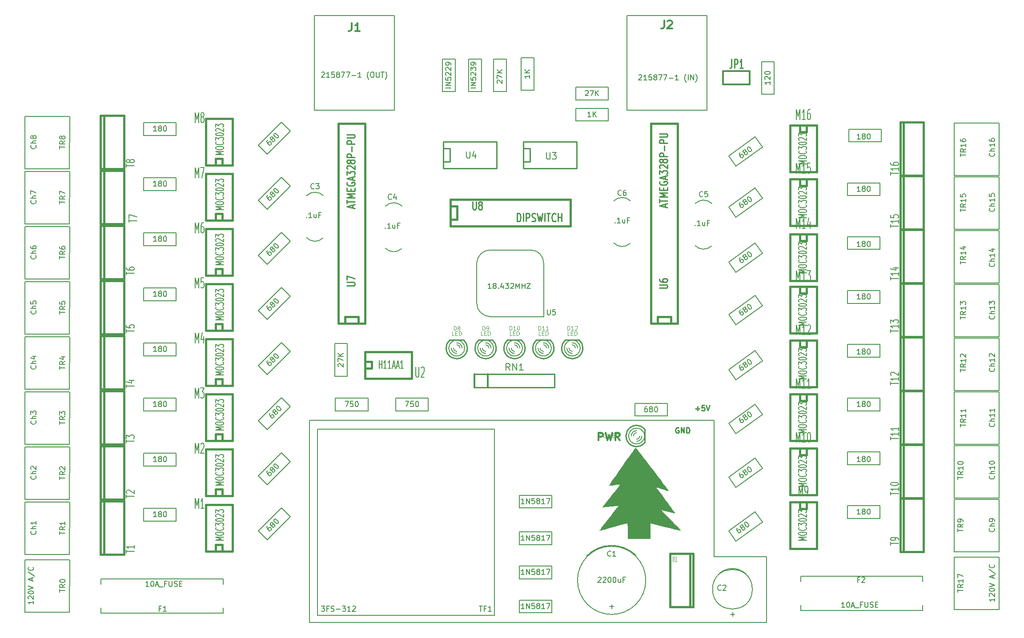
<source format=gto>
G04 (created by PCBNEW (2013-07-07 BZR 4022)-stable) date 9/7/2014 7:10:48 AM*
%MOIN*%
G04 Gerber Fmt 3.4, Leading zero omitted, Abs format*
%FSLAX34Y34*%
G01*
G70*
G90*
G04 APERTURE LIST*
%ADD10C,0.00590551*%
%ADD11C,0.011811*%
%ADD12C,0.00787402*%
%ADD13C,0.00984252*%
%ADD14C,0.015*%
%ADD15C,0.012*%
%ADD16C,0.005*%
%ADD17C,0.01*%
%ADD18C,0.006*%
%ADD19C,0.0001*%
%ADD20C,0.00492126*%
%ADD21C,0.008*%
%ADD22C,0.0107*%
%ADD23C,0.0035*%
%ADD24C,0.01125*%
G04 APERTURE END LIST*
G54D10*
G54D11*
X90944Y-72778D02*
X90944Y-72187D01*
X91169Y-72187D01*
X91226Y-72215D01*
X91254Y-72244D01*
X91282Y-72300D01*
X91282Y-72384D01*
X91254Y-72440D01*
X91226Y-72469D01*
X91169Y-72497D01*
X90944Y-72497D01*
X91479Y-72187D02*
X91619Y-72778D01*
X91732Y-72356D01*
X91844Y-72778D01*
X91985Y-72187D01*
X92547Y-72778D02*
X92350Y-72497D01*
X92210Y-72778D02*
X92210Y-72187D01*
X92435Y-72187D01*
X92491Y-72215D01*
X92519Y-72244D01*
X92547Y-72300D01*
X92547Y-72384D01*
X92519Y-72440D01*
X92491Y-72469D01*
X92435Y-72497D01*
X92210Y-72497D01*
G54D12*
X103543Y-86417D02*
X100787Y-86417D01*
X103543Y-81496D02*
X103543Y-86417D01*
X102165Y-81496D02*
X103543Y-81496D01*
X99606Y-71259D02*
X99606Y-81496D01*
X69291Y-71259D02*
X69291Y-85629D01*
X69488Y-71259D02*
X69291Y-71259D01*
X99606Y-71259D02*
X69488Y-71259D01*
X102165Y-81496D02*
X99606Y-81496D01*
X69291Y-86417D02*
X100787Y-86417D01*
X69291Y-85629D02*
X69291Y-86417D01*
G54D13*
X98214Y-70383D02*
X98514Y-70383D01*
X98364Y-70533D02*
X98364Y-70233D01*
X98889Y-70139D02*
X98701Y-70139D01*
X98682Y-70327D01*
X98701Y-70308D01*
X98739Y-70289D01*
X98832Y-70289D01*
X98870Y-70308D01*
X98889Y-70327D01*
X98907Y-70364D01*
X98907Y-70458D01*
X98889Y-70495D01*
X98870Y-70514D01*
X98832Y-70533D01*
X98739Y-70533D01*
X98701Y-70514D01*
X98682Y-70495D01*
X99020Y-70139D02*
X99151Y-70533D01*
X99282Y-70139D01*
X96944Y-71831D02*
X96906Y-71812D01*
X96850Y-71812D01*
X96794Y-71831D01*
X96756Y-71869D01*
X96737Y-71906D01*
X96719Y-71981D01*
X96719Y-72037D01*
X96737Y-72112D01*
X96756Y-72150D01*
X96794Y-72187D01*
X96850Y-72206D01*
X96887Y-72206D01*
X96944Y-72187D01*
X96962Y-72169D01*
X96962Y-72037D01*
X96887Y-72037D01*
X97131Y-72206D02*
X97131Y-71812D01*
X97356Y-72206D01*
X97356Y-71812D01*
X97544Y-72206D02*
X97544Y-71812D01*
X97637Y-71812D01*
X97694Y-71831D01*
X97731Y-71869D01*
X97750Y-71906D01*
X97769Y-71981D01*
X97769Y-72037D01*
X97750Y-72112D01*
X97731Y-72150D01*
X97694Y-72187D01*
X97637Y-72206D01*
X97544Y-72206D01*
G54D10*
X69881Y-72047D02*
X69881Y-71929D01*
X83149Y-71929D02*
X83149Y-72047D01*
X83149Y-85905D02*
X83149Y-85787D01*
X69881Y-85905D02*
X69881Y-85787D01*
X83149Y-82165D02*
X83149Y-72047D01*
X83149Y-71929D02*
X82362Y-71929D01*
X83149Y-82165D02*
X83149Y-85787D01*
X83149Y-85905D02*
X82322Y-85905D01*
X70551Y-85905D02*
X69881Y-85905D01*
X69881Y-85787D02*
X69881Y-72047D01*
X69881Y-71929D02*
X70551Y-71929D01*
X70551Y-85905D02*
X82362Y-85905D01*
X82362Y-71929D02*
X70551Y-71929D01*
G54D14*
X97797Y-81267D02*
X98047Y-81267D01*
X98047Y-81267D02*
X98047Y-85267D01*
X98047Y-85267D02*
X97797Y-85267D01*
X96297Y-81267D02*
X97797Y-81267D01*
X97797Y-81267D02*
X97797Y-85267D01*
X97797Y-85267D02*
X96297Y-85267D01*
X96297Y-85267D02*
X96297Y-81267D01*
X113816Y-52885D02*
X113566Y-52885D01*
X113566Y-52885D02*
X113566Y-48885D01*
X113566Y-48885D02*
X113816Y-48885D01*
X115316Y-52885D02*
X113816Y-52885D01*
X113816Y-52885D02*
X113816Y-48885D01*
X113816Y-48885D02*
X115316Y-48885D01*
X115316Y-48885D02*
X115316Y-52885D01*
X113816Y-56921D02*
X113566Y-56921D01*
X113566Y-56921D02*
X113566Y-52921D01*
X113566Y-52921D02*
X113816Y-52921D01*
X115316Y-56921D02*
X113816Y-56921D01*
X113816Y-56921D02*
X113816Y-52921D01*
X113816Y-52921D02*
X115316Y-52921D01*
X115316Y-52921D02*
X115316Y-56921D01*
X113816Y-60956D02*
X113566Y-60956D01*
X113566Y-60956D02*
X113566Y-56956D01*
X113566Y-56956D02*
X113816Y-56956D01*
X115316Y-60956D02*
X113816Y-60956D01*
X113816Y-60956D02*
X113816Y-56956D01*
X113816Y-56956D02*
X115316Y-56956D01*
X115316Y-56956D02*
X115316Y-60956D01*
X113816Y-64992D02*
X113566Y-64992D01*
X113566Y-64992D02*
X113566Y-60992D01*
X113566Y-60992D02*
X113816Y-60992D01*
X115316Y-64992D02*
X113816Y-64992D01*
X113816Y-64992D02*
X113816Y-60992D01*
X113816Y-60992D02*
X115316Y-60992D01*
X115316Y-60992D02*
X115316Y-64992D01*
X113816Y-69027D02*
X113566Y-69027D01*
X113566Y-69027D02*
X113566Y-65027D01*
X113566Y-65027D02*
X113816Y-65027D01*
X115316Y-69027D02*
X113816Y-69027D01*
X113816Y-69027D02*
X113816Y-65027D01*
X113816Y-65027D02*
X115316Y-65027D01*
X115316Y-65027D02*
X115316Y-69027D01*
X113816Y-73062D02*
X113566Y-73062D01*
X113566Y-73062D02*
X113566Y-69062D01*
X113566Y-69062D02*
X113816Y-69062D01*
X115316Y-73062D02*
X113816Y-73062D01*
X113816Y-73062D02*
X113816Y-69062D01*
X113816Y-69062D02*
X115316Y-69062D01*
X115316Y-69062D02*
X115316Y-73062D01*
X113816Y-77098D02*
X113566Y-77098D01*
X113566Y-77098D02*
X113566Y-73098D01*
X113566Y-73098D02*
X113816Y-73098D01*
X115316Y-77098D02*
X113816Y-77098D01*
X113816Y-77098D02*
X113816Y-73098D01*
X113816Y-73098D02*
X115316Y-73098D01*
X115316Y-73098D02*
X115316Y-77098D01*
X113816Y-81133D02*
X113566Y-81133D01*
X113566Y-81133D02*
X113566Y-77133D01*
X113566Y-77133D02*
X113816Y-77133D01*
X115316Y-81133D02*
X113816Y-81133D01*
X113816Y-81133D02*
X113816Y-77133D01*
X113816Y-77133D02*
X115316Y-77133D01*
X115316Y-77133D02*
X115316Y-81133D01*
X53875Y-52393D02*
X53625Y-52393D01*
X53625Y-52393D02*
X53625Y-48393D01*
X53625Y-48393D02*
X53875Y-48393D01*
X55375Y-52393D02*
X53875Y-52393D01*
X53875Y-52393D02*
X53875Y-48393D01*
X53875Y-48393D02*
X55375Y-48393D01*
X55375Y-48393D02*
X55375Y-52393D01*
X53875Y-56527D02*
X53625Y-56527D01*
X53625Y-56527D02*
X53625Y-52527D01*
X53625Y-52527D02*
X53875Y-52527D01*
X55375Y-56527D02*
X53875Y-56527D01*
X53875Y-56527D02*
X53875Y-52527D01*
X53875Y-52527D02*
X55375Y-52527D01*
X55375Y-52527D02*
X55375Y-56527D01*
X53875Y-60661D02*
X53625Y-60661D01*
X53625Y-60661D02*
X53625Y-56661D01*
X53625Y-56661D02*
X53875Y-56661D01*
X55375Y-60661D02*
X53875Y-60661D01*
X53875Y-60661D02*
X53875Y-56661D01*
X53875Y-56661D02*
X55375Y-56661D01*
X55375Y-56661D02*
X55375Y-60661D01*
X53875Y-64795D02*
X53625Y-64795D01*
X53625Y-64795D02*
X53625Y-60795D01*
X53625Y-60795D02*
X53875Y-60795D01*
X55375Y-64795D02*
X53875Y-64795D01*
X53875Y-64795D02*
X53875Y-60795D01*
X53875Y-60795D02*
X55375Y-60795D01*
X55375Y-60795D02*
X55375Y-64795D01*
X53875Y-73062D02*
X53625Y-73062D01*
X53625Y-73062D02*
X53625Y-69062D01*
X53625Y-69062D02*
X53875Y-69062D01*
X55375Y-73062D02*
X53875Y-73062D01*
X53875Y-73062D02*
X53875Y-69062D01*
X53875Y-69062D02*
X55375Y-69062D01*
X55375Y-69062D02*
X55375Y-73062D01*
X53875Y-77196D02*
X53625Y-77196D01*
X53625Y-77196D02*
X53625Y-73196D01*
X53625Y-73196D02*
X53875Y-73196D01*
X55375Y-77196D02*
X53875Y-77196D01*
X53875Y-77196D02*
X53875Y-73196D01*
X53875Y-73196D02*
X55375Y-73196D01*
X55375Y-73196D02*
X55375Y-77196D01*
X53875Y-81330D02*
X53625Y-81330D01*
X53625Y-81330D02*
X53625Y-77330D01*
X53625Y-77330D02*
X53875Y-77330D01*
X55375Y-81330D02*
X53875Y-81330D01*
X53875Y-81330D02*
X53875Y-77330D01*
X53875Y-77330D02*
X55375Y-77330D01*
X55375Y-77330D02*
X55375Y-81330D01*
X53875Y-68929D02*
X53625Y-68929D01*
X53625Y-68929D02*
X53625Y-64929D01*
X53625Y-64929D02*
X53875Y-64929D01*
X55375Y-68929D02*
X53875Y-68929D01*
X53875Y-68929D02*
X53875Y-64929D01*
X53875Y-64929D02*
X55375Y-64929D01*
X55375Y-64929D02*
X55375Y-68929D01*
G54D10*
X120964Y-73070D02*
X120984Y-69133D01*
X117618Y-69133D02*
X117618Y-73070D01*
X117618Y-73070D02*
X120964Y-73070D01*
X120964Y-69133D02*
X117618Y-69133D01*
X51279Y-52401D02*
X51299Y-48464D01*
X47933Y-48464D02*
X47933Y-52401D01*
X47933Y-52401D02*
X51279Y-52401D01*
X51279Y-48464D02*
X47933Y-48464D01*
X51279Y-56535D02*
X51299Y-52598D01*
X47933Y-52598D02*
X47933Y-56535D01*
X47933Y-56535D02*
X51279Y-56535D01*
X51279Y-52598D02*
X47933Y-52598D01*
X51279Y-60669D02*
X51299Y-56732D01*
X47933Y-56732D02*
X47933Y-60669D01*
X47933Y-60669D02*
X51279Y-60669D01*
X51279Y-56732D02*
X47933Y-56732D01*
X51279Y-64803D02*
X51299Y-60866D01*
X47933Y-60866D02*
X47933Y-64803D01*
X47933Y-64803D02*
X51279Y-64803D01*
X51279Y-60866D02*
X47933Y-60866D01*
X51279Y-68937D02*
X51299Y-65000D01*
X47933Y-65000D02*
X47933Y-68937D01*
X47933Y-68937D02*
X51279Y-68937D01*
X51279Y-65000D02*
X47933Y-65000D01*
X51279Y-73070D02*
X51299Y-69133D01*
X47933Y-69133D02*
X47933Y-73070D01*
X47933Y-73070D02*
X51279Y-73070D01*
X51279Y-69133D02*
X47933Y-69133D01*
X51279Y-77204D02*
X51299Y-73267D01*
X47933Y-73267D02*
X47933Y-77204D01*
X47933Y-77204D02*
X51279Y-77204D01*
X51279Y-73267D02*
X47933Y-73267D01*
X120964Y-81141D02*
X120984Y-77204D01*
X117618Y-77204D02*
X117618Y-81141D01*
X117618Y-81141D02*
X120964Y-81141D01*
X120964Y-77204D02*
X117618Y-77204D01*
X120964Y-77106D02*
X120984Y-73169D01*
X117618Y-73169D02*
X117618Y-77106D01*
X117618Y-77106D02*
X120964Y-77106D01*
X120964Y-73169D02*
X117618Y-73169D01*
X120964Y-69035D02*
X120984Y-65098D01*
X117618Y-65098D02*
X117618Y-69035D01*
X117618Y-69035D02*
X120964Y-69035D01*
X120964Y-65098D02*
X117618Y-65098D01*
X120964Y-65000D02*
X120984Y-61062D01*
X117618Y-61062D02*
X117618Y-65000D01*
X117618Y-65000D02*
X120964Y-65000D01*
X120964Y-61062D02*
X117618Y-61062D01*
X120964Y-60964D02*
X120984Y-57027D01*
X117618Y-57027D02*
X117618Y-60964D01*
X117618Y-60964D02*
X120964Y-60964D01*
X120964Y-57027D02*
X117618Y-57027D01*
X120964Y-56929D02*
X120984Y-52992D01*
X117618Y-52992D02*
X117618Y-56929D01*
X117618Y-56929D02*
X120964Y-56929D01*
X120964Y-52992D02*
X117618Y-52992D01*
X120964Y-52893D02*
X120984Y-48956D01*
X117618Y-48956D02*
X117618Y-52893D01*
X117618Y-52893D02*
X120964Y-52893D01*
X120964Y-48956D02*
X117618Y-48956D01*
X51279Y-81338D02*
X51299Y-77401D01*
X47933Y-77401D02*
X47933Y-81338D01*
X47933Y-81338D02*
X51279Y-81338D01*
X51279Y-77401D02*
X47933Y-77401D01*
G54D15*
X100279Y-46070D02*
X100279Y-45070D01*
X100279Y-45070D02*
X102279Y-45070D01*
X102279Y-45070D02*
X102279Y-46070D01*
X102279Y-46070D02*
X100279Y-46070D01*
G54D16*
X75637Y-40896D02*
X69637Y-40896D01*
X69637Y-40896D02*
X69637Y-47996D01*
X69637Y-47996D02*
X75637Y-47996D01*
X75637Y-47996D02*
X75637Y-40896D01*
X99062Y-40896D02*
X93062Y-40896D01*
X93062Y-40896D02*
X93062Y-47996D01*
X93062Y-47996D02*
X99062Y-47996D01*
X99062Y-47996D02*
X99062Y-40896D01*
G54D10*
X109606Y-69606D02*
X109606Y-70551D01*
X112047Y-69606D02*
X112047Y-70551D01*
X112047Y-69606D02*
X109606Y-69606D01*
X109606Y-70551D02*
X112047Y-70551D01*
X109606Y-73641D02*
X109606Y-74586D01*
X112047Y-73641D02*
X112047Y-74586D01*
X112047Y-73641D02*
X109606Y-73641D01*
X109606Y-74586D02*
X112047Y-74586D01*
X103233Y-54586D02*
X102678Y-53821D01*
X101258Y-56020D02*
X100703Y-55256D01*
X101258Y-56020D02*
X103233Y-54586D01*
X102678Y-53821D02*
X100703Y-55256D01*
X109606Y-77677D02*
X109606Y-78622D01*
X112047Y-77677D02*
X112047Y-78622D01*
X112047Y-77677D02*
X109606Y-77677D01*
X109606Y-78622D02*
X112047Y-78622D01*
X109606Y-65570D02*
X109606Y-66515D01*
X112047Y-65570D02*
X112047Y-66515D01*
X112047Y-65570D02*
X109606Y-65570D01*
X109606Y-66515D02*
X112047Y-66515D01*
X109606Y-61535D02*
X109606Y-62480D01*
X112047Y-61535D02*
X112047Y-62480D01*
X112047Y-61535D02*
X109606Y-61535D01*
X109606Y-62480D02*
X112047Y-62480D01*
X109606Y-57500D02*
X109606Y-58444D01*
X112047Y-57500D02*
X112047Y-58444D01*
X112047Y-57500D02*
X109606Y-57500D01*
X109606Y-58444D02*
X112047Y-58444D01*
X109606Y-53464D02*
X109606Y-54409D01*
X112047Y-53464D02*
X112047Y-54409D01*
X112047Y-53464D02*
X109606Y-53464D01*
X109606Y-54409D02*
X112047Y-54409D01*
X109704Y-49429D02*
X109704Y-50374D01*
X112145Y-49429D02*
X112145Y-50374D01*
X112145Y-49429D02*
X109704Y-49429D01*
X109704Y-50374D02*
X112145Y-50374D01*
X93661Y-70000D02*
X93661Y-70944D01*
X96102Y-70000D02*
X96102Y-70944D01*
X96102Y-70000D02*
X93661Y-70000D01*
X93661Y-70944D02*
X96102Y-70944D01*
X103233Y-58719D02*
X102678Y-57955D01*
X101258Y-60154D02*
X100703Y-59390D01*
X101258Y-60154D02*
X103233Y-58719D01*
X102678Y-57955D02*
X100703Y-59390D01*
X67830Y-74372D02*
X67162Y-73704D01*
X66104Y-76098D02*
X65436Y-75430D01*
X66104Y-76098D02*
X67830Y-74372D01*
X67162Y-73704D02*
X65436Y-75430D01*
X67830Y-78506D02*
X67162Y-77838D01*
X66104Y-80232D02*
X65436Y-79564D01*
X66104Y-80232D02*
X67830Y-78506D01*
X67162Y-77838D02*
X65436Y-79564D01*
X67830Y-70238D02*
X67162Y-69570D01*
X66104Y-71964D02*
X65436Y-71296D01*
X66104Y-71964D02*
X67830Y-70238D01*
X67162Y-69570D02*
X65436Y-71296D01*
X67830Y-66104D02*
X67162Y-65436D01*
X66104Y-67830D02*
X65436Y-67162D01*
X66104Y-67830D02*
X67830Y-66104D01*
X67162Y-65436D02*
X65436Y-67162D01*
X67830Y-61971D02*
X67162Y-61302D01*
X66104Y-63697D02*
X65436Y-63028D01*
X66104Y-63697D02*
X67830Y-61971D01*
X67162Y-61302D02*
X65436Y-63028D01*
X67830Y-57837D02*
X67162Y-57169D01*
X66104Y-59563D02*
X65436Y-58895D01*
X66104Y-59563D02*
X67830Y-57837D01*
X67162Y-57169D02*
X65436Y-58895D01*
X67830Y-53703D02*
X67162Y-53035D01*
X66104Y-55429D02*
X65436Y-54761D01*
X66104Y-55429D02*
X67830Y-53703D01*
X67162Y-53035D02*
X65436Y-54761D01*
X67830Y-49569D02*
X67162Y-48901D01*
X66104Y-51295D02*
X65436Y-50627D01*
X66104Y-51295D02*
X67830Y-49569D01*
X67162Y-48901D02*
X65436Y-50627D01*
X103233Y-62656D02*
X102678Y-61892D01*
X101258Y-64091D02*
X100703Y-63327D01*
X101258Y-64091D02*
X103233Y-62656D01*
X102678Y-61892D02*
X100703Y-63327D01*
X103233Y-66790D02*
X102678Y-66026D01*
X101258Y-68225D02*
X100703Y-67461D01*
X101258Y-68225D02*
X103233Y-66790D01*
X102678Y-66026D02*
X100703Y-67461D01*
X59291Y-58149D02*
X59291Y-57204D01*
X56850Y-58149D02*
X56850Y-57204D01*
X56850Y-58149D02*
X59291Y-58149D01*
X59291Y-57204D02*
X56850Y-57204D01*
X104114Y-44350D02*
X103169Y-44350D01*
X104114Y-46791D02*
X103169Y-46791D01*
X104114Y-46791D02*
X104114Y-44350D01*
X103169Y-44350D02*
X103169Y-46791D01*
X83090Y-46594D02*
X84035Y-46594D01*
X83090Y-44153D02*
X84035Y-44153D01*
X83090Y-44153D02*
X83090Y-46594D01*
X84035Y-46594D02*
X84035Y-44153D01*
X86102Y-44055D02*
X85157Y-44055D01*
X86102Y-46496D02*
X85157Y-46496D01*
X86102Y-46496D02*
X86102Y-44055D01*
X85157Y-44055D02*
X85157Y-46496D01*
X89232Y-46279D02*
X89232Y-47224D01*
X91673Y-46279D02*
X91673Y-47224D01*
X91673Y-46279D02*
X89232Y-46279D01*
X89232Y-47224D02*
X91673Y-47224D01*
X91673Y-48799D02*
X91673Y-47854D01*
X89232Y-48799D02*
X89232Y-47854D01*
X89232Y-48799D02*
X91673Y-48799D01*
X91673Y-47854D02*
X89232Y-47854D01*
X103233Y-70826D02*
X102678Y-70061D01*
X101258Y-72261D02*
X100703Y-71496D01*
X101258Y-72261D02*
X103233Y-70826D01*
X102678Y-70061D02*
X100703Y-71496D01*
X103233Y-74861D02*
X102678Y-74097D01*
X101258Y-76296D02*
X100703Y-75532D01*
X101258Y-76296D02*
X103233Y-74861D01*
X102678Y-74097D02*
X100703Y-75532D01*
X59291Y-49881D02*
X59291Y-48937D01*
X56850Y-49881D02*
X56850Y-48937D01*
X56850Y-49881D02*
X59291Y-49881D01*
X59291Y-48937D02*
X56850Y-48937D01*
X59291Y-54015D02*
X59291Y-53070D01*
X56850Y-54015D02*
X56850Y-53070D01*
X56850Y-54015D02*
X59291Y-54015D01*
X59291Y-53070D02*
X56850Y-53070D01*
X103233Y-50747D02*
X102678Y-49983D01*
X101258Y-52182D02*
X100703Y-51417D01*
X101258Y-52182D02*
X103233Y-50747D01*
X102678Y-49983D02*
X100703Y-51417D01*
X59291Y-62283D02*
X59291Y-61338D01*
X56850Y-62283D02*
X56850Y-61338D01*
X56850Y-62283D02*
X59291Y-62283D01*
X59291Y-61338D02*
X56850Y-61338D01*
X59291Y-66417D02*
X59291Y-65472D01*
X56850Y-66417D02*
X56850Y-65472D01*
X56850Y-66417D02*
X59291Y-66417D01*
X59291Y-65472D02*
X56850Y-65472D01*
X59291Y-70551D02*
X59291Y-69606D01*
X56850Y-70551D02*
X56850Y-69606D01*
X56850Y-70551D02*
X59291Y-70551D01*
X59291Y-69606D02*
X56850Y-69606D01*
X59291Y-74685D02*
X59291Y-73740D01*
X56850Y-74685D02*
X56850Y-73740D01*
X56850Y-74685D02*
X59291Y-74685D01*
X59291Y-73740D02*
X56850Y-73740D01*
X59291Y-78818D02*
X59291Y-77874D01*
X56850Y-78818D02*
X56850Y-77874D01*
X56850Y-78818D02*
X59291Y-78818D01*
X59291Y-77874D02*
X56850Y-77874D01*
X73661Y-70551D02*
X73661Y-69606D01*
X71220Y-70551D02*
X71220Y-69606D01*
X71220Y-70551D02*
X73661Y-70551D01*
X73661Y-69606D02*
X71220Y-69606D01*
X75748Y-69606D02*
X75748Y-70551D01*
X78188Y-69606D02*
X78188Y-70551D01*
X78188Y-69606D02*
X75748Y-69606D01*
X75748Y-70551D02*
X78188Y-70551D01*
X103233Y-78897D02*
X102678Y-78132D01*
X101258Y-80331D02*
X100703Y-79567D01*
X101258Y-80331D02*
X103233Y-78897D01*
X102678Y-78132D02*
X100703Y-79567D01*
G54D17*
X94420Y-72940D02*
X94420Y-71940D01*
G54D18*
X93339Y-72056D02*
G75*
G03X93200Y-72440I460J-384D01*
G74*
G01*
X93201Y-72440D02*
G75*
G03X93352Y-72838I599J0D01*
G74*
G01*
X94400Y-72440D02*
G75*
G03X94255Y-72050I-599J0D01*
G74*
G01*
X94261Y-72825D02*
G75*
G03X94400Y-72440I-460J384D01*
G74*
G01*
X94288Y-72091D02*
G75*
G03X93800Y-71840I-487J-349D01*
G74*
G01*
X93800Y-71840D02*
G75*
G03X93320Y-72080I0J-600D01*
G74*
G01*
X93800Y-73040D02*
G75*
G03X94273Y-72809I0J599D01*
G74*
G01*
X93327Y-72809D02*
G75*
G03X93800Y-73040I473J368D01*
G74*
G01*
X93800Y-72190D02*
G75*
G03X93550Y-72440I0J-250D01*
G74*
G01*
X93800Y-72040D02*
G75*
G03X93400Y-72440I0J-400D01*
G74*
G01*
X93800Y-72690D02*
G75*
G03X94050Y-72440I0J250D01*
G74*
G01*
X93800Y-72840D02*
G75*
G03X94200Y-72440I0J400D01*
G74*
G01*
G54D17*
X94414Y-71927D02*
G75*
G03X93800Y-71640I-613J-513D01*
G74*
G01*
X93800Y-71641D02*
G75*
G03X93095Y-72064I0J-799D01*
G74*
G01*
X93802Y-73239D02*
G75*
G03X94411Y-72956I-1J798D01*
G74*
G01*
X93106Y-72838D02*
G75*
G03X93800Y-73240I694J397D01*
G74*
G01*
X93096Y-72061D02*
G75*
G03X93000Y-72440I704J-379D01*
G74*
G01*
X93001Y-72440D02*
G75*
G03X93119Y-72859I799J0D01*
G74*
G01*
X85303Y-50877D02*
X85803Y-50877D01*
X85803Y-50877D02*
X85803Y-51877D01*
X85803Y-51877D02*
X85303Y-51877D01*
X85303Y-50377D02*
X89303Y-50377D01*
X89303Y-50377D02*
X89303Y-52377D01*
X89303Y-52377D02*
X85303Y-52377D01*
X85303Y-52377D02*
X85303Y-50377D01*
X79299Y-50877D02*
X79799Y-50877D01*
X79799Y-50877D02*
X79799Y-51877D01*
X79799Y-51877D02*
X79299Y-51877D01*
X79299Y-50377D02*
X83299Y-50377D01*
X83299Y-50377D02*
X83299Y-52377D01*
X83299Y-52377D02*
X79299Y-52377D01*
X79299Y-52377D02*
X79299Y-50377D01*
G54D14*
X73446Y-66125D02*
X76946Y-66125D01*
X76946Y-66125D02*
X76946Y-68125D01*
X76946Y-68125D02*
X73446Y-68125D01*
X73446Y-68125D02*
X73446Y-66125D01*
X73446Y-66875D02*
X73946Y-66875D01*
X73946Y-66875D02*
X73946Y-67375D01*
X73946Y-67375D02*
X73446Y-67375D01*
X107299Y-57305D02*
X107299Y-60805D01*
X107299Y-60805D02*
X105299Y-60805D01*
X105299Y-60805D02*
X105299Y-57305D01*
X105299Y-57305D02*
X107299Y-57305D01*
X106549Y-57305D02*
X106549Y-57805D01*
X106549Y-57805D02*
X106049Y-57805D01*
X106049Y-57805D02*
X106049Y-57305D01*
X61500Y-81080D02*
X61500Y-77580D01*
X61500Y-77580D02*
X63500Y-77580D01*
X63500Y-77580D02*
X63500Y-81080D01*
X63500Y-81080D02*
X61500Y-81080D01*
X62250Y-81080D02*
X62250Y-80580D01*
X62250Y-80580D02*
X62750Y-80580D01*
X62750Y-80580D02*
X62750Y-81080D01*
X61500Y-76946D02*
X61500Y-73446D01*
X61500Y-73446D02*
X63500Y-73446D01*
X63500Y-73446D02*
X63500Y-76946D01*
X63500Y-76946D02*
X61500Y-76946D01*
X62250Y-76946D02*
X62250Y-76446D01*
X62250Y-76446D02*
X62750Y-76446D01*
X62750Y-76446D02*
X62750Y-76946D01*
X107299Y-49135D02*
X107299Y-52635D01*
X107299Y-52635D02*
X105299Y-52635D01*
X105299Y-52635D02*
X105299Y-49135D01*
X105299Y-49135D02*
X107299Y-49135D01*
X106549Y-49135D02*
X106549Y-49635D01*
X106549Y-49635D02*
X106049Y-49635D01*
X106049Y-49635D02*
X106049Y-49135D01*
X107299Y-53171D02*
X107299Y-56671D01*
X107299Y-56671D02*
X105299Y-56671D01*
X105299Y-56671D02*
X105299Y-53171D01*
X105299Y-53171D02*
X107299Y-53171D01*
X106549Y-53171D02*
X106549Y-53671D01*
X106549Y-53671D02*
X106049Y-53671D01*
X106049Y-53671D02*
X106049Y-53171D01*
X61500Y-72812D02*
X61500Y-69312D01*
X61500Y-69312D02*
X63500Y-69312D01*
X63500Y-69312D02*
X63500Y-72812D01*
X63500Y-72812D02*
X61500Y-72812D01*
X62250Y-72812D02*
X62250Y-72312D01*
X62250Y-72312D02*
X62750Y-72312D01*
X62750Y-72312D02*
X62750Y-72812D01*
X61500Y-68679D02*
X61500Y-65179D01*
X61500Y-65179D02*
X63500Y-65179D01*
X63500Y-65179D02*
X63500Y-68679D01*
X63500Y-68679D02*
X61500Y-68679D01*
X62250Y-68679D02*
X62250Y-68179D01*
X62250Y-68179D02*
X62750Y-68179D01*
X62750Y-68179D02*
X62750Y-68679D01*
X61500Y-64545D02*
X61500Y-61045D01*
X61500Y-61045D02*
X63500Y-61045D01*
X63500Y-61045D02*
X63500Y-64545D01*
X63500Y-64545D02*
X61500Y-64545D01*
X62250Y-64545D02*
X62250Y-64045D01*
X62250Y-64045D02*
X62750Y-64045D01*
X62750Y-64045D02*
X62750Y-64545D01*
X107299Y-61242D02*
X107299Y-64742D01*
X107299Y-64742D02*
X105299Y-64742D01*
X105299Y-64742D02*
X105299Y-61242D01*
X105299Y-61242D02*
X107299Y-61242D01*
X106549Y-61242D02*
X106549Y-61742D01*
X106549Y-61742D02*
X106049Y-61742D01*
X106049Y-61742D02*
X106049Y-61242D01*
X107299Y-65277D02*
X107299Y-68777D01*
X107299Y-68777D02*
X105299Y-68777D01*
X105299Y-68777D02*
X105299Y-65277D01*
X105299Y-65277D02*
X107299Y-65277D01*
X106549Y-65277D02*
X106549Y-65777D01*
X106549Y-65777D02*
X106049Y-65777D01*
X106049Y-65777D02*
X106049Y-65277D01*
X107299Y-69312D02*
X107299Y-72812D01*
X107299Y-72812D02*
X105299Y-72812D01*
X105299Y-72812D02*
X105299Y-69312D01*
X105299Y-69312D02*
X107299Y-69312D01*
X106549Y-69312D02*
X106549Y-69812D01*
X106549Y-69812D02*
X106049Y-69812D01*
X106049Y-69812D02*
X106049Y-69312D01*
X61500Y-60411D02*
X61500Y-56911D01*
X61500Y-56911D02*
X63500Y-56911D01*
X63500Y-56911D02*
X63500Y-60411D01*
X63500Y-60411D02*
X61500Y-60411D01*
X62250Y-60411D02*
X62250Y-59911D01*
X62250Y-59911D02*
X62750Y-59911D01*
X62750Y-59911D02*
X62750Y-60411D01*
X61500Y-56277D02*
X61500Y-52777D01*
X61500Y-52777D02*
X63500Y-52777D01*
X63500Y-52777D02*
X63500Y-56277D01*
X63500Y-56277D02*
X61500Y-56277D01*
X62250Y-56277D02*
X62250Y-55777D01*
X62250Y-55777D02*
X62750Y-55777D01*
X62750Y-55777D02*
X62750Y-56277D01*
X61500Y-52143D02*
X61500Y-48643D01*
X61500Y-48643D02*
X63500Y-48643D01*
X63500Y-48643D02*
X63500Y-52143D01*
X63500Y-52143D02*
X61500Y-52143D01*
X62250Y-52143D02*
X62250Y-51643D01*
X62250Y-51643D02*
X62750Y-51643D01*
X62750Y-51643D02*
X62750Y-52143D01*
X107299Y-77383D02*
X107299Y-80883D01*
X107299Y-80883D02*
X105299Y-80883D01*
X105299Y-80883D02*
X105299Y-77383D01*
X105299Y-77383D02*
X107299Y-77383D01*
X106549Y-77383D02*
X106549Y-77883D01*
X106549Y-77883D02*
X106049Y-77883D01*
X106049Y-77883D02*
X106049Y-77383D01*
X107299Y-73348D02*
X107299Y-76848D01*
X107299Y-76848D02*
X105299Y-76848D01*
X105299Y-76848D02*
X105299Y-73348D01*
X105299Y-73348D02*
X107299Y-73348D01*
X106549Y-73348D02*
X106549Y-73848D01*
X106549Y-73848D02*
X106049Y-73848D01*
X106049Y-73848D02*
X106049Y-73348D01*
G54D10*
X85000Y-79645D02*
X85000Y-80590D01*
X87440Y-79645D02*
X87440Y-80590D01*
X87440Y-79645D02*
X85000Y-79645D01*
X85000Y-80590D02*
X87440Y-80590D01*
X87440Y-85708D02*
X87440Y-84763D01*
X85000Y-85708D02*
X85000Y-84763D01*
X85000Y-85708D02*
X87440Y-85708D01*
X87440Y-84763D02*
X85000Y-84763D01*
X87440Y-83149D02*
X87440Y-82204D01*
X85000Y-83149D02*
X85000Y-82204D01*
X85000Y-83149D02*
X87440Y-83149D01*
X87440Y-82204D02*
X85000Y-82204D01*
X85000Y-76889D02*
X85000Y-77834D01*
X87440Y-76889D02*
X87440Y-77834D01*
X87440Y-76889D02*
X85000Y-76889D01*
X85000Y-77834D02*
X87440Y-77834D01*
X81220Y-46594D02*
X82165Y-46594D01*
X81220Y-44153D02*
X82165Y-44153D01*
X81220Y-44153D02*
X81220Y-46594D01*
X82165Y-46594D02*
X82165Y-44153D01*
X79251Y-46594D02*
X80196Y-46594D01*
X79251Y-44153D02*
X80196Y-44153D01*
X79251Y-44153D02*
X79251Y-46594D01*
X80196Y-46594D02*
X80196Y-44153D01*
X102007Y-82794D02*
G75*
G03X99920Y-82835I-1023J-1063D01*
G74*
G01*
X102474Y-83937D02*
G75*
G03X102474Y-83937I-1490J0D01*
G74*
G01*
X86830Y-59468D02*
X86830Y-63484D01*
X82854Y-58484D02*
X85944Y-58484D01*
X81811Y-59488D02*
X81811Y-62480D01*
X86811Y-63484D02*
X82795Y-63484D01*
X81811Y-62460D02*
G75*
G03X82834Y-63484I1023J0D01*
G74*
G01*
X82854Y-58484D02*
G75*
G03X81811Y-59488I-19J-1023D01*
G74*
G01*
X86830Y-59487D02*
G75*
G03X85904Y-58484I-964J38D01*
G74*
G01*
X93740Y-81378D02*
G75*
G03X90039Y-81456I-1811J-1889D01*
G74*
G01*
X94488Y-83267D02*
G75*
G03X94488Y-83267I-2559J0D01*
G74*
G01*
X120964Y-85472D02*
X120984Y-81535D01*
X117618Y-81535D02*
X117618Y-85472D01*
X117618Y-85472D02*
X120964Y-85472D01*
X120964Y-81535D02*
X117618Y-81535D01*
X51279Y-85669D02*
X51299Y-81732D01*
X47933Y-81732D02*
X47933Y-85669D01*
X47933Y-85669D02*
X51279Y-85669D01*
X51279Y-81732D02*
X47933Y-81732D01*
X53641Y-85334D02*
X53641Y-85728D01*
X53641Y-85728D02*
X62795Y-85728D01*
X62795Y-85728D02*
X62795Y-85334D01*
X53641Y-83169D02*
X62795Y-83169D01*
X62795Y-83169D02*
X62795Y-83562D01*
X53641Y-83169D02*
X53641Y-83562D01*
X115255Y-83366D02*
X115255Y-82972D01*
X115255Y-82972D02*
X106102Y-82972D01*
X106102Y-82972D02*
X106102Y-83366D01*
X115255Y-85531D02*
X106102Y-85531D01*
X106102Y-85531D02*
X106102Y-85137D01*
X115255Y-85531D02*
X115255Y-85137D01*
X69055Y-57559D02*
G75*
G03X70276Y-57597I629J591D01*
G74*
G01*
X70314Y-54409D02*
G75*
G03X69055Y-54409I-629J-629D01*
G74*
G01*
X74961Y-58346D02*
G75*
G03X76181Y-58385I629J591D01*
G74*
G01*
X76220Y-55196D02*
G75*
G03X74960Y-55196I-629J-629D01*
G74*
G01*
X71181Y-67952D02*
X72125Y-67952D01*
X71181Y-65511D02*
X72125Y-65511D01*
X71181Y-65511D02*
X71181Y-67952D01*
X72125Y-67952D02*
X72125Y-65511D01*
G54D13*
X87645Y-67807D02*
X81645Y-67807D01*
X81645Y-67807D02*
X81645Y-68807D01*
X81645Y-68807D02*
X87645Y-68807D01*
X87645Y-67807D02*
X87645Y-68807D01*
G54D15*
X81645Y-68807D02*
X81645Y-67807D01*
X82645Y-67807D02*
X82645Y-68807D01*
G54D17*
X80814Y-65224D02*
X79814Y-65224D01*
G54D18*
X79930Y-66305D02*
G75*
G03X80314Y-66444I384J460D01*
G74*
G01*
X80314Y-66444D02*
G75*
G03X80712Y-66293I0J599D01*
G74*
G01*
X80314Y-65245D02*
G75*
G03X79924Y-65389I0J-599D01*
G74*
G01*
X80699Y-65383D02*
G75*
G03X80314Y-65244I-384J-460D01*
G74*
G01*
X79965Y-65357D02*
G75*
G03X79714Y-65844I349J-487D01*
G74*
G01*
X79714Y-65844D02*
G75*
G03X79954Y-66324I600J0D01*
G74*
G01*
X80914Y-65844D02*
G75*
G03X80683Y-65371I-599J0D01*
G74*
G01*
X80683Y-66318D02*
G75*
G03X80914Y-65844I-368J473D01*
G74*
G01*
X80064Y-65844D02*
G75*
G03X80314Y-66094I250J0D01*
G74*
G01*
X79914Y-65844D02*
G75*
G03X80314Y-66244I400J0D01*
G74*
G01*
X80564Y-65844D02*
G75*
G03X80314Y-65594I-250J0D01*
G74*
G01*
X80714Y-65844D02*
G75*
G03X80314Y-65444I-400J0D01*
G74*
G01*
G54D17*
X79801Y-65231D02*
G75*
G03X79514Y-65844I513J-613D01*
G74*
G01*
X79515Y-65844D02*
G75*
G03X79938Y-66549I799J0D01*
G74*
G01*
X81113Y-65843D02*
G75*
G03X80830Y-65234I-798J-1D01*
G74*
G01*
X80712Y-66539D02*
G75*
G03X81114Y-65844I-397J694D01*
G74*
G01*
X79935Y-66549D02*
G75*
G03X80314Y-66644I379J704D01*
G74*
G01*
X80314Y-66644D02*
G75*
G03X80733Y-66525I0J799D01*
G74*
G01*
X82980Y-65224D02*
X81980Y-65224D01*
G54D18*
X82096Y-66305D02*
G75*
G03X82480Y-66444I384J460D01*
G74*
G01*
X82480Y-66444D02*
G75*
G03X82878Y-66293I0J599D01*
G74*
G01*
X82480Y-65245D02*
G75*
G03X82090Y-65389I0J-599D01*
G74*
G01*
X82864Y-65383D02*
G75*
G03X82480Y-65244I-384J-460D01*
G74*
G01*
X82131Y-65357D02*
G75*
G03X81880Y-65844I349J-487D01*
G74*
G01*
X81880Y-65844D02*
G75*
G03X82120Y-66324I600J0D01*
G74*
G01*
X83079Y-65844D02*
G75*
G03X82848Y-65371I-599J0D01*
G74*
G01*
X82848Y-66318D02*
G75*
G03X83080Y-65844I-368J473D01*
G74*
G01*
X82230Y-65844D02*
G75*
G03X82480Y-66094I250J0D01*
G74*
G01*
X82080Y-65844D02*
G75*
G03X82480Y-66244I400J0D01*
G74*
G01*
X82730Y-65844D02*
G75*
G03X82480Y-65594I-250J0D01*
G74*
G01*
X82880Y-65844D02*
G75*
G03X82480Y-65444I-400J0D01*
G74*
G01*
G54D17*
X81967Y-65231D02*
G75*
G03X81680Y-65844I513J-613D01*
G74*
G01*
X81681Y-65844D02*
G75*
G03X82103Y-66549I799J0D01*
G74*
G01*
X83279Y-65843D02*
G75*
G03X82996Y-65234I-798J-1D01*
G74*
G01*
X82877Y-66539D02*
G75*
G03X83280Y-65844I-397J694D01*
G74*
G01*
X82101Y-66549D02*
G75*
G03X82480Y-66644I379J704D01*
G74*
G01*
X82480Y-66644D02*
G75*
G03X82899Y-66525I0J799D01*
G74*
G01*
X85145Y-65224D02*
X84145Y-65224D01*
G54D18*
X84261Y-66305D02*
G75*
G03X84645Y-66444I384J460D01*
G74*
G01*
X84645Y-66444D02*
G75*
G03X85043Y-66293I0J599D01*
G74*
G01*
X84645Y-65245D02*
G75*
G03X84255Y-65389I0J-599D01*
G74*
G01*
X85029Y-65383D02*
G75*
G03X84645Y-65244I-384J-460D01*
G74*
G01*
X84296Y-65357D02*
G75*
G03X84045Y-65844I349J-487D01*
G74*
G01*
X84045Y-65844D02*
G75*
G03X84285Y-66324I600J0D01*
G74*
G01*
X85244Y-65844D02*
G75*
G03X85013Y-65371I-599J0D01*
G74*
G01*
X85014Y-66318D02*
G75*
G03X85245Y-65844I-368J473D01*
G74*
G01*
X84395Y-65844D02*
G75*
G03X84645Y-66094I250J0D01*
G74*
G01*
X84245Y-65844D02*
G75*
G03X84645Y-66244I400J0D01*
G74*
G01*
X84895Y-65844D02*
G75*
G03X84645Y-65594I-250J0D01*
G74*
G01*
X85045Y-65844D02*
G75*
G03X84645Y-65444I-400J0D01*
G74*
G01*
G54D17*
X84132Y-65231D02*
G75*
G03X83845Y-65844I513J-613D01*
G74*
G01*
X83846Y-65844D02*
G75*
G03X84269Y-66549I799J0D01*
G74*
G01*
X85444Y-65843D02*
G75*
G03X85161Y-65234I-798J-1D01*
G74*
G01*
X85043Y-66539D02*
G75*
G03X85445Y-65844I-397J694D01*
G74*
G01*
X84266Y-66549D02*
G75*
G03X84645Y-66644I379J704D01*
G74*
G01*
X84645Y-66644D02*
G75*
G03X85064Y-66525I0J799D01*
G74*
G01*
X87311Y-65224D02*
X86311Y-65224D01*
G54D18*
X86426Y-66305D02*
G75*
G03X86811Y-66444I384J460D01*
G74*
G01*
X86811Y-66444D02*
G75*
G03X87208Y-66293I0J599D01*
G74*
G01*
X86811Y-65245D02*
G75*
G03X86421Y-65389I0J-599D01*
G74*
G01*
X87195Y-65383D02*
G75*
G03X86811Y-65244I-384J-460D01*
G74*
G01*
X86461Y-65357D02*
G75*
G03X86211Y-65844I349J-487D01*
G74*
G01*
X86211Y-65844D02*
G75*
G03X86450Y-66324I600J0D01*
G74*
G01*
X87410Y-65844D02*
G75*
G03X87179Y-65371I-599J0D01*
G74*
G01*
X87179Y-66318D02*
G75*
G03X87411Y-65844I-368J473D01*
G74*
G01*
X86561Y-65844D02*
G75*
G03X86811Y-66094I250J0D01*
G74*
G01*
X86411Y-65844D02*
G75*
G03X86811Y-66244I400J0D01*
G74*
G01*
X87061Y-65844D02*
G75*
G03X86811Y-65594I-250J0D01*
G74*
G01*
X87211Y-65844D02*
G75*
G03X86811Y-65444I-400J0D01*
G74*
G01*
G54D17*
X86297Y-65231D02*
G75*
G03X86011Y-65844I513J-613D01*
G74*
G01*
X86012Y-65844D02*
G75*
G03X86434Y-66549I799J0D01*
G74*
G01*
X87609Y-65843D02*
G75*
G03X87326Y-65234I-798J-1D01*
G74*
G01*
X87208Y-66539D02*
G75*
G03X87611Y-65844I-397J694D01*
G74*
G01*
X86431Y-66549D02*
G75*
G03X86811Y-66644I379J704D01*
G74*
G01*
X86811Y-66644D02*
G75*
G03X87229Y-66525I0J799D01*
G74*
G01*
X89476Y-65224D02*
X88476Y-65224D01*
G54D18*
X88592Y-66305D02*
G75*
G03X88976Y-66444I384J460D01*
G74*
G01*
X88976Y-66444D02*
G75*
G03X89374Y-66293I0J599D01*
G74*
G01*
X88976Y-65245D02*
G75*
G03X88586Y-65389I0J-599D01*
G74*
G01*
X89360Y-65383D02*
G75*
G03X88976Y-65244I-384J-460D01*
G74*
G01*
X88627Y-65357D02*
G75*
G03X88376Y-65844I349J-487D01*
G74*
G01*
X88376Y-65844D02*
G75*
G03X88616Y-66324I600J0D01*
G74*
G01*
X89575Y-65844D02*
G75*
G03X89344Y-65371I-599J0D01*
G74*
G01*
X89344Y-66318D02*
G75*
G03X89576Y-65844I-368J473D01*
G74*
G01*
X88726Y-65844D02*
G75*
G03X88976Y-66094I250J0D01*
G74*
G01*
X88576Y-65844D02*
G75*
G03X88976Y-66244I400J0D01*
G74*
G01*
X89226Y-65844D02*
G75*
G03X88976Y-65594I-250J0D01*
G74*
G01*
X89376Y-65844D02*
G75*
G03X88976Y-65444I-400J0D01*
G74*
G01*
G54D17*
X88463Y-65231D02*
G75*
G03X88176Y-65844I513J-613D01*
G74*
G01*
X88177Y-65844D02*
G75*
G03X88600Y-66549I799J0D01*
G74*
G01*
X89775Y-65843D02*
G75*
G03X89492Y-65234I-798J-1D01*
G74*
G01*
X89373Y-66539D02*
G75*
G03X89776Y-65844I-397J694D01*
G74*
G01*
X88597Y-66549D02*
G75*
G03X88976Y-66644I379J704D01*
G74*
G01*
X88976Y-66644D02*
G75*
G03X89395Y-66525I0J799D01*
G74*
G01*
G54D14*
X79850Y-55208D02*
X79850Y-55208D01*
X79850Y-55208D02*
X80350Y-55208D01*
X80350Y-55208D02*
X80350Y-56208D01*
X80350Y-56208D02*
X79850Y-56208D01*
X79850Y-54708D02*
X88850Y-54708D01*
X88850Y-54708D02*
X88850Y-56708D01*
X88850Y-56708D02*
X79850Y-56708D01*
X79850Y-56708D02*
X79850Y-54708D01*
G54D10*
X92087Y-57953D02*
G75*
G03X93307Y-57991I629J591D01*
G74*
G01*
X93346Y-54803D02*
G75*
G03X92086Y-54803I-629J-629D01*
G74*
G01*
X98189Y-58150D02*
G75*
G03X99409Y-58188I629J591D01*
G74*
G01*
X99448Y-55000D02*
G75*
G03X98188Y-55000I-629J-629D01*
G74*
G01*
G54D14*
X71440Y-63996D02*
X71440Y-48996D01*
X71440Y-48996D02*
X73440Y-48996D01*
X73440Y-48996D02*
X73440Y-63996D01*
X73440Y-63996D02*
X71440Y-63996D01*
X71940Y-63996D02*
X71940Y-63496D01*
X71940Y-63496D02*
X72940Y-63496D01*
X72940Y-63496D02*
X72940Y-63996D01*
X94866Y-63996D02*
X94866Y-48996D01*
X94866Y-48996D02*
X96866Y-48996D01*
X96866Y-48996D02*
X96866Y-63996D01*
X96866Y-63996D02*
X94866Y-63996D01*
X95366Y-63996D02*
X95366Y-63496D01*
X95366Y-63496D02*
X96366Y-63496D01*
X96366Y-63496D02*
X96366Y-63996D01*
G54D19*
G36*
X97140Y-79548D02*
X97101Y-79544D01*
X97006Y-79526D01*
X96861Y-79495D01*
X96675Y-79452D01*
X96455Y-79399D01*
X96208Y-79339D01*
X95994Y-79286D01*
X95732Y-79220D01*
X95490Y-79160D01*
X95276Y-79107D01*
X95098Y-79063D01*
X94963Y-79030D01*
X94879Y-79010D01*
X94854Y-79005D01*
X94846Y-79036D01*
X94839Y-79124D01*
X94834Y-79256D01*
X94830Y-79424D01*
X94829Y-79588D01*
X94829Y-80171D01*
X93979Y-80171D01*
X93129Y-80171D01*
X93129Y-79593D01*
X93128Y-79404D01*
X93126Y-79238D01*
X93122Y-79108D01*
X93117Y-79024D01*
X93112Y-78998D01*
X93077Y-79003D01*
X92986Y-79023D01*
X92846Y-79058D01*
X92666Y-79105D01*
X92453Y-79163D01*
X92216Y-79228D01*
X92104Y-79260D01*
X91854Y-79330D01*
X91623Y-79395D01*
X91418Y-79452D01*
X91248Y-79500D01*
X91122Y-79535D01*
X91047Y-79555D01*
X91034Y-79559D01*
X91025Y-79549D01*
X91045Y-79506D01*
X91097Y-79425D01*
X91183Y-79305D01*
X91305Y-79143D01*
X91466Y-78935D01*
X91666Y-78679D01*
X91693Y-78645D01*
X91863Y-78429D01*
X92019Y-78230D01*
X92156Y-78054D01*
X92271Y-77907D01*
X92357Y-77795D01*
X92412Y-77723D01*
X92429Y-77698D01*
X92398Y-77697D01*
X92311Y-77702D01*
X92178Y-77712D01*
X92011Y-77727D01*
X91838Y-77743D01*
X91648Y-77761D01*
X91481Y-77775D01*
X91350Y-77785D01*
X91264Y-77789D01*
X91236Y-77788D01*
X91253Y-77760D01*
X91307Y-77687D01*
X91393Y-77574D01*
X91507Y-77428D01*
X91643Y-77255D01*
X91797Y-77061D01*
X91896Y-76938D01*
X92058Y-76734D01*
X92206Y-76548D01*
X92334Y-76385D01*
X92437Y-76251D01*
X92511Y-76154D01*
X92551Y-76098D01*
X92556Y-76087D01*
X92521Y-76086D01*
X92432Y-76094D01*
X92305Y-76108D01*
X92153Y-76128D01*
X91998Y-76147D01*
X91870Y-76160D01*
X91780Y-76165D01*
X91743Y-76162D01*
X91758Y-76133D01*
X91807Y-76055D01*
X91886Y-75935D01*
X91991Y-75779D01*
X92117Y-75594D01*
X92260Y-75385D01*
X92415Y-75159D01*
X92579Y-74922D01*
X92747Y-74680D01*
X92915Y-74439D01*
X93078Y-74206D01*
X93232Y-73987D01*
X93373Y-73788D01*
X93497Y-73615D01*
X93598Y-73474D01*
X93674Y-73372D01*
X93719Y-73315D01*
X93730Y-73304D01*
X93753Y-73330D01*
X93812Y-73403D01*
X93903Y-73519D01*
X94022Y-73670D01*
X94163Y-73853D01*
X94324Y-74062D01*
X94500Y-74290D01*
X94686Y-74533D01*
X94878Y-74785D01*
X95073Y-75040D01*
X95266Y-75292D01*
X95452Y-75537D01*
X95628Y-75769D01*
X95788Y-75982D01*
X95930Y-76170D01*
X96049Y-76329D01*
X96140Y-76452D01*
X96200Y-76534D01*
X96223Y-76569D01*
X96197Y-76570D01*
X96119Y-76552D01*
X95998Y-76518D01*
X95845Y-76470D01*
X95745Y-76437D01*
X95581Y-76384D01*
X95444Y-76343D01*
X95344Y-76317D01*
X95292Y-76309D01*
X95287Y-76314D01*
X95356Y-76406D01*
X95451Y-76534D01*
X95567Y-76691D01*
X95698Y-76869D01*
X95839Y-77062D01*
X95985Y-77262D01*
X96130Y-77461D01*
X96270Y-77653D01*
X96398Y-77830D01*
X96510Y-77985D01*
X96600Y-78110D01*
X96663Y-78198D01*
X96694Y-78243D01*
X96696Y-78247D01*
X96665Y-78245D01*
X96582Y-78228D01*
X96456Y-78198D01*
X96299Y-78159D01*
X96204Y-78134D01*
X96031Y-78089D01*
X95880Y-78051D01*
X95764Y-78022D01*
X95694Y-78006D01*
X95679Y-78004D01*
X95694Y-78027D01*
X95751Y-78091D01*
X95844Y-78191D01*
X95969Y-78321D01*
X96120Y-78476D01*
X96293Y-78650D01*
X96408Y-78767D01*
X96591Y-78951D01*
X96757Y-79121D01*
X96899Y-79270D01*
X97013Y-79393D01*
X97094Y-79483D01*
X97136Y-79536D01*
X97140Y-79548D01*
X97140Y-79548D01*
X97140Y-79548D01*
G37*
G36*
X93796Y-73054D02*
X93779Y-73071D01*
X93763Y-73054D01*
X93779Y-73038D01*
X93796Y-73054D01*
X93796Y-73054D01*
X93796Y-73054D01*
G37*
G36*
X93863Y-73054D02*
X93846Y-73071D01*
X93829Y-73054D01*
X93846Y-73038D01*
X93863Y-73054D01*
X93863Y-73054D01*
X93863Y-73054D01*
G37*
G54D10*
X82011Y-85198D02*
X82236Y-85198D01*
X82124Y-85592D02*
X82124Y-85198D01*
X82499Y-85386D02*
X82367Y-85386D01*
X82367Y-85592D02*
X82367Y-85198D01*
X82555Y-85198D01*
X82911Y-85592D02*
X82686Y-85592D01*
X82799Y-85592D02*
X82799Y-85198D01*
X82761Y-85254D01*
X82724Y-85292D01*
X82686Y-85311D01*
X70163Y-85198D02*
X70406Y-85198D01*
X70275Y-85348D01*
X70331Y-85348D01*
X70369Y-85367D01*
X70388Y-85386D01*
X70406Y-85423D01*
X70406Y-85517D01*
X70388Y-85554D01*
X70369Y-85573D01*
X70331Y-85592D01*
X70219Y-85592D01*
X70181Y-85573D01*
X70163Y-85554D01*
X70706Y-85386D02*
X70575Y-85386D01*
X70575Y-85592D02*
X70575Y-85198D01*
X70763Y-85198D01*
X70894Y-85573D02*
X70950Y-85592D01*
X71044Y-85592D01*
X71081Y-85573D01*
X71100Y-85554D01*
X71119Y-85517D01*
X71119Y-85479D01*
X71100Y-85442D01*
X71081Y-85423D01*
X71044Y-85404D01*
X70969Y-85386D01*
X70931Y-85367D01*
X70913Y-85348D01*
X70894Y-85311D01*
X70894Y-85273D01*
X70913Y-85236D01*
X70931Y-85217D01*
X70969Y-85198D01*
X71062Y-85198D01*
X71119Y-85217D01*
X71287Y-85442D02*
X71587Y-85442D01*
X71737Y-85198D02*
X71981Y-85198D01*
X71850Y-85348D01*
X71906Y-85348D01*
X71944Y-85367D01*
X71962Y-85386D01*
X71981Y-85423D01*
X71981Y-85517D01*
X71962Y-85554D01*
X71944Y-85573D01*
X71906Y-85592D01*
X71794Y-85592D01*
X71756Y-85573D01*
X71737Y-85554D01*
X72356Y-85592D02*
X72131Y-85592D01*
X72244Y-85592D02*
X72244Y-85198D01*
X72206Y-85254D01*
X72169Y-85292D01*
X72131Y-85311D01*
X72506Y-85236D02*
X72525Y-85217D01*
X72562Y-85198D01*
X72656Y-85198D01*
X72694Y-85217D01*
X72712Y-85236D01*
X72731Y-85273D01*
X72731Y-85311D01*
X72712Y-85367D01*
X72487Y-85592D01*
X72731Y-85592D01*
G54D20*
X96503Y-81458D02*
X96503Y-81777D01*
X96512Y-81814D01*
X96522Y-81833D01*
X96541Y-81852D01*
X96578Y-81852D01*
X96597Y-81833D01*
X96606Y-81814D01*
X96616Y-81777D01*
X96616Y-81458D01*
X96812Y-81852D02*
X96700Y-81852D01*
X96756Y-81852D02*
X96756Y-81458D01*
X96737Y-81514D01*
X96719Y-81552D01*
X96700Y-81571D01*
G54D21*
X112831Y-52857D02*
X112831Y-52628D01*
X113431Y-52743D02*
X112831Y-52743D01*
X113431Y-52286D02*
X113431Y-52514D01*
X113431Y-52400D02*
X112831Y-52400D01*
X112917Y-52438D01*
X112974Y-52476D01*
X113003Y-52514D01*
X112831Y-51943D02*
X112831Y-52019D01*
X112860Y-52057D01*
X112888Y-52076D01*
X112974Y-52114D01*
X113088Y-52133D01*
X113317Y-52133D01*
X113374Y-52114D01*
X113403Y-52095D01*
X113431Y-52057D01*
X113431Y-51981D01*
X113403Y-51943D01*
X113374Y-51924D01*
X113317Y-51905D01*
X113174Y-51905D01*
X113117Y-51924D01*
X113088Y-51943D01*
X113060Y-51981D01*
X113060Y-52057D01*
X113088Y-52095D01*
X113117Y-52114D01*
X113174Y-52133D01*
X112831Y-56794D02*
X112831Y-56565D01*
X113431Y-56680D02*
X112831Y-56680D01*
X113431Y-56223D02*
X113431Y-56451D01*
X113431Y-56337D02*
X112831Y-56337D01*
X112917Y-56375D01*
X112974Y-56413D01*
X113003Y-56451D01*
X112831Y-55861D02*
X112831Y-56051D01*
X113117Y-56070D01*
X113088Y-56051D01*
X113060Y-56013D01*
X113060Y-55918D01*
X113088Y-55880D01*
X113117Y-55861D01*
X113174Y-55842D01*
X113317Y-55842D01*
X113374Y-55861D01*
X113403Y-55880D01*
X113431Y-55918D01*
X113431Y-56013D01*
X113403Y-56051D01*
X113374Y-56070D01*
X112831Y-60731D02*
X112831Y-60502D01*
X113431Y-60617D02*
X112831Y-60617D01*
X113431Y-60160D02*
X113431Y-60388D01*
X113431Y-60274D02*
X112831Y-60274D01*
X112917Y-60312D01*
X112974Y-60350D01*
X113003Y-60388D01*
X113031Y-59817D02*
X113431Y-59817D01*
X112803Y-59912D02*
X113231Y-60007D01*
X113231Y-59760D01*
X112831Y-64668D02*
X112831Y-64439D01*
X113431Y-64554D02*
X112831Y-64554D01*
X113431Y-64097D02*
X113431Y-64325D01*
X113431Y-64211D02*
X112831Y-64211D01*
X112917Y-64249D01*
X112974Y-64287D01*
X113003Y-64325D01*
X112831Y-63963D02*
X112831Y-63716D01*
X113060Y-63849D01*
X113060Y-63792D01*
X113088Y-63754D01*
X113117Y-63735D01*
X113174Y-63716D01*
X113317Y-63716D01*
X113374Y-63735D01*
X113403Y-63754D01*
X113431Y-63792D01*
X113431Y-63906D01*
X113403Y-63944D01*
X113374Y-63963D01*
X112831Y-68605D02*
X112831Y-68376D01*
X113431Y-68491D02*
X112831Y-68491D01*
X113431Y-68034D02*
X113431Y-68262D01*
X113431Y-68148D02*
X112831Y-68148D01*
X112917Y-68186D01*
X112974Y-68224D01*
X113003Y-68262D01*
X112888Y-67881D02*
X112860Y-67862D01*
X112831Y-67824D01*
X112831Y-67729D01*
X112860Y-67691D01*
X112888Y-67672D01*
X112946Y-67653D01*
X113003Y-67653D01*
X113088Y-67672D01*
X113431Y-67900D01*
X113431Y-67653D01*
X112831Y-72739D02*
X112831Y-72510D01*
X113431Y-72625D02*
X112831Y-72625D01*
X113431Y-72167D02*
X113431Y-72396D01*
X113431Y-72282D02*
X112831Y-72282D01*
X112917Y-72320D01*
X112974Y-72358D01*
X113003Y-72396D01*
X113431Y-71786D02*
X113431Y-72015D01*
X113431Y-71901D02*
X112831Y-71901D01*
X112917Y-71939D01*
X112974Y-71977D01*
X113003Y-72015D01*
X112831Y-76873D02*
X112831Y-76644D01*
X113431Y-76758D02*
X112831Y-76758D01*
X113431Y-76301D02*
X113431Y-76530D01*
X113431Y-76416D02*
X112831Y-76416D01*
X112917Y-76454D01*
X112974Y-76492D01*
X113003Y-76530D01*
X112831Y-76054D02*
X112831Y-76016D01*
X112860Y-75977D01*
X112888Y-75958D01*
X112946Y-75939D01*
X113060Y-75920D01*
X113203Y-75920D01*
X113317Y-75939D01*
X113374Y-75958D01*
X113403Y-75977D01*
X113431Y-76016D01*
X113431Y-76054D01*
X113403Y-76092D01*
X113374Y-76111D01*
X113317Y-76130D01*
X113203Y-76149D01*
X113060Y-76149D01*
X112946Y-76130D01*
X112888Y-76111D01*
X112860Y-76092D01*
X112831Y-76054D01*
X112831Y-80619D02*
X112831Y-80391D01*
X113431Y-80505D02*
X112831Y-80505D01*
X113431Y-80238D02*
X113431Y-80162D01*
X113403Y-80124D01*
X113374Y-80105D01*
X113288Y-80067D01*
X113174Y-80048D01*
X112946Y-80048D01*
X112888Y-80067D01*
X112860Y-80086D01*
X112831Y-80124D01*
X112831Y-80200D01*
X112860Y-80238D01*
X112888Y-80257D01*
X112946Y-80276D01*
X113088Y-80276D01*
X113146Y-80257D01*
X113174Y-80238D01*
X113203Y-80200D01*
X113203Y-80124D01*
X113174Y-80086D01*
X113146Y-80067D01*
X113088Y-80048D01*
X55548Y-52273D02*
X55548Y-52044D01*
X56148Y-52158D02*
X55548Y-52158D01*
X55805Y-51854D02*
X55776Y-51892D01*
X55748Y-51911D01*
X55691Y-51930D01*
X55662Y-51930D01*
X55605Y-51911D01*
X55576Y-51892D01*
X55548Y-51854D01*
X55548Y-51778D01*
X55576Y-51739D01*
X55605Y-51720D01*
X55662Y-51701D01*
X55691Y-51701D01*
X55748Y-51720D01*
X55776Y-51739D01*
X55805Y-51778D01*
X55805Y-51854D01*
X55834Y-51892D01*
X55862Y-51911D01*
X55919Y-51930D01*
X56034Y-51930D01*
X56091Y-51911D01*
X56119Y-51892D01*
X56148Y-51854D01*
X56148Y-51778D01*
X56119Y-51739D01*
X56091Y-51720D01*
X56034Y-51701D01*
X55919Y-51701D01*
X55862Y-51720D01*
X55834Y-51739D01*
X55805Y-51778D01*
X55745Y-56407D02*
X55745Y-56178D01*
X56345Y-56292D02*
X55745Y-56292D01*
X55745Y-56083D02*
X55745Y-55816D01*
X56345Y-55988D01*
X55548Y-60344D02*
X55548Y-60115D01*
X56148Y-60229D02*
X55548Y-60229D01*
X55548Y-59810D02*
X55548Y-59886D01*
X55576Y-59925D01*
X55605Y-59944D01*
X55691Y-59982D01*
X55805Y-60001D01*
X56034Y-60001D01*
X56091Y-59982D01*
X56119Y-59963D01*
X56148Y-59925D01*
X56148Y-59848D01*
X56119Y-59810D01*
X56091Y-59791D01*
X56034Y-59772D01*
X55891Y-59772D01*
X55834Y-59791D01*
X55805Y-59810D01*
X55776Y-59848D01*
X55776Y-59925D01*
X55805Y-59963D01*
X55834Y-59982D01*
X55891Y-60001D01*
X55548Y-64674D02*
X55548Y-64446D01*
X56148Y-64560D02*
X55548Y-64560D01*
X55548Y-64122D02*
X55548Y-64312D01*
X55834Y-64331D01*
X55805Y-64312D01*
X55776Y-64274D01*
X55776Y-64179D01*
X55805Y-64141D01*
X55834Y-64122D01*
X55891Y-64103D01*
X56034Y-64103D01*
X56091Y-64122D01*
X56119Y-64141D01*
X56148Y-64179D01*
X56148Y-64274D01*
X56119Y-64312D01*
X56091Y-64331D01*
X55548Y-72942D02*
X55548Y-72713D01*
X56148Y-72828D02*
X55548Y-72828D01*
X55548Y-72618D02*
X55548Y-72371D01*
X55776Y-72504D01*
X55776Y-72447D01*
X55805Y-72409D01*
X55834Y-72390D01*
X55891Y-72371D01*
X56034Y-72371D01*
X56091Y-72390D01*
X56119Y-72409D01*
X56148Y-72447D01*
X56148Y-72561D01*
X56119Y-72599D01*
X56091Y-72618D01*
X55548Y-77076D02*
X55548Y-76847D01*
X56148Y-76962D02*
X55548Y-76962D01*
X55605Y-76733D02*
X55576Y-76714D01*
X55548Y-76676D01*
X55548Y-76581D01*
X55576Y-76543D01*
X55605Y-76524D01*
X55662Y-76504D01*
X55719Y-76504D01*
X55805Y-76524D01*
X56148Y-76752D01*
X56148Y-76504D01*
X55548Y-81210D02*
X55548Y-80981D01*
X56148Y-81095D02*
X55548Y-81095D01*
X56148Y-80638D02*
X56148Y-80867D01*
X56148Y-80753D02*
X55548Y-80753D01*
X55634Y-80791D01*
X55691Y-80829D01*
X55719Y-80867D01*
X55548Y-68808D02*
X55548Y-68580D01*
X56148Y-68694D02*
X55548Y-68694D01*
X55748Y-68275D02*
X56148Y-68275D01*
X55519Y-68370D02*
X55948Y-68465D01*
X55948Y-68218D01*
G54D10*
X118072Y-71747D02*
X118072Y-71522D01*
X118466Y-71634D02*
X118072Y-71634D01*
X118466Y-71166D02*
X118278Y-71297D01*
X118466Y-71391D02*
X118072Y-71391D01*
X118072Y-71241D01*
X118091Y-71203D01*
X118110Y-71184D01*
X118147Y-71166D01*
X118203Y-71166D01*
X118241Y-71184D01*
X118260Y-71203D01*
X118278Y-71241D01*
X118278Y-71391D01*
X118466Y-70791D02*
X118466Y-71016D01*
X118466Y-70903D02*
X118072Y-70903D01*
X118128Y-70941D01*
X118166Y-70978D01*
X118185Y-71016D01*
X118466Y-70416D02*
X118466Y-70641D01*
X118466Y-70528D02*
X118072Y-70528D01*
X118128Y-70566D01*
X118166Y-70603D01*
X118185Y-70641D01*
X120594Y-71494D02*
X120613Y-71512D01*
X120631Y-71569D01*
X120631Y-71606D01*
X120613Y-71662D01*
X120575Y-71700D01*
X120538Y-71719D01*
X120463Y-71737D01*
X120406Y-71737D01*
X120331Y-71719D01*
X120294Y-71700D01*
X120256Y-71662D01*
X120238Y-71606D01*
X120238Y-71569D01*
X120256Y-71512D01*
X120275Y-71494D01*
X120631Y-71325D02*
X120238Y-71325D01*
X120631Y-71156D02*
X120425Y-71156D01*
X120388Y-71175D01*
X120369Y-71212D01*
X120369Y-71269D01*
X120388Y-71306D01*
X120406Y-71325D01*
X120631Y-70763D02*
X120631Y-70988D01*
X120631Y-70875D02*
X120238Y-70875D01*
X120294Y-70913D01*
X120331Y-70950D01*
X120350Y-70988D01*
X120631Y-70388D02*
X120631Y-70613D01*
X120631Y-70500D02*
X120238Y-70500D01*
X120294Y-70538D01*
X120331Y-70575D01*
X120350Y-70613D01*
X50553Y-50890D02*
X50553Y-50665D01*
X50946Y-50778D02*
X50553Y-50778D01*
X50946Y-50309D02*
X50759Y-50440D01*
X50946Y-50534D02*
X50553Y-50534D01*
X50553Y-50384D01*
X50571Y-50346D01*
X50590Y-50328D01*
X50628Y-50309D01*
X50684Y-50309D01*
X50721Y-50328D01*
X50740Y-50346D01*
X50759Y-50384D01*
X50759Y-50534D01*
X50721Y-50084D02*
X50703Y-50121D01*
X50684Y-50140D01*
X50646Y-50159D01*
X50628Y-50159D01*
X50590Y-50140D01*
X50571Y-50121D01*
X50553Y-50084D01*
X50553Y-50009D01*
X50571Y-49971D01*
X50590Y-49953D01*
X50628Y-49934D01*
X50646Y-49934D01*
X50684Y-49953D01*
X50703Y-49971D01*
X50721Y-50009D01*
X50721Y-50084D01*
X50740Y-50121D01*
X50759Y-50140D01*
X50796Y-50159D01*
X50871Y-50159D01*
X50909Y-50140D01*
X50928Y-50121D01*
X50946Y-50084D01*
X50946Y-50009D01*
X50928Y-49971D01*
X50909Y-49953D01*
X50871Y-49934D01*
X50796Y-49934D01*
X50759Y-49953D01*
X50740Y-49971D01*
X50721Y-50009D01*
X48743Y-50637D02*
X48762Y-50656D01*
X48781Y-50712D01*
X48781Y-50749D01*
X48762Y-50806D01*
X48725Y-50843D01*
X48687Y-50862D01*
X48612Y-50881D01*
X48556Y-50881D01*
X48481Y-50862D01*
X48443Y-50843D01*
X48406Y-50806D01*
X48387Y-50749D01*
X48387Y-50712D01*
X48406Y-50656D01*
X48425Y-50637D01*
X48781Y-50468D02*
X48387Y-50468D01*
X48781Y-50299D02*
X48575Y-50299D01*
X48537Y-50318D01*
X48518Y-50356D01*
X48518Y-50412D01*
X48537Y-50449D01*
X48556Y-50468D01*
X48556Y-50056D02*
X48537Y-50093D01*
X48518Y-50112D01*
X48481Y-50131D01*
X48462Y-50131D01*
X48425Y-50112D01*
X48406Y-50093D01*
X48387Y-50056D01*
X48387Y-49981D01*
X48406Y-49943D01*
X48425Y-49925D01*
X48462Y-49906D01*
X48481Y-49906D01*
X48518Y-49925D01*
X48537Y-49943D01*
X48556Y-49981D01*
X48556Y-50056D01*
X48575Y-50093D01*
X48593Y-50112D01*
X48631Y-50131D01*
X48706Y-50131D01*
X48743Y-50112D01*
X48762Y-50093D01*
X48781Y-50056D01*
X48781Y-49981D01*
X48762Y-49943D01*
X48743Y-49925D01*
X48706Y-49906D01*
X48631Y-49906D01*
X48593Y-49925D01*
X48575Y-49943D01*
X48556Y-49981D01*
X50553Y-55024D02*
X50553Y-54799D01*
X50946Y-54911D02*
X50553Y-54911D01*
X50946Y-54443D02*
X50759Y-54574D01*
X50946Y-54668D02*
X50553Y-54668D01*
X50553Y-54518D01*
X50571Y-54480D01*
X50590Y-54461D01*
X50628Y-54443D01*
X50684Y-54443D01*
X50721Y-54461D01*
X50740Y-54480D01*
X50759Y-54518D01*
X50759Y-54668D01*
X50553Y-54311D02*
X50553Y-54049D01*
X50946Y-54218D01*
X48743Y-54771D02*
X48762Y-54790D01*
X48781Y-54846D01*
X48781Y-54883D01*
X48762Y-54940D01*
X48725Y-54977D01*
X48687Y-54996D01*
X48612Y-55014D01*
X48556Y-55014D01*
X48481Y-54996D01*
X48443Y-54977D01*
X48406Y-54940D01*
X48387Y-54883D01*
X48387Y-54846D01*
X48406Y-54790D01*
X48425Y-54771D01*
X48781Y-54602D02*
X48387Y-54602D01*
X48781Y-54433D02*
X48575Y-54433D01*
X48537Y-54452D01*
X48518Y-54490D01*
X48518Y-54546D01*
X48537Y-54583D01*
X48556Y-54602D01*
X48387Y-54283D02*
X48387Y-54021D01*
X48781Y-54190D01*
X50553Y-59158D02*
X50553Y-58933D01*
X50946Y-59045D02*
X50553Y-59045D01*
X50946Y-58577D02*
X50759Y-58708D01*
X50946Y-58802D02*
X50553Y-58802D01*
X50553Y-58652D01*
X50571Y-58614D01*
X50590Y-58595D01*
X50628Y-58577D01*
X50684Y-58577D01*
X50721Y-58595D01*
X50740Y-58614D01*
X50759Y-58652D01*
X50759Y-58802D01*
X50553Y-58239D02*
X50553Y-58314D01*
X50571Y-58352D01*
X50590Y-58370D01*
X50646Y-58408D01*
X50721Y-58427D01*
X50871Y-58427D01*
X50909Y-58408D01*
X50928Y-58389D01*
X50946Y-58352D01*
X50946Y-58277D01*
X50928Y-58239D01*
X50909Y-58220D01*
X50871Y-58202D01*
X50778Y-58202D01*
X50740Y-58220D01*
X50721Y-58239D01*
X50703Y-58277D01*
X50703Y-58352D01*
X50721Y-58389D01*
X50740Y-58408D01*
X50778Y-58427D01*
X48743Y-58905D02*
X48762Y-58923D01*
X48781Y-58980D01*
X48781Y-59017D01*
X48762Y-59073D01*
X48725Y-59111D01*
X48687Y-59130D01*
X48612Y-59148D01*
X48556Y-59148D01*
X48481Y-59130D01*
X48443Y-59111D01*
X48406Y-59073D01*
X48387Y-59017D01*
X48387Y-58980D01*
X48406Y-58923D01*
X48425Y-58905D01*
X48781Y-58736D02*
X48387Y-58736D01*
X48781Y-58567D02*
X48575Y-58567D01*
X48537Y-58586D01*
X48518Y-58623D01*
X48518Y-58680D01*
X48537Y-58717D01*
X48556Y-58736D01*
X48387Y-58211D02*
X48387Y-58286D01*
X48406Y-58323D01*
X48425Y-58342D01*
X48481Y-58380D01*
X48556Y-58398D01*
X48706Y-58398D01*
X48743Y-58380D01*
X48762Y-58361D01*
X48781Y-58323D01*
X48781Y-58248D01*
X48762Y-58211D01*
X48743Y-58192D01*
X48706Y-58173D01*
X48612Y-58173D01*
X48575Y-58192D01*
X48556Y-58211D01*
X48537Y-58248D01*
X48537Y-58323D01*
X48556Y-58361D01*
X48575Y-58380D01*
X48612Y-58398D01*
X50553Y-63292D02*
X50553Y-63067D01*
X50946Y-63179D02*
X50553Y-63179D01*
X50946Y-62710D02*
X50759Y-62842D01*
X50946Y-62935D02*
X50553Y-62935D01*
X50553Y-62785D01*
X50571Y-62748D01*
X50590Y-62729D01*
X50628Y-62710D01*
X50684Y-62710D01*
X50721Y-62729D01*
X50740Y-62748D01*
X50759Y-62785D01*
X50759Y-62935D01*
X50553Y-62354D02*
X50553Y-62542D01*
X50740Y-62560D01*
X50721Y-62542D01*
X50703Y-62504D01*
X50703Y-62410D01*
X50721Y-62373D01*
X50740Y-62354D01*
X50778Y-62335D01*
X50871Y-62335D01*
X50909Y-62354D01*
X50928Y-62373D01*
X50946Y-62410D01*
X50946Y-62504D01*
X50928Y-62542D01*
X50909Y-62560D01*
X48743Y-63038D02*
X48762Y-63057D01*
X48781Y-63113D01*
X48781Y-63151D01*
X48762Y-63207D01*
X48725Y-63245D01*
X48687Y-63263D01*
X48612Y-63282D01*
X48556Y-63282D01*
X48481Y-63263D01*
X48443Y-63245D01*
X48406Y-63207D01*
X48387Y-63151D01*
X48387Y-63113D01*
X48406Y-63057D01*
X48425Y-63038D01*
X48781Y-62870D02*
X48387Y-62870D01*
X48781Y-62701D02*
X48575Y-62701D01*
X48537Y-62720D01*
X48518Y-62757D01*
X48518Y-62814D01*
X48537Y-62851D01*
X48556Y-62870D01*
X48387Y-62326D02*
X48387Y-62514D01*
X48575Y-62532D01*
X48556Y-62514D01*
X48537Y-62476D01*
X48537Y-62382D01*
X48556Y-62345D01*
X48575Y-62326D01*
X48612Y-62307D01*
X48706Y-62307D01*
X48743Y-62326D01*
X48762Y-62345D01*
X48781Y-62382D01*
X48781Y-62476D01*
X48762Y-62514D01*
X48743Y-62532D01*
X50553Y-67425D02*
X50553Y-67200D01*
X50946Y-67313D02*
X50553Y-67313D01*
X50946Y-66844D02*
X50759Y-66976D01*
X50946Y-67069D02*
X50553Y-67069D01*
X50553Y-66919D01*
X50571Y-66882D01*
X50590Y-66863D01*
X50628Y-66844D01*
X50684Y-66844D01*
X50721Y-66863D01*
X50740Y-66882D01*
X50759Y-66919D01*
X50759Y-67069D01*
X50684Y-66507D02*
X50946Y-66507D01*
X50534Y-66601D02*
X50815Y-66694D01*
X50815Y-66451D01*
X48743Y-67172D02*
X48762Y-67191D01*
X48781Y-67247D01*
X48781Y-67285D01*
X48762Y-67341D01*
X48725Y-67379D01*
X48687Y-67397D01*
X48612Y-67416D01*
X48556Y-67416D01*
X48481Y-67397D01*
X48443Y-67379D01*
X48406Y-67341D01*
X48387Y-67285D01*
X48387Y-67247D01*
X48406Y-67191D01*
X48425Y-67172D01*
X48781Y-67004D02*
X48387Y-67004D01*
X48781Y-66835D02*
X48575Y-66835D01*
X48537Y-66854D01*
X48518Y-66891D01*
X48518Y-66947D01*
X48537Y-66985D01*
X48556Y-67004D01*
X48518Y-66479D02*
X48781Y-66479D01*
X48368Y-66572D02*
X48650Y-66666D01*
X48650Y-66422D01*
X50553Y-71559D02*
X50553Y-71334D01*
X50946Y-71447D02*
X50553Y-71447D01*
X50946Y-70978D02*
X50759Y-71109D01*
X50946Y-71203D02*
X50553Y-71203D01*
X50553Y-71053D01*
X50571Y-71016D01*
X50590Y-70997D01*
X50628Y-70978D01*
X50684Y-70978D01*
X50721Y-70997D01*
X50740Y-71016D01*
X50759Y-71053D01*
X50759Y-71203D01*
X50553Y-70847D02*
X50553Y-70603D01*
X50703Y-70734D01*
X50703Y-70678D01*
X50721Y-70641D01*
X50740Y-70622D01*
X50778Y-70603D01*
X50871Y-70603D01*
X50909Y-70622D01*
X50928Y-70641D01*
X50946Y-70678D01*
X50946Y-70791D01*
X50928Y-70828D01*
X50909Y-70847D01*
X48743Y-71306D02*
X48762Y-71325D01*
X48781Y-71381D01*
X48781Y-71419D01*
X48762Y-71475D01*
X48725Y-71512D01*
X48687Y-71531D01*
X48612Y-71550D01*
X48556Y-71550D01*
X48481Y-71531D01*
X48443Y-71512D01*
X48406Y-71475D01*
X48387Y-71419D01*
X48387Y-71381D01*
X48406Y-71325D01*
X48425Y-71306D01*
X48781Y-71137D02*
X48387Y-71137D01*
X48781Y-70969D02*
X48575Y-70969D01*
X48537Y-70988D01*
X48518Y-71025D01*
X48518Y-71081D01*
X48537Y-71119D01*
X48556Y-71137D01*
X48387Y-70819D02*
X48387Y-70575D01*
X48537Y-70706D01*
X48537Y-70650D01*
X48556Y-70613D01*
X48575Y-70594D01*
X48612Y-70575D01*
X48706Y-70575D01*
X48743Y-70594D01*
X48762Y-70613D01*
X48781Y-70650D01*
X48781Y-70763D01*
X48762Y-70800D01*
X48743Y-70819D01*
X50553Y-75693D02*
X50553Y-75468D01*
X50946Y-75581D02*
X50553Y-75581D01*
X50946Y-75112D02*
X50759Y-75243D01*
X50946Y-75337D02*
X50553Y-75337D01*
X50553Y-75187D01*
X50571Y-75149D01*
X50590Y-75131D01*
X50628Y-75112D01*
X50684Y-75112D01*
X50721Y-75131D01*
X50740Y-75149D01*
X50759Y-75187D01*
X50759Y-75337D01*
X50590Y-74962D02*
X50571Y-74943D01*
X50553Y-74906D01*
X50553Y-74812D01*
X50571Y-74775D01*
X50590Y-74756D01*
X50628Y-74737D01*
X50665Y-74737D01*
X50721Y-74756D01*
X50946Y-74981D01*
X50946Y-74737D01*
X48743Y-75440D02*
X48762Y-75459D01*
X48781Y-75515D01*
X48781Y-75553D01*
X48762Y-75609D01*
X48725Y-75646D01*
X48687Y-75665D01*
X48612Y-75684D01*
X48556Y-75684D01*
X48481Y-75665D01*
X48443Y-75646D01*
X48406Y-75609D01*
X48387Y-75553D01*
X48387Y-75515D01*
X48406Y-75459D01*
X48425Y-75440D01*
X48781Y-75271D02*
X48387Y-75271D01*
X48781Y-75103D02*
X48575Y-75103D01*
X48537Y-75121D01*
X48518Y-75159D01*
X48518Y-75215D01*
X48537Y-75253D01*
X48556Y-75271D01*
X48425Y-74934D02*
X48406Y-74915D01*
X48387Y-74878D01*
X48387Y-74784D01*
X48406Y-74746D01*
X48425Y-74728D01*
X48462Y-74709D01*
X48500Y-74709D01*
X48556Y-74728D01*
X48781Y-74953D01*
X48781Y-74709D01*
X117875Y-79630D02*
X117875Y-79405D01*
X118269Y-79518D02*
X117875Y-79518D01*
X118269Y-79049D02*
X118082Y-79180D01*
X118269Y-79274D02*
X117875Y-79274D01*
X117875Y-79124D01*
X117894Y-79086D01*
X117913Y-79068D01*
X117950Y-79049D01*
X118007Y-79049D01*
X118044Y-79068D01*
X118063Y-79086D01*
X118082Y-79124D01*
X118082Y-79274D01*
X118269Y-78862D02*
X118269Y-78787D01*
X118250Y-78749D01*
X118232Y-78730D01*
X118175Y-78693D01*
X118100Y-78674D01*
X117950Y-78674D01*
X117913Y-78693D01*
X117894Y-78712D01*
X117875Y-78749D01*
X117875Y-78824D01*
X117894Y-78862D01*
X117913Y-78880D01*
X117950Y-78899D01*
X118044Y-78899D01*
X118082Y-78880D01*
X118100Y-78862D01*
X118119Y-78824D01*
X118119Y-78749D01*
X118100Y-78712D01*
X118082Y-78693D01*
X118044Y-78674D01*
X120594Y-79377D02*
X120613Y-79396D01*
X120631Y-79452D01*
X120631Y-79490D01*
X120613Y-79546D01*
X120575Y-79583D01*
X120538Y-79602D01*
X120463Y-79621D01*
X120406Y-79621D01*
X120331Y-79602D01*
X120294Y-79583D01*
X120256Y-79546D01*
X120238Y-79490D01*
X120238Y-79452D01*
X120256Y-79396D01*
X120275Y-79377D01*
X120631Y-79208D02*
X120238Y-79208D01*
X120631Y-79040D02*
X120425Y-79040D01*
X120388Y-79058D01*
X120369Y-79096D01*
X120369Y-79152D01*
X120388Y-79190D01*
X120406Y-79208D01*
X120631Y-78833D02*
X120631Y-78758D01*
X120613Y-78721D01*
X120594Y-78702D01*
X120538Y-78665D01*
X120463Y-78646D01*
X120313Y-78646D01*
X120275Y-78665D01*
X120256Y-78683D01*
X120238Y-78721D01*
X120238Y-78796D01*
X120256Y-78833D01*
X120275Y-78852D01*
X120313Y-78871D01*
X120406Y-78871D01*
X120444Y-78852D01*
X120463Y-78833D01*
X120481Y-78796D01*
X120481Y-78721D01*
X120463Y-78683D01*
X120444Y-78665D01*
X120406Y-78646D01*
X117875Y-75684D02*
X117875Y-75459D01*
X118269Y-75571D02*
X117875Y-75571D01*
X118269Y-75103D02*
X118082Y-75234D01*
X118269Y-75328D02*
X117875Y-75328D01*
X117875Y-75178D01*
X117894Y-75140D01*
X117913Y-75121D01*
X117950Y-75103D01*
X118007Y-75103D01*
X118044Y-75121D01*
X118063Y-75140D01*
X118082Y-75178D01*
X118082Y-75328D01*
X118269Y-74728D02*
X118269Y-74953D01*
X118269Y-74840D02*
X117875Y-74840D01*
X117932Y-74878D01*
X117969Y-74915D01*
X117988Y-74953D01*
X117875Y-74484D02*
X117875Y-74446D01*
X117894Y-74409D01*
X117913Y-74390D01*
X117950Y-74371D01*
X118025Y-74353D01*
X118119Y-74353D01*
X118194Y-74371D01*
X118232Y-74390D01*
X118250Y-74409D01*
X118269Y-74446D01*
X118269Y-74484D01*
X118250Y-74521D01*
X118232Y-74540D01*
X118194Y-74559D01*
X118119Y-74578D01*
X118025Y-74578D01*
X117950Y-74559D01*
X117913Y-74540D01*
X117894Y-74521D01*
X117875Y-74484D01*
X120594Y-75431D02*
X120613Y-75449D01*
X120631Y-75506D01*
X120631Y-75543D01*
X120613Y-75599D01*
X120575Y-75637D01*
X120538Y-75656D01*
X120463Y-75674D01*
X120406Y-75674D01*
X120331Y-75656D01*
X120294Y-75637D01*
X120256Y-75599D01*
X120238Y-75543D01*
X120238Y-75506D01*
X120256Y-75449D01*
X120275Y-75431D01*
X120631Y-75262D02*
X120238Y-75262D01*
X120631Y-75093D02*
X120425Y-75093D01*
X120388Y-75112D01*
X120369Y-75149D01*
X120369Y-75206D01*
X120388Y-75243D01*
X120406Y-75262D01*
X120631Y-74700D02*
X120631Y-74925D01*
X120631Y-74812D02*
X120238Y-74812D01*
X120294Y-74850D01*
X120331Y-74887D01*
X120350Y-74925D01*
X120238Y-74456D02*
X120238Y-74418D01*
X120256Y-74381D01*
X120275Y-74362D01*
X120313Y-74343D01*
X120388Y-74325D01*
X120481Y-74325D01*
X120556Y-74343D01*
X120594Y-74362D01*
X120613Y-74381D01*
X120631Y-74418D01*
X120631Y-74456D01*
X120613Y-74493D01*
X120594Y-74512D01*
X120556Y-74531D01*
X120481Y-74550D01*
X120388Y-74550D01*
X120313Y-74531D01*
X120275Y-74512D01*
X120256Y-74493D01*
X120238Y-74456D01*
X118072Y-67613D02*
X118072Y-67388D01*
X118466Y-67500D02*
X118072Y-67500D01*
X118466Y-67032D02*
X118278Y-67163D01*
X118466Y-67257D02*
X118072Y-67257D01*
X118072Y-67107D01*
X118091Y-67069D01*
X118110Y-67050D01*
X118147Y-67032D01*
X118203Y-67032D01*
X118241Y-67050D01*
X118260Y-67069D01*
X118278Y-67107D01*
X118278Y-67257D01*
X118466Y-66657D02*
X118466Y-66882D01*
X118466Y-66769D02*
X118072Y-66769D01*
X118128Y-66807D01*
X118166Y-66844D01*
X118185Y-66882D01*
X118110Y-66507D02*
X118091Y-66488D01*
X118072Y-66451D01*
X118072Y-66357D01*
X118091Y-66319D01*
X118110Y-66301D01*
X118147Y-66282D01*
X118185Y-66282D01*
X118241Y-66301D01*
X118466Y-66526D01*
X118466Y-66282D01*
X120594Y-67360D02*
X120613Y-67379D01*
X120631Y-67435D01*
X120631Y-67472D01*
X120613Y-67529D01*
X120575Y-67566D01*
X120538Y-67585D01*
X120463Y-67604D01*
X120406Y-67604D01*
X120331Y-67585D01*
X120294Y-67566D01*
X120256Y-67529D01*
X120238Y-67472D01*
X120238Y-67435D01*
X120256Y-67379D01*
X120275Y-67360D01*
X120631Y-67191D02*
X120238Y-67191D01*
X120631Y-67022D02*
X120425Y-67022D01*
X120388Y-67041D01*
X120369Y-67079D01*
X120369Y-67135D01*
X120388Y-67172D01*
X120406Y-67191D01*
X120631Y-66629D02*
X120631Y-66854D01*
X120631Y-66741D02*
X120238Y-66741D01*
X120294Y-66779D01*
X120331Y-66816D01*
X120350Y-66854D01*
X120275Y-66479D02*
X120256Y-66460D01*
X120238Y-66422D01*
X120238Y-66329D01*
X120256Y-66291D01*
X120275Y-66272D01*
X120313Y-66254D01*
X120350Y-66254D01*
X120406Y-66272D01*
X120631Y-66497D01*
X120631Y-66254D01*
X118072Y-63676D02*
X118072Y-63451D01*
X118466Y-63563D02*
X118072Y-63563D01*
X118466Y-63095D02*
X118278Y-63226D01*
X118466Y-63320D02*
X118072Y-63320D01*
X118072Y-63170D01*
X118091Y-63132D01*
X118110Y-63113D01*
X118147Y-63095D01*
X118203Y-63095D01*
X118241Y-63113D01*
X118260Y-63132D01*
X118278Y-63170D01*
X118278Y-63320D01*
X118466Y-62720D02*
X118466Y-62945D01*
X118466Y-62832D02*
X118072Y-62832D01*
X118128Y-62870D01*
X118166Y-62907D01*
X118185Y-62945D01*
X118072Y-62589D02*
X118072Y-62345D01*
X118222Y-62476D01*
X118222Y-62420D01*
X118241Y-62382D01*
X118260Y-62364D01*
X118297Y-62345D01*
X118391Y-62345D01*
X118428Y-62364D01*
X118447Y-62382D01*
X118466Y-62420D01*
X118466Y-62532D01*
X118447Y-62570D01*
X118428Y-62589D01*
X120594Y-63423D02*
X120613Y-63442D01*
X120631Y-63498D01*
X120631Y-63535D01*
X120613Y-63592D01*
X120575Y-63629D01*
X120538Y-63648D01*
X120463Y-63667D01*
X120406Y-63667D01*
X120331Y-63648D01*
X120294Y-63629D01*
X120256Y-63592D01*
X120238Y-63535D01*
X120238Y-63498D01*
X120256Y-63442D01*
X120275Y-63423D01*
X120631Y-63254D02*
X120238Y-63254D01*
X120631Y-63085D02*
X120425Y-63085D01*
X120388Y-63104D01*
X120369Y-63142D01*
X120369Y-63198D01*
X120388Y-63235D01*
X120406Y-63254D01*
X120631Y-62692D02*
X120631Y-62917D01*
X120631Y-62804D02*
X120238Y-62804D01*
X120294Y-62842D01*
X120331Y-62879D01*
X120350Y-62917D01*
X120238Y-62560D02*
X120238Y-62317D01*
X120388Y-62448D01*
X120388Y-62392D01*
X120406Y-62354D01*
X120425Y-62335D01*
X120463Y-62317D01*
X120556Y-62317D01*
X120594Y-62335D01*
X120613Y-62354D01*
X120631Y-62392D01*
X120631Y-62504D01*
X120613Y-62542D01*
X120594Y-62560D01*
X118072Y-59542D02*
X118072Y-59317D01*
X118466Y-59430D02*
X118072Y-59430D01*
X118466Y-58961D02*
X118278Y-59092D01*
X118466Y-59186D02*
X118072Y-59186D01*
X118072Y-59036D01*
X118091Y-58998D01*
X118110Y-58980D01*
X118147Y-58961D01*
X118203Y-58961D01*
X118241Y-58980D01*
X118260Y-58998D01*
X118278Y-59036D01*
X118278Y-59186D01*
X118466Y-58586D02*
X118466Y-58811D01*
X118466Y-58698D02*
X118072Y-58698D01*
X118128Y-58736D01*
X118166Y-58773D01*
X118185Y-58811D01*
X118203Y-58248D02*
X118466Y-58248D01*
X118053Y-58342D02*
X118335Y-58436D01*
X118335Y-58192D01*
X120594Y-59486D02*
X120613Y-59505D01*
X120631Y-59561D01*
X120631Y-59598D01*
X120613Y-59655D01*
X120575Y-59692D01*
X120538Y-59711D01*
X120463Y-59730D01*
X120406Y-59730D01*
X120331Y-59711D01*
X120294Y-59692D01*
X120256Y-59655D01*
X120238Y-59598D01*
X120238Y-59561D01*
X120256Y-59505D01*
X120275Y-59486D01*
X120631Y-59317D02*
X120238Y-59317D01*
X120631Y-59148D02*
X120425Y-59148D01*
X120388Y-59167D01*
X120369Y-59205D01*
X120369Y-59261D01*
X120388Y-59298D01*
X120406Y-59317D01*
X120631Y-58755D02*
X120631Y-58980D01*
X120631Y-58867D02*
X120238Y-58867D01*
X120294Y-58905D01*
X120331Y-58942D01*
X120350Y-58980D01*
X120369Y-58417D02*
X120631Y-58417D01*
X120219Y-58511D02*
X120500Y-58605D01*
X120500Y-58361D01*
X118072Y-55605D02*
X118072Y-55380D01*
X118466Y-55493D02*
X118072Y-55493D01*
X118466Y-55024D02*
X118278Y-55155D01*
X118466Y-55249D02*
X118072Y-55249D01*
X118072Y-55099D01*
X118091Y-55061D01*
X118110Y-55043D01*
X118147Y-55024D01*
X118203Y-55024D01*
X118241Y-55043D01*
X118260Y-55061D01*
X118278Y-55099D01*
X118278Y-55249D01*
X118466Y-54649D02*
X118466Y-54874D01*
X118466Y-54761D02*
X118072Y-54761D01*
X118128Y-54799D01*
X118166Y-54836D01*
X118185Y-54874D01*
X118072Y-54293D02*
X118072Y-54480D01*
X118260Y-54499D01*
X118241Y-54480D01*
X118222Y-54443D01*
X118222Y-54349D01*
X118241Y-54311D01*
X118260Y-54293D01*
X118297Y-54274D01*
X118391Y-54274D01*
X118428Y-54293D01*
X118447Y-54311D01*
X118466Y-54349D01*
X118466Y-54443D01*
X118447Y-54480D01*
X118428Y-54499D01*
X120594Y-55352D02*
X120613Y-55371D01*
X120631Y-55427D01*
X120631Y-55464D01*
X120613Y-55521D01*
X120575Y-55558D01*
X120538Y-55577D01*
X120463Y-55596D01*
X120406Y-55596D01*
X120331Y-55577D01*
X120294Y-55558D01*
X120256Y-55521D01*
X120238Y-55464D01*
X120238Y-55427D01*
X120256Y-55371D01*
X120275Y-55352D01*
X120631Y-55183D02*
X120238Y-55183D01*
X120631Y-55014D02*
X120425Y-55014D01*
X120388Y-55033D01*
X120369Y-55071D01*
X120369Y-55127D01*
X120388Y-55164D01*
X120406Y-55183D01*
X120631Y-54621D02*
X120631Y-54846D01*
X120631Y-54733D02*
X120238Y-54733D01*
X120294Y-54771D01*
X120331Y-54808D01*
X120350Y-54846D01*
X120238Y-54265D02*
X120238Y-54452D01*
X120425Y-54471D01*
X120406Y-54452D01*
X120388Y-54415D01*
X120388Y-54321D01*
X120406Y-54283D01*
X120425Y-54265D01*
X120463Y-54246D01*
X120556Y-54246D01*
X120594Y-54265D01*
X120613Y-54283D01*
X120631Y-54321D01*
X120631Y-54415D01*
X120613Y-54452D01*
X120594Y-54471D01*
X118072Y-51471D02*
X118072Y-51246D01*
X118466Y-51359D02*
X118072Y-51359D01*
X118466Y-50890D02*
X118278Y-51021D01*
X118466Y-51115D02*
X118072Y-51115D01*
X118072Y-50965D01*
X118091Y-50928D01*
X118110Y-50909D01*
X118147Y-50890D01*
X118203Y-50890D01*
X118241Y-50909D01*
X118260Y-50928D01*
X118278Y-50965D01*
X118278Y-51115D01*
X118466Y-50515D02*
X118466Y-50740D01*
X118466Y-50628D02*
X118072Y-50628D01*
X118128Y-50665D01*
X118166Y-50703D01*
X118185Y-50740D01*
X118072Y-50178D02*
X118072Y-50253D01*
X118091Y-50290D01*
X118110Y-50309D01*
X118166Y-50346D01*
X118241Y-50365D01*
X118391Y-50365D01*
X118428Y-50346D01*
X118447Y-50328D01*
X118466Y-50290D01*
X118466Y-50215D01*
X118447Y-50178D01*
X118428Y-50159D01*
X118391Y-50140D01*
X118297Y-50140D01*
X118260Y-50159D01*
X118241Y-50178D01*
X118222Y-50215D01*
X118222Y-50290D01*
X118241Y-50328D01*
X118260Y-50346D01*
X118297Y-50365D01*
X120594Y-51218D02*
X120613Y-51237D01*
X120631Y-51293D01*
X120631Y-51331D01*
X120613Y-51387D01*
X120575Y-51424D01*
X120538Y-51443D01*
X120463Y-51462D01*
X120406Y-51462D01*
X120331Y-51443D01*
X120294Y-51424D01*
X120256Y-51387D01*
X120238Y-51331D01*
X120238Y-51293D01*
X120256Y-51237D01*
X120275Y-51218D01*
X120631Y-51049D02*
X120238Y-51049D01*
X120631Y-50881D02*
X120425Y-50881D01*
X120388Y-50899D01*
X120369Y-50937D01*
X120369Y-50993D01*
X120388Y-51031D01*
X120406Y-51049D01*
X120631Y-50487D02*
X120631Y-50712D01*
X120631Y-50599D02*
X120238Y-50599D01*
X120294Y-50637D01*
X120331Y-50674D01*
X120350Y-50712D01*
X120238Y-50149D02*
X120238Y-50224D01*
X120256Y-50262D01*
X120275Y-50281D01*
X120331Y-50318D01*
X120406Y-50337D01*
X120556Y-50337D01*
X120594Y-50318D01*
X120613Y-50299D01*
X120631Y-50262D01*
X120631Y-50187D01*
X120613Y-50149D01*
X120594Y-50131D01*
X120556Y-50112D01*
X120463Y-50112D01*
X120425Y-50131D01*
X120406Y-50149D01*
X120388Y-50187D01*
X120388Y-50262D01*
X120406Y-50299D01*
X120425Y-50318D01*
X120463Y-50337D01*
X50553Y-79827D02*
X50553Y-79602D01*
X50946Y-79715D02*
X50553Y-79715D01*
X50946Y-79246D02*
X50759Y-79377D01*
X50946Y-79471D02*
X50553Y-79471D01*
X50553Y-79321D01*
X50571Y-79283D01*
X50590Y-79265D01*
X50628Y-79246D01*
X50684Y-79246D01*
X50721Y-79265D01*
X50740Y-79283D01*
X50759Y-79321D01*
X50759Y-79471D01*
X50946Y-78871D02*
X50946Y-79096D01*
X50946Y-78983D02*
X50553Y-78983D01*
X50609Y-79021D01*
X50646Y-79058D01*
X50665Y-79096D01*
X48743Y-79574D02*
X48762Y-79593D01*
X48781Y-79649D01*
X48781Y-79686D01*
X48762Y-79743D01*
X48725Y-79780D01*
X48687Y-79799D01*
X48612Y-79818D01*
X48556Y-79818D01*
X48481Y-79799D01*
X48443Y-79780D01*
X48406Y-79743D01*
X48387Y-79686D01*
X48387Y-79649D01*
X48406Y-79593D01*
X48425Y-79574D01*
X48781Y-79405D02*
X48387Y-79405D01*
X48781Y-79236D02*
X48575Y-79236D01*
X48537Y-79255D01*
X48518Y-79293D01*
X48518Y-79349D01*
X48537Y-79386D01*
X48556Y-79405D01*
X48781Y-78843D02*
X48781Y-79068D01*
X48781Y-78955D02*
X48387Y-78955D01*
X48443Y-78993D01*
X48481Y-79030D01*
X48500Y-79068D01*
G54D22*
X100922Y-44165D02*
X100922Y-44651D01*
X100902Y-44749D01*
X100861Y-44814D01*
X100800Y-44846D01*
X100759Y-44846D01*
X101126Y-44846D02*
X101126Y-44165D01*
X101289Y-44165D01*
X101330Y-44197D01*
X101350Y-44230D01*
X101371Y-44295D01*
X101371Y-44392D01*
X101350Y-44457D01*
X101330Y-44489D01*
X101289Y-44522D01*
X101126Y-44522D01*
X101778Y-44846D02*
X101534Y-44846D01*
X101656Y-44846D02*
X101656Y-44165D01*
X101615Y-44262D01*
X101575Y-44327D01*
X101534Y-44360D01*
G54D15*
X72437Y-41473D02*
X72437Y-41902D01*
X72409Y-41987D01*
X72352Y-42044D01*
X72266Y-42073D01*
X72209Y-42073D01*
X73037Y-42073D02*
X72694Y-42073D01*
X72866Y-42073D02*
X72866Y-41473D01*
X72809Y-41559D01*
X72752Y-41616D01*
X72694Y-41644D01*
G54D21*
X70179Y-45177D02*
X70198Y-45158D01*
X70236Y-45139D01*
X70330Y-45139D01*
X70367Y-45158D01*
X70386Y-45177D01*
X70405Y-45214D01*
X70405Y-45252D01*
X70386Y-45308D01*
X70161Y-45533D01*
X70405Y-45533D01*
X70780Y-45533D02*
X70555Y-45533D01*
X70667Y-45533D02*
X70667Y-45139D01*
X70630Y-45195D01*
X70592Y-45233D01*
X70555Y-45252D01*
X71136Y-45139D02*
X70949Y-45139D01*
X70930Y-45327D01*
X70949Y-45308D01*
X70986Y-45289D01*
X71080Y-45289D01*
X71118Y-45308D01*
X71136Y-45327D01*
X71155Y-45364D01*
X71155Y-45458D01*
X71136Y-45495D01*
X71118Y-45514D01*
X71080Y-45533D01*
X70986Y-45533D01*
X70949Y-45514D01*
X70930Y-45495D01*
X71380Y-45308D02*
X71343Y-45289D01*
X71324Y-45270D01*
X71305Y-45233D01*
X71305Y-45214D01*
X71324Y-45177D01*
X71343Y-45158D01*
X71380Y-45139D01*
X71455Y-45139D01*
X71493Y-45158D01*
X71512Y-45177D01*
X71530Y-45214D01*
X71530Y-45233D01*
X71512Y-45270D01*
X71493Y-45289D01*
X71455Y-45308D01*
X71380Y-45308D01*
X71343Y-45327D01*
X71324Y-45345D01*
X71305Y-45383D01*
X71305Y-45458D01*
X71324Y-45495D01*
X71343Y-45514D01*
X71380Y-45533D01*
X71455Y-45533D01*
X71493Y-45514D01*
X71512Y-45495D01*
X71530Y-45458D01*
X71530Y-45383D01*
X71512Y-45345D01*
X71493Y-45327D01*
X71455Y-45308D01*
X71662Y-45139D02*
X71924Y-45139D01*
X71755Y-45533D01*
X72037Y-45139D02*
X72300Y-45139D01*
X72131Y-45533D01*
X72450Y-45383D02*
X72750Y-45383D01*
X73144Y-45533D02*
X72919Y-45533D01*
X73031Y-45533D02*
X73031Y-45139D01*
X72994Y-45195D01*
X72956Y-45233D01*
X72919Y-45252D01*
X73725Y-45683D02*
X73707Y-45664D01*
X73669Y-45608D01*
X73650Y-45571D01*
X73632Y-45514D01*
X73613Y-45420D01*
X73613Y-45345D01*
X73632Y-45252D01*
X73650Y-45195D01*
X73669Y-45158D01*
X73707Y-45101D01*
X73725Y-45083D01*
X73951Y-45139D02*
X74026Y-45139D01*
X74063Y-45158D01*
X74101Y-45195D01*
X74119Y-45270D01*
X74119Y-45402D01*
X74101Y-45477D01*
X74063Y-45514D01*
X74026Y-45533D01*
X73951Y-45533D01*
X73913Y-45514D01*
X73876Y-45477D01*
X73857Y-45402D01*
X73857Y-45270D01*
X73876Y-45195D01*
X73913Y-45158D01*
X73951Y-45139D01*
X74288Y-45139D02*
X74288Y-45458D01*
X74307Y-45495D01*
X74326Y-45514D01*
X74363Y-45533D01*
X74438Y-45533D01*
X74476Y-45514D01*
X74495Y-45495D01*
X74513Y-45458D01*
X74513Y-45139D01*
X74645Y-45139D02*
X74870Y-45139D01*
X74757Y-45533D02*
X74757Y-45139D01*
X74964Y-45683D02*
X74983Y-45664D01*
X75020Y-45608D01*
X75039Y-45571D01*
X75058Y-45514D01*
X75076Y-45420D01*
X75076Y-45345D01*
X75058Y-45252D01*
X75039Y-45195D01*
X75020Y-45158D01*
X74983Y-45101D01*
X74964Y-45083D01*
G54D15*
X95862Y-41276D02*
X95862Y-41705D01*
X95834Y-41791D01*
X95777Y-41848D01*
X95691Y-41876D01*
X95634Y-41876D01*
X96120Y-41333D02*
X96148Y-41305D01*
X96205Y-41276D01*
X96348Y-41276D01*
X96405Y-41305D01*
X96434Y-41333D01*
X96462Y-41391D01*
X96462Y-41448D01*
X96434Y-41533D01*
X96091Y-41876D01*
X96462Y-41876D01*
G54D21*
X93966Y-45373D02*
X93985Y-45355D01*
X94022Y-45336D01*
X94116Y-45336D01*
X94153Y-45355D01*
X94172Y-45373D01*
X94191Y-45411D01*
X94191Y-45448D01*
X94172Y-45505D01*
X93947Y-45730D01*
X94191Y-45730D01*
X94566Y-45730D02*
X94341Y-45730D01*
X94454Y-45730D02*
X94454Y-45336D01*
X94416Y-45392D01*
X94379Y-45430D01*
X94341Y-45448D01*
X94923Y-45336D02*
X94735Y-45336D01*
X94716Y-45523D01*
X94735Y-45505D01*
X94773Y-45486D01*
X94866Y-45486D01*
X94904Y-45505D01*
X94923Y-45523D01*
X94941Y-45561D01*
X94941Y-45655D01*
X94923Y-45692D01*
X94904Y-45711D01*
X94866Y-45730D01*
X94773Y-45730D01*
X94735Y-45711D01*
X94716Y-45692D01*
X95167Y-45505D02*
X95129Y-45486D01*
X95110Y-45467D01*
X95091Y-45430D01*
X95091Y-45411D01*
X95110Y-45373D01*
X95129Y-45355D01*
X95167Y-45336D01*
X95242Y-45336D01*
X95279Y-45355D01*
X95298Y-45373D01*
X95317Y-45411D01*
X95317Y-45430D01*
X95298Y-45467D01*
X95279Y-45486D01*
X95242Y-45505D01*
X95167Y-45505D01*
X95129Y-45523D01*
X95110Y-45542D01*
X95091Y-45580D01*
X95091Y-45655D01*
X95110Y-45692D01*
X95129Y-45711D01*
X95167Y-45730D01*
X95242Y-45730D01*
X95279Y-45711D01*
X95298Y-45692D01*
X95317Y-45655D01*
X95317Y-45580D01*
X95298Y-45542D01*
X95279Y-45523D01*
X95242Y-45505D01*
X95448Y-45336D02*
X95711Y-45336D01*
X95542Y-45730D01*
X95823Y-45336D02*
X96086Y-45336D01*
X95917Y-45730D01*
X96236Y-45580D02*
X96536Y-45580D01*
X96930Y-45730D02*
X96705Y-45730D01*
X96818Y-45730D02*
X96818Y-45336D01*
X96780Y-45392D01*
X96743Y-45430D01*
X96705Y-45448D01*
X97512Y-45880D02*
X97493Y-45861D01*
X97455Y-45805D01*
X97437Y-45767D01*
X97418Y-45711D01*
X97399Y-45617D01*
X97399Y-45542D01*
X97418Y-45448D01*
X97437Y-45392D01*
X97455Y-45355D01*
X97493Y-45298D01*
X97512Y-45280D01*
X97662Y-45730D02*
X97662Y-45336D01*
X97849Y-45730D02*
X97849Y-45336D01*
X98075Y-45730D01*
X98075Y-45336D01*
X98225Y-45880D02*
X98243Y-45861D01*
X98281Y-45805D01*
X98300Y-45767D01*
X98319Y-45711D01*
X98337Y-45617D01*
X98337Y-45542D01*
X98319Y-45448D01*
X98300Y-45392D01*
X98281Y-45355D01*
X98243Y-45298D01*
X98225Y-45280D01*
G54D10*
X110564Y-70238D02*
X110339Y-70238D01*
X110451Y-70238D02*
X110451Y-69844D01*
X110414Y-69900D01*
X110376Y-69938D01*
X110339Y-69956D01*
X110789Y-70013D02*
X110751Y-69994D01*
X110733Y-69975D01*
X110714Y-69938D01*
X110714Y-69919D01*
X110733Y-69881D01*
X110751Y-69863D01*
X110789Y-69844D01*
X110864Y-69844D01*
X110901Y-69863D01*
X110920Y-69881D01*
X110939Y-69919D01*
X110939Y-69938D01*
X110920Y-69975D01*
X110901Y-69994D01*
X110864Y-70013D01*
X110789Y-70013D01*
X110751Y-70031D01*
X110733Y-70050D01*
X110714Y-70088D01*
X110714Y-70163D01*
X110733Y-70200D01*
X110751Y-70219D01*
X110789Y-70238D01*
X110864Y-70238D01*
X110901Y-70219D01*
X110920Y-70200D01*
X110939Y-70163D01*
X110939Y-70088D01*
X110920Y-70050D01*
X110901Y-70031D01*
X110864Y-70013D01*
X111182Y-69844D02*
X111220Y-69844D01*
X111257Y-69863D01*
X111276Y-69881D01*
X111295Y-69919D01*
X111314Y-69994D01*
X111314Y-70088D01*
X111295Y-70163D01*
X111276Y-70200D01*
X111257Y-70219D01*
X111220Y-70238D01*
X111182Y-70238D01*
X111145Y-70219D01*
X111126Y-70200D01*
X111107Y-70163D01*
X111089Y-70088D01*
X111089Y-69994D01*
X111107Y-69919D01*
X111126Y-69881D01*
X111145Y-69863D01*
X111182Y-69844D01*
X110564Y-74371D02*
X110339Y-74371D01*
X110451Y-74371D02*
X110451Y-73978D01*
X110414Y-74034D01*
X110376Y-74071D01*
X110339Y-74090D01*
X110789Y-74146D02*
X110751Y-74128D01*
X110733Y-74109D01*
X110714Y-74071D01*
X110714Y-74053D01*
X110733Y-74015D01*
X110751Y-73997D01*
X110789Y-73978D01*
X110864Y-73978D01*
X110901Y-73997D01*
X110920Y-74015D01*
X110939Y-74053D01*
X110939Y-74071D01*
X110920Y-74109D01*
X110901Y-74128D01*
X110864Y-74146D01*
X110789Y-74146D01*
X110751Y-74165D01*
X110733Y-74184D01*
X110714Y-74221D01*
X110714Y-74296D01*
X110733Y-74334D01*
X110751Y-74353D01*
X110789Y-74371D01*
X110864Y-74371D01*
X110901Y-74353D01*
X110920Y-74334D01*
X110939Y-74296D01*
X110939Y-74221D01*
X110920Y-74184D01*
X110901Y-74165D01*
X110864Y-74146D01*
X111182Y-73978D02*
X111220Y-73978D01*
X111257Y-73997D01*
X111276Y-74015D01*
X111295Y-74053D01*
X111314Y-74128D01*
X111314Y-74221D01*
X111295Y-74296D01*
X111276Y-74334D01*
X111257Y-74353D01*
X111220Y-74371D01*
X111182Y-74371D01*
X111145Y-74353D01*
X111126Y-74334D01*
X111107Y-74296D01*
X111089Y-74221D01*
X111089Y-74128D01*
X111107Y-74053D01*
X111126Y-74015D01*
X111145Y-73997D01*
X111182Y-73978D01*
X101588Y-54907D02*
X101527Y-54952D01*
X101508Y-54989D01*
X101503Y-55015D01*
X101506Y-55082D01*
X101535Y-55154D01*
X101623Y-55276D01*
X101660Y-55295D01*
X101687Y-55299D01*
X101728Y-55292D01*
X101789Y-55248D01*
X101808Y-55211D01*
X101812Y-55185D01*
X101805Y-55143D01*
X101750Y-55067D01*
X101713Y-55048D01*
X101687Y-55044D01*
X101645Y-55051D01*
X101585Y-55095D01*
X101565Y-55132D01*
X101561Y-55158D01*
X101568Y-55200D01*
X101899Y-54890D02*
X101858Y-54897D01*
X101832Y-54892D01*
X101794Y-54873D01*
X101783Y-54858D01*
X101776Y-54817D01*
X101781Y-54790D01*
X101800Y-54753D01*
X101861Y-54709D01*
X101902Y-54702D01*
X101928Y-54706D01*
X101965Y-54726D01*
X101976Y-54741D01*
X101983Y-54782D01*
X101979Y-54808D01*
X101960Y-54846D01*
X101899Y-54890D01*
X101880Y-54927D01*
X101876Y-54953D01*
X101883Y-54994D01*
X101927Y-55055D01*
X101964Y-55074D01*
X101990Y-55079D01*
X102031Y-55072D01*
X102092Y-55028D01*
X102111Y-54990D01*
X102115Y-54964D01*
X102109Y-54923D01*
X102065Y-54862D01*
X102027Y-54843D01*
X102001Y-54839D01*
X101960Y-54846D01*
X102118Y-54522D02*
X102149Y-54500D01*
X102190Y-54493D01*
X102216Y-54497D01*
X102254Y-54516D01*
X102313Y-54566D01*
X102368Y-54642D01*
X102397Y-54714D01*
X102404Y-54755D01*
X102399Y-54781D01*
X102380Y-54818D01*
X102350Y-54840D01*
X102308Y-54847D01*
X102282Y-54843D01*
X102245Y-54824D01*
X102186Y-54774D01*
X102131Y-54698D01*
X102102Y-54627D01*
X102095Y-54585D01*
X102099Y-54559D01*
X102118Y-54522D01*
X110564Y-78308D02*
X110339Y-78308D01*
X110451Y-78308D02*
X110451Y-77915D01*
X110414Y-77971D01*
X110376Y-78008D01*
X110339Y-78027D01*
X110789Y-78083D02*
X110751Y-78065D01*
X110733Y-78046D01*
X110714Y-78008D01*
X110714Y-77990D01*
X110733Y-77952D01*
X110751Y-77934D01*
X110789Y-77915D01*
X110864Y-77915D01*
X110901Y-77934D01*
X110920Y-77952D01*
X110939Y-77990D01*
X110939Y-78008D01*
X110920Y-78046D01*
X110901Y-78065D01*
X110864Y-78083D01*
X110789Y-78083D01*
X110751Y-78102D01*
X110733Y-78121D01*
X110714Y-78158D01*
X110714Y-78233D01*
X110733Y-78271D01*
X110751Y-78290D01*
X110789Y-78308D01*
X110864Y-78308D01*
X110901Y-78290D01*
X110920Y-78271D01*
X110939Y-78233D01*
X110939Y-78158D01*
X110920Y-78121D01*
X110901Y-78102D01*
X110864Y-78083D01*
X111182Y-77915D02*
X111220Y-77915D01*
X111257Y-77934D01*
X111276Y-77952D01*
X111295Y-77990D01*
X111314Y-78065D01*
X111314Y-78158D01*
X111295Y-78233D01*
X111276Y-78271D01*
X111257Y-78290D01*
X111220Y-78308D01*
X111182Y-78308D01*
X111145Y-78290D01*
X111126Y-78271D01*
X111107Y-78233D01*
X111089Y-78158D01*
X111089Y-78065D01*
X111107Y-77990D01*
X111126Y-77952D01*
X111145Y-77934D01*
X111182Y-77915D01*
X110564Y-66301D02*
X110339Y-66301D01*
X110451Y-66301D02*
X110451Y-65907D01*
X110414Y-65963D01*
X110376Y-66001D01*
X110339Y-66019D01*
X110789Y-66076D02*
X110751Y-66057D01*
X110733Y-66038D01*
X110714Y-66001D01*
X110714Y-65982D01*
X110733Y-65944D01*
X110751Y-65926D01*
X110789Y-65907D01*
X110864Y-65907D01*
X110901Y-65926D01*
X110920Y-65944D01*
X110939Y-65982D01*
X110939Y-66001D01*
X110920Y-66038D01*
X110901Y-66057D01*
X110864Y-66076D01*
X110789Y-66076D01*
X110751Y-66094D01*
X110733Y-66113D01*
X110714Y-66151D01*
X110714Y-66226D01*
X110733Y-66263D01*
X110751Y-66282D01*
X110789Y-66301D01*
X110864Y-66301D01*
X110901Y-66282D01*
X110920Y-66263D01*
X110939Y-66226D01*
X110939Y-66151D01*
X110920Y-66113D01*
X110901Y-66094D01*
X110864Y-66076D01*
X111182Y-65907D02*
X111220Y-65907D01*
X111257Y-65926D01*
X111276Y-65944D01*
X111295Y-65982D01*
X111314Y-66057D01*
X111314Y-66151D01*
X111295Y-66226D01*
X111276Y-66263D01*
X111257Y-66282D01*
X111220Y-66301D01*
X111182Y-66301D01*
X111145Y-66282D01*
X111126Y-66263D01*
X111107Y-66226D01*
X111089Y-66151D01*
X111089Y-66057D01*
X111107Y-65982D01*
X111126Y-65944D01*
X111145Y-65926D01*
X111182Y-65907D01*
X110564Y-62167D02*
X110339Y-62167D01*
X110451Y-62167D02*
X110451Y-61773D01*
X110414Y-61829D01*
X110376Y-61867D01*
X110339Y-61886D01*
X110789Y-61942D02*
X110751Y-61923D01*
X110733Y-61904D01*
X110714Y-61867D01*
X110714Y-61848D01*
X110733Y-61811D01*
X110751Y-61792D01*
X110789Y-61773D01*
X110864Y-61773D01*
X110901Y-61792D01*
X110920Y-61811D01*
X110939Y-61848D01*
X110939Y-61867D01*
X110920Y-61904D01*
X110901Y-61923D01*
X110864Y-61942D01*
X110789Y-61942D01*
X110751Y-61961D01*
X110733Y-61979D01*
X110714Y-62017D01*
X110714Y-62092D01*
X110733Y-62129D01*
X110751Y-62148D01*
X110789Y-62167D01*
X110864Y-62167D01*
X110901Y-62148D01*
X110920Y-62129D01*
X110939Y-62092D01*
X110939Y-62017D01*
X110920Y-61979D01*
X110901Y-61961D01*
X110864Y-61942D01*
X111182Y-61773D02*
X111220Y-61773D01*
X111257Y-61792D01*
X111276Y-61811D01*
X111295Y-61848D01*
X111314Y-61923D01*
X111314Y-62017D01*
X111295Y-62092D01*
X111276Y-62129D01*
X111257Y-62148D01*
X111220Y-62167D01*
X111182Y-62167D01*
X111145Y-62148D01*
X111126Y-62129D01*
X111107Y-62092D01*
X111089Y-62017D01*
X111089Y-61923D01*
X111107Y-61848D01*
X111126Y-61811D01*
X111145Y-61792D01*
X111182Y-61773D01*
X110564Y-58230D02*
X110339Y-58230D01*
X110451Y-58230D02*
X110451Y-57836D01*
X110414Y-57892D01*
X110376Y-57930D01*
X110339Y-57949D01*
X110789Y-58005D02*
X110751Y-57986D01*
X110733Y-57967D01*
X110714Y-57930D01*
X110714Y-57911D01*
X110733Y-57874D01*
X110751Y-57855D01*
X110789Y-57836D01*
X110864Y-57836D01*
X110901Y-57855D01*
X110920Y-57874D01*
X110939Y-57911D01*
X110939Y-57930D01*
X110920Y-57967D01*
X110901Y-57986D01*
X110864Y-58005D01*
X110789Y-58005D01*
X110751Y-58023D01*
X110733Y-58042D01*
X110714Y-58080D01*
X110714Y-58155D01*
X110733Y-58192D01*
X110751Y-58211D01*
X110789Y-58230D01*
X110864Y-58230D01*
X110901Y-58211D01*
X110920Y-58192D01*
X110939Y-58155D01*
X110939Y-58080D01*
X110920Y-58042D01*
X110901Y-58023D01*
X110864Y-58005D01*
X111182Y-57836D02*
X111220Y-57836D01*
X111257Y-57855D01*
X111276Y-57874D01*
X111295Y-57911D01*
X111314Y-57986D01*
X111314Y-58080D01*
X111295Y-58155D01*
X111276Y-58192D01*
X111257Y-58211D01*
X111220Y-58230D01*
X111182Y-58230D01*
X111145Y-58211D01*
X111126Y-58192D01*
X111107Y-58155D01*
X111089Y-58080D01*
X111089Y-57986D01*
X111107Y-57911D01*
X111126Y-57874D01*
X111145Y-57855D01*
X111182Y-57836D01*
X110564Y-54096D02*
X110339Y-54096D01*
X110451Y-54096D02*
X110451Y-53702D01*
X110414Y-53758D01*
X110376Y-53796D01*
X110339Y-53815D01*
X110789Y-53871D02*
X110751Y-53852D01*
X110733Y-53833D01*
X110714Y-53796D01*
X110714Y-53777D01*
X110733Y-53740D01*
X110751Y-53721D01*
X110789Y-53702D01*
X110864Y-53702D01*
X110901Y-53721D01*
X110920Y-53740D01*
X110939Y-53777D01*
X110939Y-53796D01*
X110920Y-53833D01*
X110901Y-53852D01*
X110864Y-53871D01*
X110789Y-53871D01*
X110751Y-53890D01*
X110733Y-53908D01*
X110714Y-53946D01*
X110714Y-54021D01*
X110733Y-54058D01*
X110751Y-54077D01*
X110789Y-54096D01*
X110864Y-54096D01*
X110901Y-54077D01*
X110920Y-54058D01*
X110939Y-54021D01*
X110939Y-53946D01*
X110920Y-53908D01*
X110901Y-53890D01*
X110864Y-53871D01*
X111182Y-53702D02*
X111220Y-53702D01*
X111257Y-53721D01*
X111276Y-53740D01*
X111295Y-53777D01*
X111314Y-53852D01*
X111314Y-53946D01*
X111295Y-54021D01*
X111276Y-54058D01*
X111257Y-54077D01*
X111220Y-54096D01*
X111182Y-54096D01*
X111145Y-54077D01*
X111126Y-54058D01*
X111107Y-54021D01*
X111089Y-53946D01*
X111089Y-53852D01*
X111107Y-53777D01*
X111126Y-53740D01*
X111145Y-53721D01*
X111182Y-53702D01*
X110564Y-50159D02*
X110339Y-50159D01*
X110451Y-50159D02*
X110451Y-49765D01*
X110414Y-49821D01*
X110376Y-49859D01*
X110339Y-49878D01*
X110789Y-49934D02*
X110751Y-49915D01*
X110733Y-49896D01*
X110714Y-49859D01*
X110714Y-49840D01*
X110733Y-49803D01*
X110751Y-49784D01*
X110789Y-49765D01*
X110864Y-49765D01*
X110901Y-49784D01*
X110920Y-49803D01*
X110939Y-49840D01*
X110939Y-49859D01*
X110920Y-49896D01*
X110901Y-49915D01*
X110864Y-49934D01*
X110789Y-49934D01*
X110751Y-49953D01*
X110733Y-49971D01*
X110714Y-50009D01*
X110714Y-50084D01*
X110733Y-50121D01*
X110751Y-50140D01*
X110789Y-50159D01*
X110864Y-50159D01*
X110901Y-50140D01*
X110920Y-50121D01*
X110939Y-50084D01*
X110939Y-50009D01*
X110920Y-49971D01*
X110901Y-49953D01*
X110864Y-49934D01*
X111182Y-49765D02*
X111220Y-49765D01*
X111257Y-49784D01*
X111276Y-49803D01*
X111295Y-49840D01*
X111314Y-49915D01*
X111314Y-50009D01*
X111295Y-50084D01*
X111276Y-50121D01*
X111257Y-50140D01*
X111220Y-50159D01*
X111182Y-50159D01*
X111145Y-50140D01*
X111126Y-50121D01*
X111107Y-50084D01*
X111089Y-50009D01*
X111089Y-49915D01*
X111107Y-49840D01*
X111126Y-49803D01*
X111145Y-49784D01*
X111182Y-49765D01*
X94581Y-70238D02*
X94506Y-70238D01*
X94469Y-70256D01*
X94450Y-70275D01*
X94413Y-70331D01*
X94394Y-70406D01*
X94394Y-70556D01*
X94413Y-70594D01*
X94431Y-70613D01*
X94469Y-70631D01*
X94544Y-70631D01*
X94581Y-70613D01*
X94600Y-70594D01*
X94619Y-70556D01*
X94619Y-70463D01*
X94600Y-70425D01*
X94581Y-70406D01*
X94544Y-70388D01*
X94469Y-70388D01*
X94431Y-70406D01*
X94413Y-70425D01*
X94394Y-70463D01*
X94844Y-70406D02*
X94806Y-70388D01*
X94788Y-70369D01*
X94769Y-70331D01*
X94769Y-70313D01*
X94788Y-70275D01*
X94806Y-70256D01*
X94844Y-70238D01*
X94919Y-70238D01*
X94956Y-70256D01*
X94975Y-70275D01*
X94994Y-70313D01*
X94994Y-70331D01*
X94975Y-70369D01*
X94956Y-70388D01*
X94919Y-70406D01*
X94844Y-70406D01*
X94806Y-70425D01*
X94788Y-70444D01*
X94769Y-70481D01*
X94769Y-70556D01*
X94788Y-70594D01*
X94806Y-70613D01*
X94844Y-70631D01*
X94919Y-70631D01*
X94956Y-70613D01*
X94975Y-70594D01*
X94994Y-70556D01*
X94994Y-70481D01*
X94975Y-70444D01*
X94956Y-70425D01*
X94919Y-70406D01*
X95238Y-70238D02*
X95275Y-70238D01*
X95313Y-70256D01*
X95331Y-70275D01*
X95350Y-70313D01*
X95369Y-70388D01*
X95369Y-70481D01*
X95350Y-70556D01*
X95331Y-70594D01*
X95313Y-70613D01*
X95275Y-70631D01*
X95238Y-70631D01*
X95200Y-70613D01*
X95181Y-70594D01*
X95163Y-70556D01*
X95144Y-70481D01*
X95144Y-70388D01*
X95163Y-70313D01*
X95181Y-70275D01*
X95200Y-70256D01*
X95238Y-70238D01*
X101588Y-59041D02*
X101527Y-59085D01*
X101508Y-59123D01*
X101503Y-59149D01*
X101506Y-59216D01*
X101535Y-59288D01*
X101623Y-59409D01*
X101660Y-59429D01*
X101687Y-59433D01*
X101728Y-59426D01*
X101789Y-59382D01*
X101808Y-59345D01*
X101812Y-59318D01*
X101805Y-59277D01*
X101750Y-59201D01*
X101713Y-59182D01*
X101687Y-59178D01*
X101645Y-59185D01*
X101585Y-59229D01*
X101565Y-59266D01*
X101561Y-59292D01*
X101568Y-59334D01*
X101899Y-59024D02*
X101858Y-59030D01*
X101832Y-59026D01*
X101794Y-59007D01*
X101783Y-58992D01*
X101776Y-58950D01*
X101781Y-58924D01*
X101800Y-58887D01*
X101861Y-58843D01*
X101902Y-58836D01*
X101928Y-58840D01*
X101965Y-58860D01*
X101976Y-58875D01*
X101983Y-58916D01*
X101979Y-58942D01*
X101960Y-58979D01*
X101899Y-59024D01*
X101880Y-59061D01*
X101876Y-59087D01*
X101883Y-59128D01*
X101927Y-59189D01*
X101964Y-59208D01*
X101990Y-59212D01*
X102031Y-59206D01*
X102092Y-59161D01*
X102111Y-59124D01*
X102115Y-59098D01*
X102109Y-59057D01*
X102065Y-58996D01*
X102027Y-58977D01*
X102001Y-58973D01*
X101960Y-58979D01*
X102118Y-58656D02*
X102149Y-58634D01*
X102190Y-58627D01*
X102216Y-58631D01*
X102254Y-58650D01*
X102313Y-58700D01*
X102368Y-58776D01*
X102397Y-58847D01*
X102404Y-58889D01*
X102399Y-58915D01*
X102380Y-58952D01*
X102350Y-58974D01*
X102308Y-58981D01*
X102282Y-58977D01*
X102245Y-58958D01*
X102186Y-58908D01*
X102131Y-58832D01*
X102102Y-58760D01*
X102095Y-58719D01*
X102099Y-58693D01*
X102118Y-58656D01*
X66157Y-75046D02*
X66104Y-75099D01*
X66091Y-75139D01*
X66091Y-75165D01*
X66104Y-75231D01*
X66144Y-75298D01*
X66250Y-75404D01*
X66290Y-75417D01*
X66316Y-75417D01*
X66356Y-75404D01*
X66409Y-75351D01*
X66422Y-75311D01*
X66422Y-75285D01*
X66409Y-75245D01*
X66343Y-75178D01*
X66303Y-75165D01*
X66276Y-75165D01*
X66237Y-75178D01*
X66184Y-75231D01*
X66170Y-75271D01*
X66170Y-75298D01*
X66184Y-75338D01*
X66462Y-74980D02*
X66422Y-74993D01*
X66396Y-74993D01*
X66356Y-74980D01*
X66343Y-74966D01*
X66329Y-74927D01*
X66329Y-74900D01*
X66343Y-74860D01*
X66396Y-74807D01*
X66436Y-74794D01*
X66462Y-74794D01*
X66502Y-74807D01*
X66515Y-74821D01*
X66528Y-74860D01*
X66528Y-74887D01*
X66515Y-74927D01*
X66462Y-74980D01*
X66449Y-75019D01*
X66449Y-75046D01*
X66462Y-75086D01*
X66515Y-75139D01*
X66555Y-75152D01*
X66581Y-75152D01*
X66621Y-75139D01*
X66674Y-75086D01*
X66687Y-75046D01*
X66687Y-75019D01*
X66674Y-74980D01*
X66621Y-74927D01*
X66581Y-74913D01*
X66555Y-74913D01*
X66515Y-74927D01*
X66621Y-74582D02*
X66648Y-74555D01*
X66687Y-74542D01*
X66714Y-74542D01*
X66754Y-74555D01*
X66820Y-74595D01*
X66886Y-74661D01*
X66926Y-74728D01*
X66939Y-74768D01*
X66939Y-74794D01*
X66926Y-74834D01*
X66899Y-74860D01*
X66860Y-74874D01*
X66833Y-74874D01*
X66793Y-74860D01*
X66727Y-74821D01*
X66661Y-74754D01*
X66621Y-74688D01*
X66608Y-74648D01*
X66608Y-74622D01*
X66621Y-74582D01*
X66157Y-79180D02*
X66104Y-79233D01*
X66091Y-79273D01*
X66091Y-79299D01*
X66104Y-79365D01*
X66144Y-79432D01*
X66250Y-79538D01*
X66290Y-79551D01*
X66316Y-79551D01*
X66356Y-79538D01*
X66409Y-79485D01*
X66422Y-79445D01*
X66422Y-79418D01*
X66409Y-79379D01*
X66343Y-79312D01*
X66303Y-79299D01*
X66276Y-79299D01*
X66237Y-79312D01*
X66184Y-79365D01*
X66170Y-79405D01*
X66170Y-79432D01*
X66184Y-79471D01*
X66462Y-79113D02*
X66422Y-79127D01*
X66396Y-79127D01*
X66356Y-79113D01*
X66343Y-79100D01*
X66329Y-79060D01*
X66329Y-79034D01*
X66343Y-78994D01*
X66396Y-78941D01*
X66436Y-78928D01*
X66462Y-78928D01*
X66502Y-78941D01*
X66515Y-78954D01*
X66528Y-78994D01*
X66528Y-79021D01*
X66515Y-79060D01*
X66462Y-79113D01*
X66449Y-79153D01*
X66449Y-79180D01*
X66462Y-79220D01*
X66515Y-79273D01*
X66555Y-79286D01*
X66581Y-79286D01*
X66621Y-79273D01*
X66674Y-79220D01*
X66687Y-79180D01*
X66687Y-79153D01*
X66674Y-79113D01*
X66621Y-79060D01*
X66581Y-79047D01*
X66555Y-79047D01*
X66515Y-79060D01*
X66621Y-78716D02*
X66648Y-78689D01*
X66687Y-78676D01*
X66714Y-78676D01*
X66754Y-78689D01*
X66820Y-78729D01*
X66886Y-78795D01*
X66926Y-78862D01*
X66939Y-78901D01*
X66939Y-78928D01*
X66926Y-78968D01*
X66899Y-78994D01*
X66860Y-79007D01*
X66833Y-79007D01*
X66793Y-78994D01*
X66727Y-78954D01*
X66661Y-78888D01*
X66621Y-78822D01*
X66608Y-78782D01*
X66608Y-78756D01*
X66621Y-78716D01*
X66354Y-70715D02*
X66301Y-70768D01*
X66288Y-70808D01*
X66288Y-70834D01*
X66301Y-70901D01*
X66341Y-70967D01*
X66447Y-71073D01*
X66487Y-71086D01*
X66513Y-71086D01*
X66553Y-71073D01*
X66606Y-71020D01*
X66619Y-70980D01*
X66619Y-70954D01*
X66606Y-70914D01*
X66540Y-70848D01*
X66500Y-70834D01*
X66473Y-70834D01*
X66434Y-70848D01*
X66380Y-70901D01*
X66367Y-70941D01*
X66367Y-70967D01*
X66380Y-71007D01*
X66659Y-70649D02*
X66619Y-70662D01*
X66593Y-70662D01*
X66553Y-70649D01*
X66540Y-70636D01*
X66526Y-70596D01*
X66526Y-70569D01*
X66540Y-70530D01*
X66593Y-70477D01*
X66632Y-70463D01*
X66659Y-70463D01*
X66699Y-70477D01*
X66712Y-70490D01*
X66725Y-70530D01*
X66725Y-70556D01*
X66712Y-70596D01*
X66659Y-70649D01*
X66646Y-70689D01*
X66646Y-70715D01*
X66659Y-70755D01*
X66712Y-70808D01*
X66752Y-70821D01*
X66778Y-70821D01*
X66818Y-70808D01*
X66871Y-70755D01*
X66884Y-70715D01*
X66884Y-70689D01*
X66871Y-70649D01*
X66818Y-70596D01*
X66778Y-70583D01*
X66752Y-70583D01*
X66712Y-70596D01*
X66818Y-70251D02*
X66844Y-70225D01*
X66884Y-70211D01*
X66911Y-70211D01*
X66951Y-70225D01*
X67017Y-70264D01*
X67083Y-70331D01*
X67123Y-70397D01*
X67136Y-70437D01*
X67136Y-70463D01*
X67123Y-70503D01*
X67096Y-70530D01*
X67057Y-70543D01*
X67030Y-70543D01*
X66990Y-70530D01*
X66924Y-70490D01*
X66858Y-70424D01*
X66818Y-70357D01*
X66805Y-70317D01*
X66805Y-70291D01*
X66818Y-70251D01*
X66157Y-66778D02*
X66104Y-66831D01*
X66091Y-66871D01*
X66091Y-66897D01*
X66104Y-66964D01*
X66144Y-67030D01*
X66250Y-67136D01*
X66290Y-67149D01*
X66316Y-67149D01*
X66356Y-67136D01*
X66409Y-67083D01*
X66422Y-67043D01*
X66422Y-67017D01*
X66409Y-66977D01*
X66343Y-66911D01*
X66303Y-66897D01*
X66276Y-66897D01*
X66237Y-66911D01*
X66184Y-66964D01*
X66170Y-67004D01*
X66170Y-67030D01*
X66184Y-67070D01*
X66462Y-66712D02*
X66422Y-66725D01*
X66396Y-66725D01*
X66356Y-66712D01*
X66343Y-66699D01*
X66329Y-66659D01*
X66329Y-66632D01*
X66343Y-66593D01*
X66396Y-66540D01*
X66436Y-66526D01*
X66462Y-66526D01*
X66502Y-66540D01*
X66515Y-66553D01*
X66528Y-66593D01*
X66528Y-66619D01*
X66515Y-66659D01*
X66462Y-66712D01*
X66449Y-66752D01*
X66449Y-66778D01*
X66462Y-66818D01*
X66515Y-66871D01*
X66555Y-66884D01*
X66581Y-66884D01*
X66621Y-66871D01*
X66674Y-66818D01*
X66687Y-66778D01*
X66687Y-66752D01*
X66674Y-66712D01*
X66621Y-66659D01*
X66581Y-66646D01*
X66555Y-66646D01*
X66515Y-66659D01*
X66621Y-66314D02*
X66648Y-66288D01*
X66687Y-66274D01*
X66714Y-66274D01*
X66754Y-66288D01*
X66820Y-66327D01*
X66886Y-66394D01*
X66926Y-66460D01*
X66939Y-66500D01*
X66939Y-66526D01*
X66926Y-66566D01*
X66899Y-66593D01*
X66860Y-66606D01*
X66833Y-66606D01*
X66793Y-66593D01*
X66727Y-66553D01*
X66661Y-66487D01*
X66621Y-66420D01*
X66608Y-66380D01*
X66608Y-66354D01*
X66621Y-66314D01*
X66157Y-62644D02*
X66104Y-62697D01*
X66091Y-62737D01*
X66091Y-62764D01*
X66104Y-62830D01*
X66144Y-62896D01*
X66250Y-63002D01*
X66290Y-63016D01*
X66316Y-63016D01*
X66356Y-63002D01*
X66409Y-62949D01*
X66422Y-62909D01*
X66422Y-62883D01*
X66409Y-62843D01*
X66343Y-62777D01*
X66303Y-62764D01*
X66276Y-62764D01*
X66237Y-62777D01*
X66184Y-62830D01*
X66170Y-62870D01*
X66170Y-62896D01*
X66184Y-62936D01*
X66462Y-62578D02*
X66422Y-62591D01*
X66396Y-62591D01*
X66356Y-62578D01*
X66343Y-62565D01*
X66329Y-62525D01*
X66329Y-62499D01*
X66343Y-62459D01*
X66396Y-62406D01*
X66436Y-62392D01*
X66462Y-62392D01*
X66502Y-62406D01*
X66515Y-62419D01*
X66528Y-62459D01*
X66528Y-62485D01*
X66515Y-62525D01*
X66462Y-62578D01*
X66449Y-62618D01*
X66449Y-62644D01*
X66462Y-62684D01*
X66515Y-62737D01*
X66555Y-62750D01*
X66581Y-62750D01*
X66621Y-62737D01*
X66674Y-62684D01*
X66687Y-62644D01*
X66687Y-62618D01*
X66674Y-62578D01*
X66621Y-62525D01*
X66581Y-62512D01*
X66555Y-62512D01*
X66515Y-62525D01*
X66621Y-62180D02*
X66648Y-62154D01*
X66687Y-62141D01*
X66714Y-62141D01*
X66754Y-62154D01*
X66820Y-62194D01*
X66886Y-62260D01*
X66926Y-62326D01*
X66939Y-62366D01*
X66939Y-62392D01*
X66926Y-62432D01*
X66899Y-62459D01*
X66860Y-62472D01*
X66833Y-62472D01*
X66793Y-62459D01*
X66727Y-62419D01*
X66661Y-62353D01*
X66621Y-62286D01*
X66608Y-62247D01*
X66608Y-62220D01*
X66621Y-62180D01*
X66157Y-58510D02*
X66104Y-58563D01*
X66091Y-58603D01*
X66091Y-58630D01*
X66104Y-58696D01*
X66144Y-58762D01*
X66250Y-58868D01*
X66290Y-58882D01*
X66316Y-58882D01*
X66356Y-58868D01*
X66409Y-58815D01*
X66422Y-58776D01*
X66422Y-58749D01*
X66409Y-58709D01*
X66343Y-58643D01*
X66303Y-58630D01*
X66276Y-58630D01*
X66237Y-58643D01*
X66184Y-58696D01*
X66170Y-58736D01*
X66170Y-58762D01*
X66184Y-58802D01*
X66462Y-58444D02*
X66422Y-58457D01*
X66396Y-58457D01*
X66356Y-58444D01*
X66343Y-58431D01*
X66329Y-58391D01*
X66329Y-58365D01*
X66343Y-58325D01*
X66396Y-58272D01*
X66436Y-58259D01*
X66462Y-58259D01*
X66502Y-58272D01*
X66515Y-58285D01*
X66528Y-58325D01*
X66528Y-58351D01*
X66515Y-58391D01*
X66462Y-58444D01*
X66449Y-58484D01*
X66449Y-58510D01*
X66462Y-58550D01*
X66515Y-58603D01*
X66555Y-58617D01*
X66581Y-58617D01*
X66621Y-58603D01*
X66674Y-58550D01*
X66687Y-58510D01*
X66687Y-58484D01*
X66674Y-58444D01*
X66621Y-58391D01*
X66581Y-58378D01*
X66555Y-58378D01*
X66515Y-58391D01*
X66621Y-58046D02*
X66648Y-58020D01*
X66687Y-58007D01*
X66714Y-58007D01*
X66754Y-58020D01*
X66820Y-58060D01*
X66886Y-58126D01*
X66926Y-58192D01*
X66939Y-58232D01*
X66939Y-58259D01*
X66926Y-58298D01*
X66899Y-58325D01*
X66860Y-58338D01*
X66833Y-58338D01*
X66793Y-58325D01*
X66727Y-58285D01*
X66661Y-58219D01*
X66621Y-58153D01*
X66608Y-58113D01*
X66608Y-58086D01*
X66621Y-58046D01*
X66157Y-54377D02*
X66104Y-54430D01*
X66091Y-54469D01*
X66091Y-54496D01*
X66104Y-54562D01*
X66144Y-54628D01*
X66250Y-54735D01*
X66290Y-54748D01*
X66316Y-54748D01*
X66356Y-54735D01*
X66409Y-54682D01*
X66422Y-54642D01*
X66422Y-54615D01*
X66409Y-54575D01*
X66343Y-54509D01*
X66303Y-54496D01*
X66276Y-54496D01*
X66237Y-54509D01*
X66184Y-54562D01*
X66170Y-54602D01*
X66170Y-54628D01*
X66184Y-54668D01*
X66462Y-54310D02*
X66422Y-54324D01*
X66396Y-54324D01*
X66356Y-54310D01*
X66343Y-54297D01*
X66329Y-54257D01*
X66329Y-54231D01*
X66343Y-54191D01*
X66396Y-54138D01*
X66436Y-54125D01*
X66462Y-54125D01*
X66502Y-54138D01*
X66515Y-54151D01*
X66528Y-54191D01*
X66528Y-54218D01*
X66515Y-54257D01*
X66462Y-54310D01*
X66449Y-54350D01*
X66449Y-54377D01*
X66462Y-54416D01*
X66515Y-54469D01*
X66555Y-54483D01*
X66581Y-54483D01*
X66621Y-54469D01*
X66674Y-54416D01*
X66687Y-54377D01*
X66687Y-54350D01*
X66674Y-54310D01*
X66621Y-54257D01*
X66581Y-54244D01*
X66555Y-54244D01*
X66515Y-54257D01*
X66621Y-53913D02*
X66648Y-53886D01*
X66687Y-53873D01*
X66714Y-53873D01*
X66754Y-53886D01*
X66820Y-53926D01*
X66886Y-53992D01*
X66926Y-54058D01*
X66939Y-54098D01*
X66939Y-54125D01*
X66926Y-54165D01*
X66899Y-54191D01*
X66860Y-54204D01*
X66833Y-54204D01*
X66793Y-54191D01*
X66727Y-54151D01*
X66661Y-54085D01*
X66621Y-54019D01*
X66608Y-53979D01*
X66608Y-53952D01*
X66621Y-53913D01*
X66157Y-50243D02*
X66104Y-50296D01*
X66091Y-50336D01*
X66091Y-50362D01*
X66104Y-50428D01*
X66144Y-50495D01*
X66250Y-50601D01*
X66290Y-50614D01*
X66316Y-50614D01*
X66356Y-50601D01*
X66409Y-50548D01*
X66422Y-50508D01*
X66422Y-50481D01*
X66409Y-50442D01*
X66343Y-50375D01*
X66303Y-50362D01*
X66276Y-50362D01*
X66237Y-50375D01*
X66184Y-50428D01*
X66170Y-50468D01*
X66170Y-50495D01*
X66184Y-50534D01*
X66462Y-50176D02*
X66422Y-50190D01*
X66396Y-50190D01*
X66356Y-50176D01*
X66343Y-50163D01*
X66329Y-50123D01*
X66329Y-50097D01*
X66343Y-50057D01*
X66396Y-50004D01*
X66436Y-49991D01*
X66462Y-49991D01*
X66502Y-50004D01*
X66515Y-50017D01*
X66528Y-50057D01*
X66528Y-50084D01*
X66515Y-50123D01*
X66462Y-50176D01*
X66449Y-50216D01*
X66449Y-50243D01*
X66462Y-50283D01*
X66515Y-50336D01*
X66555Y-50349D01*
X66581Y-50349D01*
X66621Y-50336D01*
X66674Y-50283D01*
X66687Y-50243D01*
X66687Y-50216D01*
X66674Y-50176D01*
X66621Y-50123D01*
X66581Y-50110D01*
X66555Y-50110D01*
X66515Y-50123D01*
X66621Y-49779D02*
X66648Y-49752D01*
X66687Y-49739D01*
X66714Y-49739D01*
X66754Y-49752D01*
X66820Y-49792D01*
X66886Y-49858D01*
X66926Y-49925D01*
X66939Y-49964D01*
X66939Y-49991D01*
X66926Y-50031D01*
X66899Y-50057D01*
X66860Y-50070D01*
X66833Y-50070D01*
X66793Y-50057D01*
X66727Y-50017D01*
X66661Y-49951D01*
X66621Y-49885D01*
X66608Y-49845D01*
X66608Y-49819D01*
X66621Y-49779D01*
X101588Y-62978D02*
X101527Y-63022D01*
X101508Y-63060D01*
X101503Y-63086D01*
X101506Y-63153D01*
X101535Y-63225D01*
X101623Y-63346D01*
X101660Y-63366D01*
X101687Y-63370D01*
X101728Y-63363D01*
X101789Y-63319D01*
X101808Y-63282D01*
X101812Y-63256D01*
X101805Y-63214D01*
X101750Y-63138D01*
X101713Y-63119D01*
X101687Y-63115D01*
X101645Y-63122D01*
X101585Y-63166D01*
X101565Y-63203D01*
X101561Y-63229D01*
X101568Y-63271D01*
X101899Y-62961D02*
X101858Y-62967D01*
X101832Y-62963D01*
X101794Y-62944D01*
X101783Y-62929D01*
X101776Y-62887D01*
X101781Y-62861D01*
X101800Y-62824D01*
X101861Y-62780D01*
X101902Y-62773D01*
X101928Y-62777D01*
X101965Y-62797D01*
X101976Y-62812D01*
X101983Y-62853D01*
X101979Y-62879D01*
X101960Y-62917D01*
X101899Y-62961D01*
X101880Y-62998D01*
X101876Y-63024D01*
X101883Y-63065D01*
X101927Y-63126D01*
X101964Y-63145D01*
X101990Y-63149D01*
X102031Y-63143D01*
X102092Y-63099D01*
X102111Y-63061D01*
X102115Y-63035D01*
X102109Y-62994D01*
X102065Y-62933D01*
X102027Y-62914D01*
X102001Y-62910D01*
X101960Y-62917D01*
X102118Y-62593D02*
X102149Y-62571D01*
X102190Y-62564D01*
X102216Y-62568D01*
X102254Y-62587D01*
X102313Y-62637D01*
X102368Y-62713D01*
X102397Y-62784D01*
X102404Y-62826D01*
X102399Y-62852D01*
X102380Y-62889D01*
X102350Y-62911D01*
X102308Y-62918D01*
X102282Y-62914D01*
X102245Y-62895D01*
X102186Y-62845D01*
X102131Y-62769D01*
X102102Y-62697D01*
X102095Y-62656D01*
X102099Y-62630D01*
X102118Y-62593D01*
X101588Y-67112D02*
X101527Y-67156D01*
X101508Y-67193D01*
X101503Y-67220D01*
X101506Y-67287D01*
X101535Y-67359D01*
X101623Y-67480D01*
X101660Y-67500D01*
X101687Y-67504D01*
X101728Y-67497D01*
X101789Y-67453D01*
X101808Y-67416D01*
X101812Y-67389D01*
X101805Y-67348D01*
X101750Y-67272D01*
X101713Y-67253D01*
X101687Y-67249D01*
X101645Y-67256D01*
X101585Y-67300D01*
X101565Y-67337D01*
X101561Y-67363D01*
X101568Y-67404D01*
X101899Y-67094D02*
X101858Y-67101D01*
X101832Y-67097D01*
X101794Y-67078D01*
X101783Y-67063D01*
X101776Y-67021D01*
X101781Y-66995D01*
X101800Y-66958D01*
X101861Y-66914D01*
X101902Y-66907D01*
X101928Y-66911D01*
X101965Y-66930D01*
X101976Y-66946D01*
X101983Y-66987D01*
X101979Y-67013D01*
X101960Y-67050D01*
X101899Y-67094D01*
X101880Y-67132D01*
X101876Y-67158D01*
X101883Y-67199D01*
X101927Y-67260D01*
X101964Y-67279D01*
X101990Y-67283D01*
X102031Y-67276D01*
X102092Y-67232D01*
X102111Y-67195D01*
X102115Y-67169D01*
X102109Y-67128D01*
X102065Y-67067D01*
X102027Y-67048D01*
X102001Y-67043D01*
X101960Y-67050D01*
X102118Y-66727D02*
X102149Y-66704D01*
X102190Y-66698D01*
X102216Y-66702D01*
X102254Y-66721D01*
X102313Y-66771D01*
X102368Y-66847D01*
X102397Y-66918D01*
X102404Y-66960D01*
X102399Y-66986D01*
X102380Y-67023D01*
X102350Y-67045D01*
X102308Y-67052D01*
X102282Y-67048D01*
X102245Y-67028D01*
X102186Y-66979D01*
X102131Y-66903D01*
X102102Y-66831D01*
X102095Y-66790D01*
X102099Y-66764D01*
X102118Y-66727D01*
X57808Y-57836D02*
X57583Y-57836D01*
X57695Y-57836D02*
X57695Y-57442D01*
X57658Y-57499D01*
X57620Y-57536D01*
X57583Y-57555D01*
X58033Y-57611D02*
X57995Y-57592D01*
X57977Y-57574D01*
X57958Y-57536D01*
X57958Y-57517D01*
X57977Y-57480D01*
X57995Y-57461D01*
X58033Y-57442D01*
X58108Y-57442D01*
X58145Y-57461D01*
X58164Y-57480D01*
X58183Y-57517D01*
X58183Y-57536D01*
X58164Y-57574D01*
X58145Y-57592D01*
X58108Y-57611D01*
X58033Y-57611D01*
X57995Y-57630D01*
X57977Y-57649D01*
X57958Y-57686D01*
X57958Y-57761D01*
X57977Y-57799D01*
X57995Y-57817D01*
X58033Y-57836D01*
X58108Y-57836D01*
X58145Y-57817D01*
X58164Y-57799D01*
X58183Y-57761D01*
X58183Y-57686D01*
X58164Y-57649D01*
X58145Y-57630D01*
X58108Y-57611D01*
X58427Y-57442D02*
X58464Y-57442D01*
X58502Y-57461D01*
X58520Y-57480D01*
X58539Y-57517D01*
X58558Y-57592D01*
X58558Y-57686D01*
X58539Y-57761D01*
X58520Y-57799D01*
X58502Y-57817D01*
X58464Y-57836D01*
X58427Y-57836D01*
X58389Y-57817D01*
X58370Y-57799D01*
X58352Y-57761D01*
X58333Y-57686D01*
X58333Y-57592D01*
X58352Y-57517D01*
X58370Y-57480D01*
X58389Y-57461D01*
X58427Y-57442D01*
X103801Y-45833D02*
X103801Y-46058D01*
X103801Y-45945D02*
X103407Y-45945D01*
X103463Y-45983D01*
X103501Y-46020D01*
X103519Y-46058D01*
X103444Y-45683D02*
X103426Y-45664D01*
X103407Y-45627D01*
X103407Y-45533D01*
X103426Y-45495D01*
X103444Y-45477D01*
X103482Y-45458D01*
X103519Y-45458D01*
X103576Y-45477D01*
X103801Y-45702D01*
X103801Y-45458D01*
X103407Y-45214D02*
X103407Y-45177D01*
X103426Y-45139D01*
X103444Y-45120D01*
X103482Y-45102D01*
X103557Y-45083D01*
X103651Y-45083D01*
X103726Y-45102D01*
X103763Y-45120D01*
X103782Y-45139D01*
X103801Y-45177D01*
X103801Y-45214D01*
X103782Y-45252D01*
X103763Y-45270D01*
X103726Y-45289D01*
X103651Y-45308D01*
X103557Y-45308D01*
X103482Y-45289D01*
X103444Y-45270D01*
X103426Y-45252D01*
X103407Y-45214D01*
X83366Y-45969D02*
X83347Y-45950D01*
X83328Y-45913D01*
X83328Y-45819D01*
X83347Y-45781D01*
X83366Y-45763D01*
X83403Y-45744D01*
X83441Y-45744D01*
X83497Y-45763D01*
X83722Y-45988D01*
X83722Y-45744D01*
X83328Y-45613D02*
X83328Y-45350D01*
X83722Y-45519D01*
X83722Y-45200D02*
X83328Y-45200D01*
X83722Y-44975D02*
X83497Y-45144D01*
X83328Y-44975D02*
X83553Y-45200D01*
X85789Y-45359D02*
X85789Y-45584D01*
X85789Y-45472D02*
X85395Y-45472D01*
X85451Y-45509D01*
X85489Y-45547D01*
X85508Y-45584D01*
X85789Y-45191D02*
X85395Y-45191D01*
X85789Y-44966D02*
X85564Y-45134D01*
X85395Y-44966D02*
X85620Y-45191D01*
X89955Y-46555D02*
X89974Y-46536D01*
X90012Y-46517D01*
X90105Y-46517D01*
X90143Y-46536D01*
X90162Y-46555D01*
X90180Y-46592D01*
X90180Y-46630D01*
X90162Y-46686D01*
X89937Y-46911D01*
X90180Y-46911D01*
X90312Y-46517D02*
X90574Y-46517D01*
X90405Y-46911D01*
X90724Y-46911D02*
X90724Y-46517D01*
X90949Y-46911D02*
X90780Y-46686D01*
X90949Y-46517D02*
X90724Y-46742D01*
X90368Y-48486D02*
X90143Y-48486D01*
X90255Y-48486D02*
X90255Y-48092D01*
X90218Y-48148D01*
X90180Y-48186D01*
X90143Y-48204D01*
X90537Y-48486D02*
X90537Y-48092D01*
X90762Y-48486D02*
X90593Y-48261D01*
X90762Y-48092D02*
X90537Y-48317D01*
X101588Y-71049D02*
X101527Y-71093D01*
X101508Y-71131D01*
X101503Y-71157D01*
X101506Y-71224D01*
X101535Y-71296D01*
X101623Y-71417D01*
X101660Y-71437D01*
X101687Y-71441D01*
X101728Y-71434D01*
X101789Y-71390D01*
X101808Y-71353D01*
X101812Y-71326D01*
X101805Y-71285D01*
X101750Y-71209D01*
X101713Y-71190D01*
X101687Y-71186D01*
X101645Y-71193D01*
X101585Y-71237D01*
X101565Y-71274D01*
X101561Y-71300D01*
X101568Y-71341D01*
X101899Y-71031D02*
X101858Y-71038D01*
X101832Y-71034D01*
X101794Y-71015D01*
X101783Y-71000D01*
X101776Y-70958D01*
X101781Y-70932D01*
X101800Y-70895D01*
X101861Y-70851D01*
X101902Y-70844D01*
X101928Y-70848D01*
X101965Y-70867D01*
X101976Y-70883D01*
X101983Y-70924D01*
X101979Y-70950D01*
X101960Y-70987D01*
X101899Y-71031D01*
X101880Y-71069D01*
X101876Y-71095D01*
X101883Y-71136D01*
X101927Y-71197D01*
X101964Y-71216D01*
X101990Y-71220D01*
X102031Y-71213D01*
X102092Y-71169D01*
X102111Y-71132D01*
X102115Y-71106D01*
X102109Y-71065D01*
X102065Y-71004D01*
X102027Y-70985D01*
X102001Y-70980D01*
X101960Y-70987D01*
X102118Y-70664D02*
X102149Y-70641D01*
X102190Y-70635D01*
X102216Y-70639D01*
X102254Y-70658D01*
X102313Y-70708D01*
X102368Y-70784D01*
X102397Y-70855D01*
X102404Y-70897D01*
X102399Y-70923D01*
X102380Y-70960D01*
X102350Y-70982D01*
X102308Y-70989D01*
X102282Y-70985D01*
X102245Y-70965D01*
X102186Y-70916D01*
X102131Y-70840D01*
X102102Y-70768D01*
X102095Y-70727D01*
X102099Y-70701D01*
X102118Y-70664D01*
X101588Y-75183D02*
X101527Y-75227D01*
X101508Y-75264D01*
X101503Y-75291D01*
X101506Y-75358D01*
X101535Y-75430D01*
X101623Y-75551D01*
X101660Y-75570D01*
X101687Y-75575D01*
X101728Y-75568D01*
X101789Y-75524D01*
X101808Y-75486D01*
X101812Y-75460D01*
X101805Y-75419D01*
X101750Y-75343D01*
X101713Y-75324D01*
X101687Y-75320D01*
X101645Y-75326D01*
X101585Y-75371D01*
X101565Y-75408D01*
X101561Y-75434D01*
X101568Y-75475D01*
X101899Y-75165D02*
X101858Y-75172D01*
X101832Y-75168D01*
X101794Y-75149D01*
X101783Y-75134D01*
X101776Y-75092D01*
X101781Y-75066D01*
X101800Y-75029D01*
X101861Y-74985D01*
X101902Y-74978D01*
X101928Y-74982D01*
X101965Y-75001D01*
X101976Y-75016D01*
X101983Y-75058D01*
X101979Y-75084D01*
X101960Y-75121D01*
X101899Y-75165D01*
X101880Y-75203D01*
X101876Y-75229D01*
X101883Y-75270D01*
X101927Y-75331D01*
X101964Y-75350D01*
X101990Y-75354D01*
X102031Y-75347D01*
X102092Y-75303D01*
X102111Y-75266D01*
X102115Y-75240D01*
X102109Y-75198D01*
X102065Y-75138D01*
X102027Y-75119D01*
X102001Y-75114D01*
X101960Y-75121D01*
X102118Y-74797D02*
X102149Y-74775D01*
X102190Y-74768D01*
X102216Y-74773D01*
X102254Y-74792D01*
X102313Y-74842D01*
X102368Y-74917D01*
X102397Y-74989D01*
X102404Y-75030D01*
X102399Y-75057D01*
X102380Y-75094D01*
X102350Y-75116D01*
X102308Y-75123D01*
X102282Y-75119D01*
X102245Y-75099D01*
X102186Y-75050D01*
X102131Y-74974D01*
X102102Y-74902D01*
X102095Y-74861D01*
X102099Y-74835D01*
X102118Y-74797D01*
X57808Y-49568D02*
X57583Y-49568D01*
X57695Y-49568D02*
X57695Y-49175D01*
X57658Y-49231D01*
X57620Y-49268D01*
X57583Y-49287D01*
X58033Y-49343D02*
X57995Y-49325D01*
X57977Y-49306D01*
X57958Y-49268D01*
X57958Y-49250D01*
X57977Y-49212D01*
X57995Y-49193D01*
X58033Y-49175D01*
X58108Y-49175D01*
X58145Y-49193D01*
X58164Y-49212D01*
X58183Y-49250D01*
X58183Y-49268D01*
X58164Y-49306D01*
X58145Y-49325D01*
X58108Y-49343D01*
X58033Y-49343D01*
X57995Y-49362D01*
X57977Y-49381D01*
X57958Y-49418D01*
X57958Y-49493D01*
X57977Y-49531D01*
X57995Y-49550D01*
X58033Y-49568D01*
X58108Y-49568D01*
X58145Y-49550D01*
X58164Y-49531D01*
X58183Y-49493D01*
X58183Y-49418D01*
X58164Y-49381D01*
X58145Y-49362D01*
X58108Y-49343D01*
X58427Y-49175D02*
X58464Y-49175D01*
X58502Y-49193D01*
X58520Y-49212D01*
X58539Y-49250D01*
X58558Y-49325D01*
X58558Y-49418D01*
X58539Y-49493D01*
X58520Y-49531D01*
X58502Y-49550D01*
X58464Y-49568D01*
X58427Y-49568D01*
X58389Y-49550D01*
X58370Y-49531D01*
X58352Y-49493D01*
X58333Y-49418D01*
X58333Y-49325D01*
X58352Y-49250D01*
X58370Y-49212D01*
X58389Y-49193D01*
X58427Y-49175D01*
X57808Y-53702D02*
X57583Y-53702D01*
X57695Y-53702D02*
X57695Y-53308D01*
X57658Y-53365D01*
X57620Y-53402D01*
X57583Y-53421D01*
X58033Y-53477D02*
X57995Y-53458D01*
X57977Y-53440D01*
X57958Y-53402D01*
X57958Y-53383D01*
X57977Y-53346D01*
X57995Y-53327D01*
X58033Y-53308D01*
X58108Y-53308D01*
X58145Y-53327D01*
X58164Y-53346D01*
X58183Y-53383D01*
X58183Y-53402D01*
X58164Y-53440D01*
X58145Y-53458D01*
X58108Y-53477D01*
X58033Y-53477D01*
X57995Y-53496D01*
X57977Y-53515D01*
X57958Y-53552D01*
X57958Y-53627D01*
X57977Y-53665D01*
X57995Y-53683D01*
X58033Y-53702D01*
X58108Y-53702D01*
X58145Y-53683D01*
X58164Y-53665D01*
X58183Y-53627D01*
X58183Y-53552D01*
X58164Y-53515D01*
X58145Y-53496D01*
X58108Y-53477D01*
X58427Y-53308D02*
X58464Y-53308D01*
X58502Y-53327D01*
X58520Y-53346D01*
X58539Y-53383D01*
X58558Y-53458D01*
X58558Y-53552D01*
X58539Y-53627D01*
X58520Y-53665D01*
X58502Y-53683D01*
X58464Y-53702D01*
X58427Y-53702D01*
X58389Y-53683D01*
X58370Y-53665D01*
X58352Y-53627D01*
X58333Y-53552D01*
X58333Y-53458D01*
X58352Y-53383D01*
X58370Y-53346D01*
X58389Y-53327D01*
X58427Y-53308D01*
X101588Y-51167D02*
X101527Y-51211D01*
X101508Y-51249D01*
X101503Y-51275D01*
X101506Y-51342D01*
X101535Y-51414D01*
X101623Y-51535D01*
X101660Y-51555D01*
X101687Y-51559D01*
X101728Y-51552D01*
X101789Y-51508D01*
X101808Y-51471D01*
X101812Y-51444D01*
X101805Y-51403D01*
X101750Y-51327D01*
X101713Y-51308D01*
X101687Y-51304D01*
X101645Y-51311D01*
X101585Y-51355D01*
X101565Y-51392D01*
X101561Y-51418D01*
X101568Y-51460D01*
X101899Y-51150D02*
X101858Y-51156D01*
X101832Y-51152D01*
X101794Y-51133D01*
X101783Y-51118D01*
X101776Y-51076D01*
X101781Y-51050D01*
X101800Y-51013D01*
X101861Y-50969D01*
X101902Y-50962D01*
X101928Y-50966D01*
X101965Y-50986D01*
X101976Y-51001D01*
X101983Y-51042D01*
X101979Y-51068D01*
X101960Y-51105D01*
X101899Y-51150D01*
X101880Y-51187D01*
X101876Y-51213D01*
X101883Y-51254D01*
X101927Y-51315D01*
X101964Y-51334D01*
X101990Y-51338D01*
X102031Y-51332D01*
X102092Y-51287D01*
X102111Y-51250D01*
X102115Y-51224D01*
X102109Y-51183D01*
X102065Y-51122D01*
X102027Y-51103D01*
X102001Y-51099D01*
X101960Y-51105D01*
X102118Y-50782D02*
X102149Y-50760D01*
X102190Y-50753D01*
X102216Y-50757D01*
X102254Y-50776D01*
X102313Y-50826D01*
X102368Y-50902D01*
X102397Y-50973D01*
X102404Y-51015D01*
X102399Y-51041D01*
X102380Y-51078D01*
X102350Y-51100D01*
X102308Y-51107D01*
X102282Y-51103D01*
X102245Y-51084D01*
X102186Y-51034D01*
X102131Y-50958D01*
X102102Y-50886D01*
X102095Y-50845D01*
X102099Y-50819D01*
X102118Y-50782D01*
X57808Y-61970D02*
X57583Y-61970D01*
X57695Y-61970D02*
X57695Y-61576D01*
X57658Y-61632D01*
X57620Y-61670D01*
X57583Y-61689D01*
X58033Y-61745D02*
X57995Y-61726D01*
X57977Y-61707D01*
X57958Y-61670D01*
X57958Y-61651D01*
X57977Y-61614D01*
X57995Y-61595D01*
X58033Y-61576D01*
X58108Y-61576D01*
X58145Y-61595D01*
X58164Y-61614D01*
X58183Y-61651D01*
X58183Y-61670D01*
X58164Y-61707D01*
X58145Y-61726D01*
X58108Y-61745D01*
X58033Y-61745D01*
X57995Y-61764D01*
X57977Y-61782D01*
X57958Y-61820D01*
X57958Y-61895D01*
X57977Y-61932D01*
X57995Y-61951D01*
X58033Y-61970D01*
X58108Y-61970D01*
X58145Y-61951D01*
X58164Y-61932D01*
X58183Y-61895D01*
X58183Y-61820D01*
X58164Y-61782D01*
X58145Y-61764D01*
X58108Y-61745D01*
X58427Y-61576D02*
X58464Y-61576D01*
X58502Y-61595D01*
X58520Y-61614D01*
X58539Y-61651D01*
X58558Y-61726D01*
X58558Y-61820D01*
X58539Y-61895D01*
X58520Y-61932D01*
X58502Y-61951D01*
X58464Y-61970D01*
X58427Y-61970D01*
X58389Y-61951D01*
X58370Y-61932D01*
X58352Y-61895D01*
X58333Y-61820D01*
X58333Y-61726D01*
X58352Y-61651D01*
X58370Y-61614D01*
X58389Y-61595D01*
X58427Y-61576D01*
X57808Y-66104D02*
X57583Y-66104D01*
X57695Y-66104D02*
X57695Y-65710D01*
X57658Y-65766D01*
X57620Y-65804D01*
X57583Y-65823D01*
X58033Y-65879D02*
X57995Y-65860D01*
X57977Y-65841D01*
X57958Y-65804D01*
X57958Y-65785D01*
X57977Y-65748D01*
X57995Y-65729D01*
X58033Y-65710D01*
X58108Y-65710D01*
X58145Y-65729D01*
X58164Y-65748D01*
X58183Y-65785D01*
X58183Y-65804D01*
X58164Y-65841D01*
X58145Y-65860D01*
X58108Y-65879D01*
X58033Y-65879D01*
X57995Y-65898D01*
X57977Y-65916D01*
X57958Y-65954D01*
X57958Y-66029D01*
X57977Y-66066D01*
X57995Y-66085D01*
X58033Y-66104D01*
X58108Y-66104D01*
X58145Y-66085D01*
X58164Y-66066D01*
X58183Y-66029D01*
X58183Y-65954D01*
X58164Y-65916D01*
X58145Y-65898D01*
X58108Y-65879D01*
X58427Y-65710D02*
X58464Y-65710D01*
X58502Y-65729D01*
X58520Y-65748D01*
X58539Y-65785D01*
X58558Y-65860D01*
X58558Y-65954D01*
X58539Y-66029D01*
X58520Y-66066D01*
X58502Y-66085D01*
X58464Y-66104D01*
X58427Y-66104D01*
X58389Y-66085D01*
X58370Y-66066D01*
X58352Y-66029D01*
X58333Y-65954D01*
X58333Y-65860D01*
X58352Y-65785D01*
X58370Y-65748D01*
X58389Y-65729D01*
X58427Y-65710D01*
X57808Y-70238D02*
X57583Y-70238D01*
X57695Y-70238D02*
X57695Y-69844D01*
X57658Y-69900D01*
X57620Y-69938D01*
X57583Y-69956D01*
X58033Y-70013D02*
X57995Y-69994D01*
X57977Y-69975D01*
X57958Y-69938D01*
X57958Y-69919D01*
X57977Y-69881D01*
X57995Y-69863D01*
X58033Y-69844D01*
X58108Y-69844D01*
X58145Y-69863D01*
X58164Y-69881D01*
X58183Y-69919D01*
X58183Y-69938D01*
X58164Y-69975D01*
X58145Y-69994D01*
X58108Y-70013D01*
X58033Y-70013D01*
X57995Y-70031D01*
X57977Y-70050D01*
X57958Y-70088D01*
X57958Y-70163D01*
X57977Y-70200D01*
X57995Y-70219D01*
X58033Y-70238D01*
X58108Y-70238D01*
X58145Y-70219D01*
X58164Y-70200D01*
X58183Y-70163D01*
X58183Y-70088D01*
X58164Y-70050D01*
X58145Y-70031D01*
X58108Y-70013D01*
X58427Y-69844D02*
X58464Y-69844D01*
X58502Y-69863D01*
X58520Y-69881D01*
X58539Y-69919D01*
X58558Y-69994D01*
X58558Y-70088D01*
X58539Y-70163D01*
X58520Y-70200D01*
X58502Y-70219D01*
X58464Y-70238D01*
X58427Y-70238D01*
X58389Y-70219D01*
X58370Y-70200D01*
X58352Y-70163D01*
X58333Y-70088D01*
X58333Y-69994D01*
X58352Y-69919D01*
X58370Y-69881D01*
X58389Y-69863D01*
X58427Y-69844D01*
X57808Y-74371D02*
X57583Y-74371D01*
X57695Y-74371D02*
X57695Y-73978D01*
X57658Y-74034D01*
X57620Y-74071D01*
X57583Y-74090D01*
X58033Y-74146D02*
X57995Y-74128D01*
X57977Y-74109D01*
X57958Y-74071D01*
X57958Y-74053D01*
X57977Y-74015D01*
X57995Y-73997D01*
X58033Y-73978D01*
X58108Y-73978D01*
X58145Y-73997D01*
X58164Y-74015D01*
X58183Y-74053D01*
X58183Y-74071D01*
X58164Y-74109D01*
X58145Y-74128D01*
X58108Y-74146D01*
X58033Y-74146D01*
X57995Y-74165D01*
X57977Y-74184D01*
X57958Y-74221D01*
X57958Y-74296D01*
X57977Y-74334D01*
X57995Y-74353D01*
X58033Y-74371D01*
X58108Y-74371D01*
X58145Y-74353D01*
X58164Y-74334D01*
X58183Y-74296D01*
X58183Y-74221D01*
X58164Y-74184D01*
X58145Y-74165D01*
X58108Y-74146D01*
X58427Y-73978D02*
X58464Y-73978D01*
X58502Y-73997D01*
X58520Y-74015D01*
X58539Y-74053D01*
X58558Y-74128D01*
X58558Y-74221D01*
X58539Y-74296D01*
X58520Y-74334D01*
X58502Y-74353D01*
X58464Y-74371D01*
X58427Y-74371D01*
X58389Y-74353D01*
X58370Y-74334D01*
X58352Y-74296D01*
X58333Y-74221D01*
X58333Y-74128D01*
X58352Y-74053D01*
X58370Y-74015D01*
X58389Y-73997D01*
X58427Y-73978D01*
X57808Y-78505D02*
X57583Y-78505D01*
X57695Y-78505D02*
X57695Y-78112D01*
X57658Y-78168D01*
X57620Y-78205D01*
X57583Y-78224D01*
X58033Y-78280D02*
X57995Y-78262D01*
X57977Y-78243D01*
X57958Y-78205D01*
X57958Y-78187D01*
X57977Y-78149D01*
X57995Y-78130D01*
X58033Y-78112D01*
X58108Y-78112D01*
X58145Y-78130D01*
X58164Y-78149D01*
X58183Y-78187D01*
X58183Y-78205D01*
X58164Y-78243D01*
X58145Y-78262D01*
X58108Y-78280D01*
X58033Y-78280D01*
X57995Y-78299D01*
X57977Y-78318D01*
X57958Y-78355D01*
X57958Y-78430D01*
X57977Y-78468D01*
X57995Y-78487D01*
X58033Y-78505D01*
X58108Y-78505D01*
X58145Y-78487D01*
X58164Y-78468D01*
X58183Y-78430D01*
X58183Y-78355D01*
X58164Y-78318D01*
X58145Y-78299D01*
X58108Y-78280D01*
X58427Y-78112D02*
X58464Y-78112D01*
X58502Y-78130D01*
X58520Y-78149D01*
X58539Y-78187D01*
X58558Y-78262D01*
X58558Y-78355D01*
X58539Y-78430D01*
X58520Y-78468D01*
X58502Y-78487D01*
X58464Y-78505D01*
X58427Y-78505D01*
X58389Y-78487D01*
X58370Y-78468D01*
X58352Y-78430D01*
X58333Y-78355D01*
X58333Y-78262D01*
X58352Y-78187D01*
X58370Y-78149D01*
X58389Y-78130D01*
X58427Y-78112D01*
X71934Y-69844D02*
X72197Y-69844D01*
X72028Y-70238D01*
X72534Y-69844D02*
X72347Y-69844D01*
X72328Y-70031D01*
X72347Y-70013D01*
X72384Y-69994D01*
X72478Y-69994D01*
X72515Y-70013D01*
X72534Y-70031D01*
X72553Y-70069D01*
X72553Y-70163D01*
X72534Y-70200D01*
X72515Y-70219D01*
X72478Y-70238D01*
X72384Y-70238D01*
X72347Y-70219D01*
X72328Y-70200D01*
X72797Y-69844D02*
X72834Y-69844D01*
X72872Y-69863D01*
X72890Y-69881D01*
X72909Y-69919D01*
X72928Y-69994D01*
X72928Y-70088D01*
X72909Y-70163D01*
X72890Y-70200D01*
X72872Y-70219D01*
X72834Y-70238D01*
X72797Y-70238D01*
X72759Y-70219D01*
X72740Y-70200D01*
X72722Y-70163D01*
X72703Y-70088D01*
X72703Y-69994D01*
X72722Y-69919D01*
X72740Y-69881D01*
X72759Y-69863D01*
X72797Y-69844D01*
X76462Y-69844D02*
X76724Y-69844D01*
X76556Y-70238D01*
X77062Y-69844D02*
X76874Y-69844D01*
X76856Y-70031D01*
X76874Y-70013D01*
X76912Y-69994D01*
X77005Y-69994D01*
X77043Y-70013D01*
X77062Y-70031D01*
X77080Y-70069D01*
X77080Y-70163D01*
X77062Y-70200D01*
X77043Y-70219D01*
X77005Y-70238D01*
X76912Y-70238D01*
X76874Y-70219D01*
X76856Y-70200D01*
X77324Y-69844D02*
X77362Y-69844D01*
X77399Y-69863D01*
X77418Y-69881D01*
X77437Y-69919D01*
X77455Y-69994D01*
X77455Y-70088D01*
X77437Y-70163D01*
X77418Y-70200D01*
X77399Y-70219D01*
X77362Y-70238D01*
X77324Y-70238D01*
X77287Y-70219D01*
X77268Y-70200D01*
X77249Y-70163D01*
X77230Y-70088D01*
X77230Y-69994D01*
X77249Y-69919D01*
X77268Y-69881D01*
X77287Y-69863D01*
X77324Y-69844D01*
X101391Y-79317D02*
X101330Y-79361D01*
X101311Y-79398D01*
X101307Y-79424D01*
X101309Y-79492D01*
X101338Y-79564D01*
X101426Y-79685D01*
X101464Y-79704D01*
X101490Y-79708D01*
X101531Y-79702D01*
X101592Y-79657D01*
X101611Y-79620D01*
X101615Y-79594D01*
X101608Y-79553D01*
X101553Y-79477D01*
X101516Y-79458D01*
X101490Y-79453D01*
X101449Y-79460D01*
X101388Y-79504D01*
X101369Y-79542D01*
X101364Y-79568D01*
X101371Y-79609D01*
X101702Y-79299D02*
X101661Y-79306D01*
X101635Y-79302D01*
X101598Y-79283D01*
X101586Y-79267D01*
X101580Y-79226D01*
X101584Y-79200D01*
X101603Y-79163D01*
X101664Y-79119D01*
X101705Y-79112D01*
X101731Y-79116D01*
X101768Y-79135D01*
X101780Y-79150D01*
X101786Y-79192D01*
X101782Y-79218D01*
X101763Y-79255D01*
X101702Y-79299D01*
X101683Y-79336D01*
X101679Y-79363D01*
X101686Y-79404D01*
X101730Y-79465D01*
X101767Y-79484D01*
X101793Y-79488D01*
X101834Y-79481D01*
X101895Y-79437D01*
X101914Y-79400D01*
X101919Y-79374D01*
X101912Y-79332D01*
X101868Y-79272D01*
X101830Y-79252D01*
X101804Y-79248D01*
X101763Y-79255D01*
X101922Y-78931D02*
X101952Y-78909D01*
X101993Y-78902D01*
X102019Y-78906D01*
X102057Y-78926D01*
X102116Y-78975D01*
X102171Y-79051D01*
X102200Y-79123D01*
X102207Y-79164D01*
X102203Y-79191D01*
X102183Y-79228D01*
X102153Y-79250D01*
X102112Y-79257D01*
X102085Y-79252D01*
X102048Y-79233D01*
X101989Y-79184D01*
X101934Y-79108D01*
X101905Y-79036D01*
X101898Y-78995D01*
X101902Y-78968D01*
X101922Y-78931D01*
G54D23*
X91039Y-72562D02*
X91039Y-72262D01*
X91153Y-72262D01*
X91182Y-72276D01*
X91196Y-72290D01*
X91210Y-72319D01*
X91210Y-72362D01*
X91196Y-72390D01*
X91182Y-72405D01*
X91153Y-72419D01*
X91039Y-72419D01*
X91396Y-72262D02*
X91453Y-72262D01*
X91482Y-72276D01*
X91510Y-72305D01*
X91525Y-72362D01*
X91525Y-72462D01*
X91510Y-72519D01*
X91482Y-72548D01*
X91453Y-72562D01*
X91396Y-72562D01*
X91367Y-72548D01*
X91339Y-72519D01*
X91325Y-72462D01*
X91325Y-72362D01*
X91339Y-72305D01*
X91367Y-72276D01*
X91396Y-72262D01*
X91625Y-72262D02*
X91696Y-72562D01*
X91753Y-72348D01*
X91810Y-72562D01*
X91882Y-72262D01*
X91996Y-72405D02*
X92096Y-72405D01*
X92139Y-72562D02*
X91996Y-72562D01*
X91996Y-72262D01*
X92139Y-72262D01*
X92439Y-72562D02*
X92339Y-72419D01*
X92267Y-72562D02*
X92267Y-72262D01*
X92382Y-72262D01*
X92410Y-72276D01*
X92425Y-72290D01*
X92439Y-72319D01*
X92439Y-72362D01*
X92425Y-72390D01*
X92410Y-72405D01*
X92382Y-72419D01*
X92267Y-72419D01*
G54D21*
X87058Y-51178D02*
X87058Y-51583D01*
X87080Y-51631D01*
X87101Y-51654D01*
X87144Y-51678D01*
X87230Y-51678D01*
X87273Y-51654D01*
X87294Y-51631D01*
X87315Y-51583D01*
X87315Y-51178D01*
X87487Y-51178D02*
X87765Y-51178D01*
X87615Y-51369D01*
X87680Y-51369D01*
X87723Y-51393D01*
X87744Y-51416D01*
X87765Y-51464D01*
X87765Y-51583D01*
X87744Y-51631D01*
X87723Y-51654D01*
X87680Y-51678D01*
X87551Y-51678D01*
X87508Y-51654D01*
X87487Y-51631D01*
X81054Y-51080D02*
X81054Y-51485D01*
X81076Y-51532D01*
X81097Y-51556D01*
X81140Y-51580D01*
X81226Y-51580D01*
X81269Y-51556D01*
X81290Y-51532D01*
X81311Y-51485D01*
X81311Y-51080D01*
X81719Y-51247D02*
X81719Y-51580D01*
X81611Y-51056D02*
X81504Y-51413D01*
X81783Y-51413D01*
X77254Y-67270D02*
X77254Y-67877D01*
X77273Y-67948D01*
X77292Y-67984D01*
X77330Y-68020D01*
X77406Y-68020D01*
X77444Y-67984D01*
X77463Y-67948D01*
X77482Y-67877D01*
X77482Y-67270D01*
X77654Y-67341D02*
X77673Y-67305D01*
X77711Y-67270D01*
X77806Y-67270D01*
X77844Y-67305D01*
X77863Y-67341D01*
X77882Y-67412D01*
X77882Y-67484D01*
X77863Y-67591D01*
X77635Y-68020D01*
X77882Y-68020D01*
X74493Y-67368D02*
X74493Y-66768D01*
X74493Y-67054D02*
X74693Y-67054D01*
X74693Y-67368D02*
X74693Y-66768D01*
X75043Y-67368D02*
X74843Y-67368D01*
X74943Y-67368D02*
X74943Y-66768D01*
X74910Y-66854D01*
X74877Y-66911D01*
X74843Y-66940D01*
X75377Y-67368D02*
X75177Y-67368D01*
X75277Y-67368D02*
X75277Y-66768D01*
X75243Y-66854D01*
X75210Y-66911D01*
X75177Y-66940D01*
X75510Y-67197D02*
X75677Y-67197D01*
X75477Y-67368D02*
X75593Y-66768D01*
X75710Y-67368D01*
X75810Y-67197D02*
X75977Y-67197D01*
X75777Y-67368D02*
X75893Y-66768D01*
X76010Y-67368D01*
X76310Y-67368D02*
X76110Y-67368D01*
X76210Y-67368D02*
X76210Y-66768D01*
X76177Y-66854D01*
X76143Y-66911D01*
X76110Y-66940D01*
X105784Y-56858D02*
X105784Y-56108D01*
X105918Y-56644D01*
X106051Y-56108D01*
X106051Y-56858D01*
X106451Y-56858D02*
X106223Y-56858D01*
X106337Y-56858D02*
X106337Y-56108D01*
X106299Y-56215D01*
X106261Y-56287D01*
X106223Y-56322D01*
X106794Y-56358D02*
X106794Y-56858D01*
X106699Y-56072D02*
X106603Y-56608D01*
X106851Y-56608D01*
X106542Y-60196D02*
X105942Y-60196D01*
X106370Y-60080D01*
X105942Y-59963D01*
X106542Y-59963D01*
X105942Y-59730D02*
X105942Y-59663D01*
X105970Y-59630D01*
X106027Y-59596D01*
X106142Y-59580D01*
X106342Y-59580D01*
X106456Y-59596D01*
X106513Y-59630D01*
X106542Y-59663D01*
X106542Y-59730D01*
X106513Y-59763D01*
X106456Y-59796D01*
X106342Y-59813D01*
X106142Y-59813D01*
X106027Y-59796D01*
X105970Y-59763D01*
X105942Y-59730D01*
X106484Y-59230D02*
X106513Y-59246D01*
X106542Y-59296D01*
X106542Y-59330D01*
X106513Y-59380D01*
X106456Y-59413D01*
X106399Y-59430D01*
X106284Y-59446D01*
X106199Y-59446D01*
X106084Y-59430D01*
X106027Y-59413D01*
X105970Y-59380D01*
X105942Y-59330D01*
X105942Y-59296D01*
X105970Y-59246D01*
X105999Y-59230D01*
X105942Y-59113D02*
X105942Y-58896D01*
X106170Y-59013D01*
X106170Y-58963D01*
X106199Y-58930D01*
X106227Y-58913D01*
X106284Y-58896D01*
X106427Y-58896D01*
X106484Y-58913D01*
X106513Y-58930D01*
X106542Y-58963D01*
X106542Y-59063D01*
X106513Y-59096D01*
X106484Y-59113D01*
X105942Y-58680D02*
X105942Y-58646D01*
X105970Y-58613D01*
X105999Y-58596D01*
X106056Y-58580D01*
X106170Y-58563D01*
X106313Y-58563D01*
X106427Y-58580D01*
X106484Y-58596D01*
X106513Y-58613D01*
X106542Y-58646D01*
X106542Y-58680D01*
X106513Y-58713D01*
X106484Y-58730D01*
X106427Y-58746D01*
X106313Y-58763D01*
X106170Y-58763D01*
X106056Y-58746D01*
X105999Y-58730D01*
X105970Y-58713D01*
X105942Y-58680D01*
X105999Y-58430D02*
X105970Y-58413D01*
X105942Y-58380D01*
X105942Y-58296D01*
X105970Y-58263D01*
X105999Y-58246D01*
X106056Y-58230D01*
X106113Y-58230D01*
X106199Y-58246D01*
X106542Y-58446D01*
X106542Y-58230D01*
X105942Y-58113D02*
X105942Y-57896D01*
X106170Y-58013D01*
X106170Y-57963D01*
X106199Y-57930D01*
X106227Y-57913D01*
X106284Y-57896D01*
X106427Y-57896D01*
X106484Y-57913D01*
X106513Y-57930D01*
X106542Y-57963D01*
X106542Y-58063D01*
X106513Y-58096D01*
X106484Y-58113D01*
X60699Y-77862D02*
X60699Y-77112D01*
X60833Y-77648D01*
X60966Y-77112D01*
X60966Y-77862D01*
X61366Y-77862D02*
X61137Y-77862D01*
X61252Y-77862D02*
X61252Y-77112D01*
X61214Y-77219D01*
X61176Y-77291D01*
X61137Y-77326D01*
X62841Y-80275D02*
X62241Y-80275D01*
X62669Y-80158D01*
X62241Y-80042D01*
X62841Y-80042D01*
X62241Y-79808D02*
X62241Y-79742D01*
X62269Y-79708D01*
X62326Y-79675D01*
X62441Y-79658D01*
X62641Y-79658D01*
X62755Y-79675D01*
X62812Y-79708D01*
X62841Y-79742D01*
X62841Y-79808D01*
X62812Y-79842D01*
X62755Y-79875D01*
X62641Y-79892D01*
X62441Y-79892D01*
X62326Y-79875D01*
X62269Y-79842D01*
X62241Y-79808D01*
X62784Y-79308D02*
X62812Y-79325D01*
X62841Y-79375D01*
X62841Y-79408D01*
X62812Y-79458D01*
X62755Y-79492D01*
X62698Y-79508D01*
X62584Y-79525D01*
X62498Y-79525D01*
X62384Y-79508D01*
X62326Y-79492D01*
X62269Y-79458D01*
X62241Y-79408D01*
X62241Y-79375D01*
X62269Y-79325D01*
X62298Y-79308D01*
X62241Y-79192D02*
X62241Y-78975D01*
X62469Y-79092D01*
X62469Y-79042D01*
X62498Y-79008D01*
X62526Y-78992D01*
X62584Y-78975D01*
X62726Y-78975D01*
X62784Y-78992D01*
X62812Y-79008D01*
X62841Y-79042D01*
X62841Y-79142D01*
X62812Y-79175D01*
X62784Y-79192D01*
X62241Y-78758D02*
X62241Y-78725D01*
X62269Y-78692D01*
X62298Y-78675D01*
X62355Y-78658D01*
X62469Y-78642D01*
X62612Y-78642D01*
X62726Y-78658D01*
X62784Y-78675D01*
X62812Y-78692D01*
X62841Y-78725D01*
X62841Y-78758D01*
X62812Y-78792D01*
X62784Y-78808D01*
X62726Y-78825D01*
X62612Y-78842D01*
X62469Y-78842D01*
X62355Y-78825D01*
X62298Y-78808D01*
X62269Y-78792D01*
X62241Y-78758D01*
X62298Y-78508D02*
X62269Y-78492D01*
X62241Y-78458D01*
X62241Y-78375D01*
X62269Y-78342D01*
X62298Y-78325D01*
X62355Y-78308D01*
X62412Y-78308D01*
X62498Y-78325D01*
X62841Y-78525D01*
X62841Y-78308D01*
X62241Y-78192D02*
X62241Y-77975D01*
X62469Y-78092D01*
X62469Y-78042D01*
X62498Y-78008D01*
X62526Y-77992D01*
X62584Y-77975D01*
X62726Y-77975D01*
X62784Y-77992D01*
X62812Y-78008D01*
X62841Y-78042D01*
X62841Y-78142D01*
X62812Y-78175D01*
X62784Y-78192D01*
X60699Y-73728D02*
X60699Y-72978D01*
X60833Y-73514D01*
X60966Y-72978D01*
X60966Y-73728D01*
X61137Y-73050D02*
X61156Y-73014D01*
X61195Y-72978D01*
X61290Y-72978D01*
X61328Y-73014D01*
X61347Y-73050D01*
X61366Y-73121D01*
X61366Y-73193D01*
X61347Y-73300D01*
X61118Y-73728D01*
X61366Y-73728D01*
X62841Y-76141D02*
X62241Y-76141D01*
X62669Y-76025D01*
X62241Y-75908D01*
X62841Y-75908D01*
X62241Y-75675D02*
X62241Y-75608D01*
X62269Y-75575D01*
X62326Y-75541D01*
X62441Y-75525D01*
X62641Y-75525D01*
X62755Y-75541D01*
X62812Y-75575D01*
X62841Y-75608D01*
X62841Y-75675D01*
X62812Y-75708D01*
X62755Y-75741D01*
X62641Y-75758D01*
X62441Y-75758D01*
X62326Y-75741D01*
X62269Y-75708D01*
X62241Y-75675D01*
X62784Y-75175D02*
X62812Y-75191D01*
X62841Y-75241D01*
X62841Y-75275D01*
X62812Y-75325D01*
X62755Y-75358D01*
X62698Y-75375D01*
X62584Y-75391D01*
X62498Y-75391D01*
X62384Y-75375D01*
X62326Y-75358D01*
X62269Y-75325D01*
X62241Y-75275D01*
X62241Y-75241D01*
X62269Y-75191D01*
X62298Y-75175D01*
X62241Y-75058D02*
X62241Y-74841D01*
X62469Y-74958D01*
X62469Y-74908D01*
X62498Y-74875D01*
X62526Y-74858D01*
X62584Y-74841D01*
X62726Y-74841D01*
X62784Y-74858D01*
X62812Y-74875D01*
X62841Y-74908D01*
X62841Y-75008D01*
X62812Y-75041D01*
X62784Y-75058D01*
X62241Y-74625D02*
X62241Y-74591D01*
X62269Y-74558D01*
X62298Y-74541D01*
X62355Y-74525D01*
X62469Y-74508D01*
X62612Y-74508D01*
X62726Y-74525D01*
X62784Y-74541D01*
X62812Y-74558D01*
X62841Y-74591D01*
X62841Y-74625D01*
X62812Y-74658D01*
X62784Y-74675D01*
X62726Y-74691D01*
X62612Y-74708D01*
X62469Y-74708D01*
X62355Y-74691D01*
X62298Y-74675D01*
X62269Y-74658D01*
X62241Y-74625D01*
X62298Y-74375D02*
X62269Y-74358D01*
X62241Y-74325D01*
X62241Y-74241D01*
X62269Y-74208D01*
X62298Y-74191D01*
X62355Y-74175D01*
X62412Y-74175D01*
X62498Y-74191D01*
X62841Y-74391D01*
X62841Y-74175D01*
X62241Y-74058D02*
X62241Y-73841D01*
X62469Y-73958D01*
X62469Y-73908D01*
X62498Y-73874D01*
X62526Y-73858D01*
X62584Y-73841D01*
X62726Y-73841D01*
X62784Y-73858D01*
X62812Y-73874D01*
X62841Y-73908D01*
X62841Y-74008D01*
X62812Y-74041D01*
X62784Y-74058D01*
X105784Y-48689D02*
X105784Y-47939D01*
X105918Y-48475D01*
X106051Y-47939D01*
X106051Y-48689D01*
X106451Y-48689D02*
X106223Y-48689D01*
X106337Y-48689D02*
X106337Y-47939D01*
X106299Y-48046D01*
X106261Y-48117D01*
X106223Y-48153D01*
X106794Y-47939D02*
X106718Y-47939D01*
X106680Y-47975D01*
X106661Y-48010D01*
X106623Y-48117D01*
X106603Y-48260D01*
X106603Y-48546D01*
X106623Y-48617D01*
X106642Y-48653D01*
X106680Y-48689D01*
X106756Y-48689D01*
X106794Y-48653D01*
X106813Y-48617D01*
X106832Y-48546D01*
X106832Y-48367D01*
X106813Y-48296D01*
X106794Y-48260D01*
X106756Y-48225D01*
X106680Y-48225D01*
X106642Y-48260D01*
X106623Y-48296D01*
X106603Y-48367D01*
X106542Y-52027D02*
X105942Y-52027D01*
X106370Y-51910D01*
X105942Y-51794D01*
X106542Y-51794D01*
X105942Y-51560D02*
X105942Y-51494D01*
X105970Y-51460D01*
X106027Y-51427D01*
X106142Y-51410D01*
X106342Y-51410D01*
X106456Y-51427D01*
X106513Y-51460D01*
X106542Y-51494D01*
X106542Y-51560D01*
X106513Y-51594D01*
X106456Y-51627D01*
X106342Y-51644D01*
X106142Y-51644D01*
X106027Y-51627D01*
X105970Y-51594D01*
X105942Y-51560D01*
X106484Y-51060D02*
X106513Y-51077D01*
X106542Y-51127D01*
X106542Y-51160D01*
X106513Y-51210D01*
X106456Y-51244D01*
X106399Y-51260D01*
X106284Y-51277D01*
X106199Y-51277D01*
X106084Y-51260D01*
X106027Y-51244D01*
X105970Y-51210D01*
X105942Y-51160D01*
X105942Y-51127D01*
X105970Y-51077D01*
X105999Y-51060D01*
X105942Y-50944D02*
X105942Y-50727D01*
X106170Y-50844D01*
X106170Y-50794D01*
X106199Y-50760D01*
X106227Y-50744D01*
X106284Y-50727D01*
X106427Y-50727D01*
X106484Y-50744D01*
X106513Y-50760D01*
X106542Y-50794D01*
X106542Y-50894D01*
X106513Y-50927D01*
X106484Y-50944D01*
X105942Y-50510D02*
X105942Y-50477D01*
X105970Y-50444D01*
X105999Y-50427D01*
X106056Y-50410D01*
X106170Y-50394D01*
X106313Y-50394D01*
X106427Y-50410D01*
X106484Y-50427D01*
X106513Y-50444D01*
X106542Y-50477D01*
X106542Y-50510D01*
X106513Y-50544D01*
X106484Y-50560D01*
X106427Y-50577D01*
X106313Y-50594D01*
X106170Y-50594D01*
X106056Y-50577D01*
X105999Y-50560D01*
X105970Y-50544D01*
X105942Y-50510D01*
X105999Y-50260D02*
X105970Y-50244D01*
X105942Y-50210D01*
X105942Y-50127D01*
X105970Y-50094D01*
X105999Y-50077D01*
X106056Y-50060D01*
X106113Y-50060D01*
X106199Y-50077D01*
X106542Y-50277D01*
X106542Y-50060D01*
X105942Y-49944D02*
X105942Y-49727D01*
X106170Y-49844D01*
X106170Y-49794D01*
X106199Y-49760D01*
X106227Y-49744D01*
X106284Y-49727D01*
X106427Y-49727D01*
X106484Y-49744D01*
X106513Y-49760D01*
X106542Y-49794D01*
X106542Y-49894D01*
X106513Y-49927D01*
X106484Y-49944D01*
X105784Y-52724D02*
X105784Y-51974D01*
X105918Y-52510D01*
X106051Y-51974D01*
X106051Y-52724D01*
X106451Y-52724D02*
X106223Y-52724D01*
X106337Y-52724D02*
X106337Y-51974D01*
X106299Y-52081D01*
X106261Y-52153D01*
X106223Y-52189D01*
X106813Y-51974D02*
X106623Y-51974D01*
X106603Y-52331D01*
X106623Y-52296D01*
X106661Y-52260D01*
X106756Y-52260D01*
X106794Y-52296D01*
X106813Y-52331D01*
X106832Y-52403D01*
X106832Y-52581D01*
X106813Y-52653D01*
X106794Y-52689D01*
X106756Y-52724D01*
X106661Y-52724D01*
X106623Y-52689D01*
X106603Y-52653D01*
X106542Y-56062D02*
X105942Y-56062D01*
X106370Y-55946D01*
X105942Y-55829D01*
X106542Y-55829D01*
X105942Y-55596D02*
X105942Y-55529D01*
X105970Y-55496D01*
X106027Y-55462D01*
X106142Y-55446D01*
X106342Y-55446D01*
X106456Y-55462D01*
X106513Y-55496D01*
X106542Y-55529D01*
X106542Y-55596D01*
X106513Y-55629D01*
X106456Y-55662D01*
X106342Y-55679D01*
X106142Y-55679D01*
X106027Y-55662D01*
X105970Y-55629D01*
X105942Y-55596D01*
X106484Y-55096D02*
X106513Y-55112D01*
X106542Y-55162D01*
X106542Y-55196D01*
X106513Y-55246D01*
X106456Y-55279D01*
X106399Y-55296D01*
X106284Y-55312D01*
X106199Y-55312D01*
X106084Y-55296D01*
X106027Y-55279D01*
X105970Y-55246D01*
X105942Y-55196D01*
X105942Y-55162D01*
X105970Y-55112D01*
X105999Y-55096D01*
X105942Y-54979D02*
X105942Y-54762D01*
X106170Y-54879D01*
X106170Y-54829D01*
X106199Y-54796D01*
X106227Y-54779D01*
X106284Y-54762D01*
X106427Y-54762D01*
X106484Y-54779D01*
X106513Y-54796D01*
X106542Y-54829D01*
X106542Y-54929D01*
X106513Y-54962D01*
X106484Y-54979D01*
X105942Y-54546D02*
X105942Y-54512D01*
X105970Y-54479D01*
X105999Y-54462D01*
X106056Y-54446D01*
X106170Y-54429D01*
X106313Y-54429D01*
X106427Y-54446D01*
X106484Y-54462D01*
X106513Y-54479D01*
X106542Y-54512D01*
X106542Y-54546D01*
X106513Y-54579D01*
X106484Y-54596D01*
X106427Y-54612D01*
X106313Y-54629D01*
X106170Y-54629D01*
X106056Y-54612D01*
X105999Y-54596D01*
X105970Y-54579D01*
X105942Y-54546D01*
X105999Y-54296D02*
X105970Y-54279D01*
X105942Y-54246D01*
X105942Y-54162D01*
X105970Y-54129D01*
X105999Y-54112D01*
X106056Y-54096D01*
X106113Y-54096D01*
X106199Y-54112D01*
X106542Y-54312D01*
X106542Y-54096D01*
X105942Y-53979D02*
X105942Y-53762D01*
X106170Y-53879D01*
X106170Y-53829D01*
X106199Y-53796D01*
X106227Y-53779D01*
X106284Y-53762D01*
X106427Y-53762D01*
X106484Y-53779D01*
X106513Y-53796D01*
X106542Y-53829D01*
X106542Y-53929D01*
X106513Y-53962D01*
X106484Y-53979D01*
X60699Y-69594D02*
X60699Y-68844D01*
X60833Y-69380D01*
X60966Y-68844D01*
X60966Y-69594D01*
X61118Y-68844D02*
X61366Y-68844D01*
X61233Y-69130D01*
X61290Y-69130D01*
X61328Y-69166D01*
X61347Y-69202D01*
X61366Y-69273D01*
X61366Y-69452D01*
X61347Y-69523D01*
X61328Y-69559D01*
X61290Y-69594D01*
X61176Y-69594D01*
X61137Y-69559D01*
X61118Y-69523D01*
X62841Y-72007D02*
X62241Y-72007D01*
X62669Y-71891D01*
X62241Y-71774D01*
X62841Y-71774D01*
X62241Y-71541D02*
X62241Y-71474D01*
X62269Y-71441D01*
X62326Y-71407D01*
X62441Y-71391D01*
X62641Y-71391D01*
X62755Y-71407D01*
X62812Y-71441D01*
X62841Y-71474D01*
X62841Y-71541D01*
X62812Y-71574D01*
X62755Y-71607D01*
X62641Y-71624D01*
X62441Y-71624D01*
X62326Y-71607D01*
X62269Y-71574D01*
X62241Y-71541D01*
X62784Y-71041D02*
X62812Y-71057D01*
X62841Y-71107D01*
X62841Y-71141D01*
X62812Y-71191D01*
X62755Y-71224D01*
X62698Y-71241D01*
X62584Y-71257D01*
X62498Y-71257D01*
X62384Y-71241D01*
X62326Y-71224D01*
X62269Y-71191D01*
X62241Y-71141D01*
X62241Y-71107D01*
X62269Y-71057D01*
X62298Y-71041D01*
X62241Y-70924D02*
X62241Y-70707D01*
X62469Y-70824D01*
X62469Y-70774D01*
X62498Y-70741D01*
X62526Y-70724D01*
X62584Y-70707D01*
X62726Y-70707D01*
X62784Y-70724D01*
X62812Y-70741D01*
X62841Y-70774D01*
X62841Y-70874D01*
X62812Y-70907D01*
X62784Y-70924D01*
X62241Y-70491D02*
X62241Y-70457D01*
X62269Y-70424D01*
X62298Y-70407D01*
X62355Y-70391D01*
X62469Y-70374D01*
X62612Y-70374D01*
X62726Y-70391D01*
X62784Y-70407D01*
X62812Y-70424D01*
X62841Y-70457D01*
X62841Y-70491D01*
X62812Y-70524D01*
X62784Y-70541D01*
X62726Y-70557D01*
X62612Y-70574D01*
X62469Y-70574D01*
X62355Y-70557D01*
X62298Y-70541D01*
X62269Y-70524D01*
X62241Y-70491D01*
X62298Y-70241D02*
X62269Y-70224D01*
X62241Y-70191D01*
X62241Y-70107D01*
X62269Y-70074D01*
X62298Y-70057D01*
X62355Y-70041D01*
X62412Y-70041D01*
X62498Y-70057D01*
X62841Y-70257D01*
X62841Y-70041D01*
X62241Y-69924D02*
X62241Y-69707D01*
X62469Y-69824D01*
X62469Y-69774D01*
X62498Y-69741D01*
X62526Y-69724D01*
X62584Y-69707D01*
X62726Y-69707D01*
X62784Y-69724D01*
X62812Y-69741D01*
X62841Y-69774D01*
X62841Y-69874D01*
X62812Y-69907D01*
X62784Y-69924D01*
X60699Y-65461D02*
X60699Y-64711D01*
X60833Y-65246D01*
X60966Y-64711D01*
X60966Y-65461D01*
X61328Y-64961D02*
X61328Y-65461D01*
X61233Y-64675D02*
X61137Y-65211D01*
X61385Y-65211D01*
X62841Y-67873D02*
X62241Y-67873D01*
X62669Y-67757D01*
X62241Y-67640D01*
X62841Y-67640D01*
X62241Y-67407D02*
X62241Y-67340D01*
X62269Y-67307D01*
X62326Y-67273D01*
X62441Y-67257D01*
X62641Y-67257D01*
X62755Y-67273D01*
X62812Y-67307D01*
X62841Y-67340D01*
X62841Y-67407D01*
X62812Y-67440D01*
X62755Y-67473D01*
X62641Y-67490D01*
X62441Y-67490D01*
X62326Y-67473D01*
X62269Y-67440D01*
X62241Y-67407D01*
X62784Y-66907D02*
X62812Y-66923D01*
X62841Y-66973D01*
X62841Y-67007D01*
X62812Y-67057D01*
X62755Y-67090D01*
X62698Y-67107D01*
X62584Y-67123D01*
X62498Y-67123D01*
X62384Y-67107D01*
X62326Y-67090D01*
X62269Y-67057D01*
X62241Y-67007D01*
X62241Y-66973D01*
X62269Y-66923D01*
X62298Y-66907D01*
X62241Y-66790D02*
X62241Y-66573D01*
X62469Y-66690D01*
X62469Y-66640D01*
X62498Y-66607D01*
X62526Y-66590D01*
X62584Y-66573D01*
X62726Y-66573D01*
X62784Y-66590D01*
X62812Y-66607D01*
X62841Y-66640D01*
X62841Y-66740D01*
X62812Y-66773D01*
X62784Y-66790D01*
X62241Y-66357D02*
X62241Y-66323D01*
X62269Y-66290D01*
X62298Y-66273D01*
X62355Y-66257D01*
X62469Y-66240D01*
X62612Y-66240D01*
X62726Y-66257D01*
X62784Y-66273D01*
X62812Y-66290D01*
X62841Y-66323D01*
X62841Y-66357D01*
X62812Y-66390D01*
X62784Y-66407D01*
X62726Y-66423D01*
X62612Y-66440D01*
X62469Y-66440D01*
X62355Y-66423D01*
X62298Y-66407D01*
X62269Y-66390D01*
X62241Y-66357D01*
X62298Y-66107D02*
X62269Y-66090D01*
X62241Y-66057D01*
X62241Y-65973D01*
X62269Y-65940D01*
X62298Y-65923D01*
X62355Y-65907D01*
X62412Y-65907D01*
X62498Y-65923D01*
X62841Y-66123D01*
X62841Y-65907D01*
X62241Y-65790D02*
X62241Y-65573D01*
X62469Y-65690D01*
X62469Y-65640D01*
X62498Y-65607D01*
X62526Y-65590D01*
X62584Y-65573D01*
X62726Y-65573D01*
X62784Y-65590D01*
X62812Y-65607D01*
X62841Y-65640D01*
X62841Y-65740D01*
X62812Y-65773D01*
X62784Y-65790D01*
X60699Y-61327D02*
X60699Y-60577D01*
X60833Y-61112D01*
X60966Y-60577D01*
X60966Y-61327D01*
X61347Y-60577D02*
X61156Y-60577D01*
X61137Y-60934D01*
X61156Y-60898D01*
X61195Y-60862D01*
X61290Y-60862D01*
X61328Y-60898D01*
X61347Y-60934D01*
X61366Y-61005D01*
X61366Y-61184D01*
X61347Y-61255D01*
X61328Y-61291D01*
X61290Y-61327D01*
X61195Y-61327D01*
X61156Y-61291D01*
X61137Y-61255D01*
X62841Y-63740D02*
X62241Y-63740D01*
X62669Y-63623D01*
X62241Y-63506D01*
X62841Y-63506D01*
X62241Y-63273D02*
X62241Y-63206D01*
X62269Y-63173D01*
X62326Y-63140D01*
X62441Y-63123D01*
X62641Y-63123D01*
X62755Y-63140D01*
X62812Y-63173D01*
X62841Y-63206D01*
X62841Y-63273D01*
X62812Y-63306D01*
X62755Y-63340D01*
X62641Y-63356D01*
X62441Y-63356D01*
X62326Y-63340D01*
X62269Y-63306D01*
X62241Y-63273D01*
X62784Y-62773D02*
X62812Y-62790D01*
X62841Y-62840D01*
X62841Y-62873D01*
X62812Y-62923D01*
X62755Y-62956D01*
X62698Y-62973D01*
X62584Y-62990D01*
X62498Y-62990D01*
X62384Y-62973D01*
X62326Y-62956D01*
X62269Y-62923D01*
X62241Y-62873D01*
X62241Y-62840D01*
X62269Y-62790D01*
X62298Y-62773D01*
X62241Y-62656D02*
X62241Y-62440D01*
X62469Y-62556D01*
X62469Y-62506D01*
X62498Y-62473D01*
X62526Y-62456D01*
X62584Y-62440D01*
X62726Y-62440D01*
X62784Y-62456D01*
X62812Y-62473D01*
X62841Y-62506D01*
X62841Y-62606D01*
X62812Y-62640D01*
X62784Y-62656D01*
X62241Y-62223D02*
X62241Y-62190D01*
X62269Y-62156D01*
X62298Y-62140D01*
X62355Y-62123D01*
X62469Y-62106D01*
X62612Y-62106D01*
X62726Y-62123D01*
X62784Y-62140D01*
X62812Y-62156D01*
X62841Y-62190D01*
X62841Y-62223D01*
X62812Y-62256D01*
X62784Y-62273D01*
X62726Y-62290D01*
X62612Y-62306D01*
X62469Y-62306D01*
X62355Y-62290D01*
X62298Y-62273D01*
X62269Y-62256D01*
X62241Y-62223D01*
X62298Y-61973D02*
X62269Y-61956D01*
X62241Y-61923D01*
X62241Y-61840D01*
X62269Y-61806D01*
X62298Y-61790D01*
X62355Y-61773D01*
X62412Y-61773D01*
X62498Y-61790D01*
X62841Y-61990D01*
X62841Y-61773D01*
X62241Y-61656D02*
X62241Y-61440D01*
X62469Y-61556D01*
X62469Y-61506D01*
X62498Y-61473D01*
X62526Y-61456D01*
X62584Y-61440D01*
X62726Y-61440D01*
X62784Y-61456D01*
X62812Y-61473D01*
X62841Y-61506D01*
X62841Y-61606D01*
X62812Y-61640D01*
X62784Y-61656D01*
X105784Y-60795D02*
X105784Y-60045D01*
X105918Y-60581D01*
X106051Y-60045D01*
X106051Y-60795D01*
X106451Y-60795D02*
X106223Y-60795D01*
X106337Y-60795D02*
X106337Y-60045D01*
X106299Y-60152D01*
X106261Y-60224D01*
X106223Y-60259D01*
X106584Y-60045D02*
X106832Y-60045D01*
X106699Y-60331D01*
X106756Y-60331D01*
X106794Y-60367D01*
X106813Y-60402D01*
X106832Y-60474D01*
X106832Y-60652D01*
X106813Y-60724D01*
X106794Y-60759D01*
X106756Y-60795D01*
X106642Y-60795D01*
X106603Y-60759D01*
X106584Y-60724D01*
X106542Y-64133D02*
X105942Y-64133D01*
X106370Y-64017D01*
X105942Y-63900D01*
X106542Y-63900D01*
X105942Y-63667D02*
X105942Y-63600D01*
X105970Y-63567D01*
X106027Y-63533D01*
X106142Y-63517D01*
X106342Y-63517D01*
X106456Y-63533D01*
X106513Y-63567D01*
X106542Y-63600D01*
X106542Y-63667D01*
X106513Y-63700D01*
X106456Y-63733D01*
X106342Y-63750D01*
X106142Y-63750D01*
X106027Y-63733D01*
X105970Y-63700D01*
X105942Y-63667D01*
X106484Y-63167D02*
X106513Y-63183D01*
X106542Y-63233D01*
X106542Y-63267D01*
X106513Y-63317D01*
X106456Y-63350D01*
X106399Y-63367D01*
X106284Y-63383D01*
X106199Y-63383D01*
X106084Y-63367D01*
X106027Y-63350D01*
X105970Y-63317D01*
X105942Y-63267D01*
X105942Y-63233D01*
X105970Y-63183D01*
X105999Y-63167D01*
X105942Y-63050D02*
X105942Y-62833D01*
X106170Y-62950D01*
X106170Y-62900D01*
X106199Y-62867D01*
X106227Y-62850D01*
X106284Y-62833D01*
X106427Y-62833D01*
X106484Y-62850D01*
X106513Y-62867D01*
X106542Y-62900D01*
X106542Y-63000D01*
X106513Y-63033D01*
X106484Y-63050D01*
X105942Y-62617D02*
X105942Y-62583D01*
X105970Y-62550D01*
X105999Y-62533D01*
X106056Y-62517D01*
X106170Y-62500D01*
X106313Y-62500D01*
X106427Y-62517D01*
X106484Y-62533D01*
X106513Y-62550D01*
X106542Y-62583D01*
X106542Y-62617D01*
X106513Y-62650D01*
X106484Y-62667D01*
X106427Y-62683D01*
X106313Y-62700D01*
X106170Y-62700D01*
X106056Y-62683D01*
X105999Y-62667D01*
X105970Y-62650D01*
X105942Y-62617D01*
X105999Y-62367D02*
X105970Y-62350D01*
X105942Y-62317D01*
X105942Y-62233D01*
X105970Y-62200D01*
X105999Y-62183D01*
X106056Y-62167D01*
X106113Y-62167D01*
X106199Y-62183D01*
X106542Y-62383D01*
X106542Y-62167D01*
X105942Y-62050D02*
X105942Y-61833D01*
X106170Y-61950D01*
X106170Y-61900D01*
X106199Y-61867D01*
X106227Y-61850D01*
X106284Y-61833D01*
X106427Y-61833D01*
X106484Y-61850D01*
X106513Y-61867D01*
X106542Y-61900D01*
X106542Y-62000D01*
X106513Y-62033D01*
X106484Y-62050D01*
X105784Y-64831D02*
X105784Y-64081D01*
X105918Y-64616D01*
X106051Y-64081D01*
X106051Y-64831D01*
X106451Y-64831D02*
X106223Y-64831D01*
X106337Y-64831D02*
X106337Y-64081D01*
X106299Y-64188D01*
X106261Y-64259D01*
X106223Y-64295D01*
X106603Y-64152D02*
X106623Y-64116D01*
X106661Y-64081D01*
X106756Y-64081D01*
X106794Y-64116D01*
X106813Y-64152D01*
X106832Y-64223D01*
X106832Y-64295D01*
X106813Y-64402D01*
X106584Y-64831D01*
X106832Y-64831D01*
X106542Y-68169D02*
X105942Y-68169D01*
X106370Y-68052D01*
X105942Y-67935D01*
X106542Y-67935D01*
X105942Y-67702D02*
X105942Y-67635D01*
X105970Y-67602D01*
X106027Y-67569D01*
X106142Y-67552D01*
X106342Y-67552D01*
X106456Y-67569D01*
X106513Y-67602D01*
X106542Y-67635D01*
X106542Y-67702D01*
X106513Y-67735D01*
X106456Y-67769D01*
X106342Y-67785D01*
X106142Y-67785D01*
X106027Y-67769D01*
X105970Y-67735D01*
X105942Y-67702D01*
X106484Y-67202D02*
X106513Y-67219D01*
X106542Y-67269D01*
X106542Y-67302D01*
X106513Y-67352D01*
X106456Y-67385D01*
X106399Y-67402D01*
X106284Y-67419D01*
X106199Y-67419D01*
X106084Y-67402D01*
X106027Y-67385D01*
X105970Y-67352D01*
X105942Y-67302D01*
X105942Y-67269D01*
X105970Y-67219D01*
X105999Y-67202D01*
X105942Y-67085D02*
X105942Y-66869D01*
X106170Y-66985D01*
X106170Y-66935D01*
X106199Y-66902D01*
X106227Y-66885D01*
X106284Y-66869D01*
X106427Y-66869D01*
X106484Y-66885D01*
X106513Y-66902D01*
X106542Y-66935D01*
X106542Y-67035D01*
X106513Y-67069D01*
X106484Y-67085D01*
X105942Y-66652D02*
X105942Y-66619D01*
X105970Y-66585D01*
X105999Y-66569D01*
X106056Y-66552D01*
X106170Y-66535D01*
X106313Y-66535D01*
X106427Y-66552D01*
X106484Y-66569D01*
X106513Y-66585D01*
X106542Y-66619D01*
X106542Y-66652D01*
X106513Y-66685D01*
X106484Y-66702D01*
X106427Y-66719D01*
X106313Y-66735D01*
X106170Y-66735D01*
X106056Y-66719D01*
X105999Y-66702D01*
X105970Y-66685D01*
X105942Y-66652D01*
X105999Y-66402D02*
X105970Y-66385D01*
X105942Y-66352D01*
X105942Y-66269D01*
X105970Y-66235D01*
X105999Y-66219D01*
X106056Y-66202D01*
X106113Y-66202D01*
X106199Y-66219D01*
X106542Y-66419D01*
X106542Y-66202D01*
X105942Y-66085D02*
X105942Y-65869D01*
X106170Y-65985D01*
X106170Y-65935D01*
X106199Y-65902D01*
X106227Y-65885D01*
X106284Y-65869D01*
X106427Y-65869D01*
X106484Y-65885D01*
X106513Y-65902D01*
X106542Y-65935D01*
X106542Y-66035D01*
X106513Y-66069D01*
X106484Y-66085D01*
X105784Y-68866D02*
X105784Y-68116D01*
X105918Y-68652D01*
X106051Y-68116D01*
X106051Y-68866D01*
X106451Y-68866D02*
X106223Y-68866D01*
X106337Y-68866D02*
X106337Y-68116D01*
X106299Y-68223D01*
X106261Y-68295D01*
X106223Y-68330D01*
X106832Y-68866D02*
X106603Y-68866D01*
X106718Y-68866D02*
X106718Y-68116D01*
X106680Y-68223D01*
X106642Y-68295D01*
X106603Y-68330D01*
X106542Y-72204D02*
X105942Y-72204D01*
X106370Y-72087D01*
X105942Y-71971D01*
X106542Y-71971D01*
X105942Y-71737D02*
X105942Y-71671D01*
X105970Y-71637D01*
X106027Y-71604D01*
X106142Y-71587D01*
X106342Y-71587D01*
X106456Y-71604D01*
X106513Y-71637D01*
X106542Y-71671D01*
X106542Y-71737D01*
X106513Y-71771D01*
X106456Y-71804D01*
X106342Y-71821D01*
X106142Y-71821D01*
X106027Y-71804D01*
X105970Y-71771D01*
X105942Y-71737D01*
X106484Y-71237D02*
X106513Y-71254D01*
X106542Y-71304D01*
X106542Y-71337D01*
X106513Y-71387D01*
X106456Y-71421D01*
X106399Y-71437D01*
X106284Y-71454D01*
X106199Y-71454D01*
X106084Y-71437D01*
X106027Y-71421D01*
X105970Y-71387D01*
X105942Y-71337D01*
X105942Y-71304D01*
X105970Y-71254D01*
X105999Y-71237D01*
X105942Y-71121D02*
X105942Y-70904D01*
X106170Y-71021D01*
X106170Y-70971D01*
X106199Y-70937D01*
X106227Y-70921D01*
X106284Y-70904D01*
X106427Y-70904D01*
X106484Y-70921D01*
X106513Y-70937D01*
X106542Y-70971D01*
X106542Y-71071D01*
X106513Y-71104D01*
X106484Y-71121D01*
X105942Y-70687D02*
X105942Y-70654D01*
X105970Y-70621D01*
X105999Y-70604D01*
X106056Y-70587D01*
X106170Y-70571D01*
X106313Y-70571D01*
X106427Y-70587D01*
X106484Y-70604D01*
X106513Y-70621D01*
X106542Y-70654D01*
X106542Y-70687D01*
X106513Y-70721D01*
X106484Y-70737D01*
X106427Y-70754D01*
X106313Y-70771D01*
X106170Y-70771D01*
X106056Y-70754D01*
X105999Y-70737D01*
X105970Y-70721D01*
X105942Y-70687D01*
X105999Y-70437D02*
X105970Y-70421D01*
X105942Y-70387D01*
X105942Y-70304D01*
X105970Y-70271D01*
X105999Y-70254D01*
X106056Y-70237D01*
X106113Y-70237D01*
X106199Y-70254D01*
X106542Y-70454D01*
X106542Y-70237D01*
X105942Y-70121D02*
X105942Y-69904D01*
X106170Y-70021D01*
X106170Y-69971D01*
X106199Y-69937D01*
X106227Y-69921D01*
X106284Y-69904D01*
X106427Y-69904D01*
X106484Y-69921D01*
X106513Y-69937D01*
X106542Y-69971D01*
X106542Y-70071D01*
X106513Y-70104D01*
X106484Y-70121D01*
X60699Y-57193D02*
X60699Y-56443D01*
X60833Y-56979D01*
X60966Y-56443D01*
X60966Y-57193D01*
X61328Y-56443D02*
X61252Y-56443D01*
X61214Y-56479D01*
X61195Y-56514D01*
X61156Y-56621D01*
X61137Y-56764D01*
X61137Y-57050D01*
X61156Y-57121D01*
X61176Y-57157D01*
X61214Y-57193D01*
X61290Y-57193D01*
X61328Y-57157D01*
X61347Y-57121D01*
X61366Y-57050D01*
X61366Y-56871D01*
X61347Y-56800D01*
X61328Y-56764D01*
X61290Y-56729D01*
X61214Y-56729D01*
X61176Y-56764D01*
X61156Y-56800D01*
X61137Y-56871D01*
X62841Y-59606D02*
X62241Y-59606D01*
X62669Y-59489D01*
X62241Y-59372D01*
X62841Y-59372D01*
X62241Y-59139D02*
X62241Y-59072D01*
X62269Y-59039D01*
X62326Y-59006D01*
X62441Y-58989D01*
X62641Y-58989D01*
X62755Y-59006D01*
X62812Y-59039D01*
X62841Y-59072D01*
X62841Y-59139D01*
X62812Y-59172D01*
X62755Y-59206D01*
X62641Y-59222D01*
X62441Y-59222D01*
X62326Y-59206D01*
X62269Y-59172D01*
X62241Y-59139D01*
X62784Y-58639D02*
X62812Y-58656D01*
X62841Y-58706D01*
X62841Y-58739D01*
X62812Y-58789D01*
X62755Y-58822D01*
X62698Y-58839D01*
X62584Y-58856D01*
X62498Y-58856D01*
X62384Y-58839D01*
X62326Y-58822D01*
X62269Y-58789D01*
X62241Y-58739D01*
X62241Y-58706D01*
X62269Y-58656D01*
X62298Y-58639D01*
X62241Y-58522D02*
X62241Y-58306D01*
X62469Y-58422D01*
X62469Y-58372D01*
X62498Y-58339D01*
X62526Y-58322D01*
X62584Y-58306D01*
X62726Y-58306D01*
X62784Y-58322D01*
X62812Y-58339D01*
X62841Y-58372D01*
X62841Y-58472D01*
X62812Y-58506D01*
X62784Y-58522D01*
X62241Y-58089D02*
X62241Y-58056D01*
X62269Y-58022D01*
X62298Y-58006D01*
X62355Y-57989D01*
X62469Y-57972D01*
X62612Y-57972D01*
X62726Y-57989D01*
X62784Y-58006D01*
X62812Y-58022D01*
X62841Y-58056D01*
X62841Y-58089D01*
X62812Y-58122D01*
X62784Y-58139D01*
X62726Y-58156D01*
X62612Y-58172D01*
X62469Y-58172D01*
X62355Y-58156D01*
X62298Y-58139D01*
X62269Y-58122D01*
X62241Y-58089D01*
X62298Y-57839D02*
X62269Y-57822D01*
X62241Y-57789D01*
X62241Y-57706D01*
X62269Y-57672D01*
X62298Y-57656D01*
X62355Y-57639D01*
X62412Y-57639D01*
X62498Y-57656D01*
X62841Y-57856D01*
X62841Y-57639D01*
X62241Y-57522D02*
X62241Y-57306D01*
X62469Y-57422D01*
X62469Y-57372D01*
X62498Y-57339D01*
X62526Y-57322D01*
X62584Y-57306D01*
X62726Y-57306D01*
X62784Y-57322D01*
X62812Y-57339D01*
X62841Y-57372D01*
X62841Y-57472D01*
X62812Y-57506D01*
X62784Y-57522D01*
X60699Y-53059D02*
X60699Y-52309D01*
X60833Y-52845D01*
X60966Y-52309D01*
X60966Y-53059D01*
X61118Y-52309D02*
X61385Y-52309D01*
X61214Y-53059D01*
X62841Y-55472D02*
X62241Y-55472D01*
X62669Y-55355D01*
X62241Y-55239D01*
X62841Y-55239D01*
X62241Y-55005D02*
X62241Y-54939D01*
X62269Y-54905D01*
X62326Y-54872D01*
X62441Y-54855D01*
X62641Y-54855D01*
X62755Y-54872D01*
X62812Y-54905D01*
X62841Y-54939D01*
X62841Y-55005D01*
X62812Y-55039D01*
X62755Y-55072D01*
X62641Y-55089D01*
X62441Y-55089D01*
X62326Y-55072D01*
X62269Y-55039D01*
X62241Y-55005D01*
X62784Y-54505D02*
X62812Y-54522D01*
X62841Y-54572D01*
X62841Y-54605D01*
X62812Y-54655D01*
X62755Y-54689D01*
X62698Y-54705D01*
X62584Y-54722D01*
X62498Y-54722D01*
X62384Y-54705D01*
X62326Y-54689D01*
X62269Y-54655D01*
X62241Y-54605D01*
X62241Y-54572D01*
X62269Y-54522D01*
X62298Y-54505D01*
X62241Y-54389D02*
X62241Y-54172D01*
X62469Y-54289D01*
X62469Y-54239D01*
X62498Y-54205D01*
X62526Y-54189D01*
X62584Y-54172D01*
X62726Y-54172D01*
X62784Y-54189D01*
X62812Y-54205D01*
X62841Y-54239D01*
X62841Y-54339D01*
X62812Y-54372D01*
X62784Y-54389D01*
X62241Y-53955D02*
X62241Y-53922D01*
X62269Y-53889D01*
X62298Y-53872D01*
X62355Y-53855D01*
X62469Y-53839D01*
X62612Y-53839D01*
X62726Y-53855D01*
X62784Y-53872D01*
X62812Y-53889D01*
X62841Y-53922D01*
X62841Y-53955D01*
X62812Y-53989D01*
X62784Y-54005D01*
X62726Y-54022D01*
X62612Y-54039D01*
X62469Y-54039D01*
X62355Y-54022D01*
X62298Y-54005D01*
X62269Y-53989D01*
X62241Y-53955D01*
X62298Y-53705D02*
X62269Y-53689D01*
X62241Y-53655D01*
X62241Y-53572D01*
X62269Y-53539D01*
X62298Y-53522D01*
X62355Y-53505D01*
X62412Y-53505D01*
X62498Y-53522D01*
X62841Y-53722D01*
X62841Y-53505D01*
X62241Y-53389D02*
X62241Y-53172D01*
X62469Y-53289D01*
X62469Y-53239D01*
X62498Y-53205D01*
X62526Y-53189D01*
X62584Y-53172D01*
X62726Y-53172D01*
X62784Y-53189D01*
X62812Y-53205D01*
X62841Y-53239D01*
X62841Y-53339D01*
X62812Y-53372D01*
X62784Y-53389D01*
X60699Y-48925D02*
X60699Y-48175D01*
X60833Y-48711D01*
X60966Y-48175D01*
X60966Y-48925D01*
X61214Y-48497D02*
X61176Y-48461D01*
X61156Y-48425D01*
X61137Y-48354D01*
X61137Y-48318D01*
X61156Y-48247D01*
X61176Y-48211D01*
X61214Y-48175D01*
X61290Y-48175D01*
X61328Y-48211D01*
X61347Y-48247D01*
X61366Y-48318D01*
X61366Y-48354D01*
X61347Y-48425D01*
X61328Y-48461D01*
X61290Y-48497D01*
X61214Y-48497D01*
X61176Y-48532D01*
X61156Y-48568D01*
X61137Y-48639D01*
X61137Y-48782D01*
X61156Y-48854D01*
X61176Y-48889D01*
X61214Y-48925D01*
X61290Y-48925D01*
X61328Y-48889D01*
X61347Y-48854D01*
X61366Y-48782D01*
X61366Y-48639D01*
X61347Y-48568D01*
X61328Y-48532D01*
X61290Y-48497D01*
X62841Y-51338D02*
X62241Y-51338D01*
X62669Y-51221D01*
X62241Y-51105D01*
X62841Y-51105D01*
X62241Y-50871D02*
X62241Y-50805D01*
X62269Y-50771D01*
X62326Y-50738D01*
X62441Y-50721D01*
X62641Y-50721D01*
X62755Y-50738D01*
X62812Y-50771D01*
X62841Y-50805D01*
X62841Y-50871D01*
X62812Y-50905D01*
X62755Y-50938D01*
X62641Y-50955D01*
X62441Y-50955D01*
X62326Y-50938D01*
X62269Y-50905D01*
X62241Y-50871D01*
X62784Y-50371D02*
X62812Y-50388D01*
X62841Y-50438D01*
X62841Y-50471D01*
X62812Y-50521D01*
X62755Y-50555D01*
X62698Y-50571D01*
X62584Y-50588D01*
X62498Y-50588D01*
X62384Y-50571D01*
X62326Y-50555D01*
X62269Y-50521D01*
X62241Y-50471D01*
X62241Y-50438D01*
X62269Y-50388D01*
X62298Y-50371D01*
X62241Y-50255D02*
X62241Y-50038D01*
X62469Y-50155D01*
X62469Y-50105D01*
X62498Y-50071D01*
X62526Y-50055D01*
X62584Y-50038D01*
X62726Y-50038D01*
X62784Y-50055D01*
X62812Y-50071D01*
X62841Y-50105D01*
X62841Y-50205D01*
X62812Y-50238D01*
X62784Y-50255D01*
X62241Y-49821D02*
X62241Y-49788D01*
X62269Y-49755D01*
X62298Y-49738D01*
X62355Y-49721D01*
X62469Y-49705D01*
X62612Y-49705D01*
X62726Y-49721D01*
X62784Y-49738D01*
X62812Y-49755D01*
X62841Y-49788D01*
X62841Y-49821D01*
X62812Y-49855D01*
X62784Y-49871D01*
X62726Y-49888D01*
X62612Y-49905D01*
X62469Y-49905D01*
X62355Y-49888D01*
X62298Y-49871D01*
X62269Y-49855D01*
X62241Y-49821D01*
X62298Y-49571D02*
X62269Y-49555D01*
X62241Y-49521D01*
X62241Y-49438D01*
X62269Y-49405D01*
X62298Y-49388D01*
X62355Y-49371D01*
X62412Y-49371D01*
X62498Y-49388D01*
X62841Y-49588D01*
X62841Y-49371D01*
X62241Y-49255D02*
X62241Y-49038D01*
X62469Y-49155D01*
X62469Y-49105D01*
X62498Y-49071D01*
X62526Y-49055D01*
X62584Y-49038D01*
X62726Y-49038D01*
X62784Y-49055D01*
X62812Y-49071D01*
X62841Y-49105D01*
X62841Y-49205D01*
X62812Y-49238D01*
X62784Y-49255D01*
X105975Y-76937D02*
X105975Y-76187D01*
X106108Y-76723D01*
X106242Y-76187D01*
X106242Y-76937D01*
X106451Y-76937D02*
X106527Y-76937D01*
X106565Y-76901D01*
X106584Y-76866D01*
X106623Y-76758D01*
X106642Y-76616D01*
X106642Y-76330D01*
X106623Y-76258D01*
X106603Y-76223D01*
X106565Y-76187D01*
X106489Y-76187D01*
X106451Y-76223D01*
X106432Y-76258D01*
X106413Y-76330D01*
X106413Y-76508D01*
X106432Y-76580D01*
X106451Y-76616D01*
X106489Y-76651D01*
X106565Y-76651D01*
X106603Y-76616D01*
X106623Y-76580D01*
X106642Y-76508D01*
X106542Y-80275D02*
X105942Y-80275D01*
X106370Y-80158D01*
X105942Y-80042D01*
X106542Y-80042D01*
X105942Y-79808D02*
X105942Y-79742D01*
X105970Y-79708D01*
X106027Y-79675D01*
X106142Y-79658D01*
X106342Y-79658D01*
X106456Y-79675D01*
X106513Y-79708D01*
X106542Y-79742D01*
X106542Y-79808D01*
X106513Y-79842D01*
X106456Y-79875D01*
X106342Y-79892D01*
X106142Y-79892D01*
X106027Y-79875D01*
X105970Y-79842D01*
X105942Y-79808D01*
X106484Y-79308D02*
X106513Y-79325D01*
X106542Y-79375D01*
X106542Y-79408D01*
X106513Y-79458D01*
X106456Y-79492D01*
X106399Y-79508D01*
X106284Y-79525D01*
X106199Y-79525D01*
X106084Y-79508D01*
X106027Y-79492D01*
X105970Y-79458D01*
X105942Y-79408D01*
X105942Y-79375D01*
X105970Y-79325D01*
X105999Y-79308D01*
X105942Y-79192D02*
X105942Y-78975D01*
X106170Y-79092D01*
X106170Y-79042D01*
X106199Y-79008D01*
X106227Y-78992D01*
X106284Y-78975D01*
X106427Y-78975D01*
X106484Y-78992D01*
X106513Y-79008D01*
X106542Y-79042D01*
X106542Y-79142D01*
X106513Y-79175D01*
X106484Y-79192D01*
X105942Y-78758D02*
X105942Y-78725D01*
X105970Y-78692D01*
X105999Y-78675D01*
X106056Y-78658D01*
X106170Y-78642D01*
X106313Y-78642D01*
X106427Y-78658D01*
X106484Y-78675D01*
X106513Y-78692D01*
X106542Y-78725D01*
X106542Y-78758D01*
X106513Y-78792D01*
X106484Y-78808D01*
X106427Y-78825D01*
X106313Y-78842D01*
X106170Y-78842D01*
X106056Y-78825D01*
X105999Y-78808D01*
X105970Y-78792D01*
X105942Y-78758D01*
X105999Y-78508D02*
X105970Y-78492D01*
X105942Y-78458D01*
X105942Y-78375D01*
X105970Y-78342D01*
X105999Y-78325D01*
X106056Y-78308D01*
X106113Y-78308D01*
X106199Y-78325D01*
X106542Y-78525D01*
X106542Y-78308D01*
X105942Y-78192D02*
X105942Y-77975D01*
X106170Y-78092D01*
X106170Y-78042D01*
X106199Y-78008D01*
X106227Y-77992D01*
X106284Y-77975D01*
X106427Y-77975D01*
X106484Y-77992D01*
X106513Y-78008D01*
X106542Y-78042D01*
X106542Y-78142D01*
X106513Y-78175D01*
X106484Y-78192D01*
X105784Y-72901D02*
X105784Y-72151D01*
X105918Y-72687D01*
X106051Y-72151D01*
X106051Y-72901D01*
X106451Y-72901D02*
X106223Y-72901D01*
X106337Y-72901D02*
X106337Y-72151D01*
X106299Y-72259D01*
X106261Y-72330D01*
X106223Y-72366D01*
X106699Y-72151D02*
X106737Y-72151D01*
X106775Y-72187D01*
X106794Y-72223D01*
X106813Y-72294D01*
X106832Y-72437D01*
X106832Y-72616D01*
X106813Y-72759D01*
X106794Y-72830D01*
X106775Y-72866D01*
X106737Y-72901D01*
X106699Y-72901D01*
X106661Y-72866D01*
X106642Y-72830D01*
X106623Y-72759D01*
X106603Y-72616D01*
X106603Y-72437D01*
X106623Y-72294D01*
X106642Y-72223D01*
X106661Y-72187D01*
X106699Y-72151D01*
X106542Y-76240D02*
X105942Y-76240D01*
X106370Y-76123D01*
X105942Y-76006D01*
X106542Y-76006D01*
X105942Y-75773D02*
X105942Y-75706D01*
X105970Y-75673D01*
X106027Y-75640D01*
X106142Y-75623D01*
X106342Y-75623D01*
X106456Y-75640D01*
X106513Y-75673D01*
X106542Y-75706D01*
X106542Y-75773D01*
X106513Y-75806D01*
X106456Y-75840D01*
X106342Y-75856D01*
X106142Y-75856D01*
X106027Y-75840D01*
X105970Y-75806D01*
X105942Y-75773D01*
X106484Y-75273D02*
X106513Y-75290D01*
X106542Y-75340D01*
X106542Y-75373D01*
X106513Y-75423D01*
X106456Y-75456D01*
X106399Y-75473D01*
X106284Y-75490D01*
X106199Y-75490D01*
X106084Y-75473D01*
X106027Y-75456D01*
X105970Y-75423D01*
X105942Y-75373D01*
X105942Y-75340D01*
X105970Y-75290D01*
X105999Y-75273D01*
X105942Y-75156D02*
X105942Y-74940D01*
X106170Y-75056D01*
X106170Y-75006D01*
X106199Y-74973D01*
X106227Y-74956D01*
X106284Y-74940D01*
X106427Y-74940D01*
X106484Y-74956D01*
X106513Y-74973D01*
X106542Y-75006D01*
X106542Y-75106D01*
X106513Y-75140D01*
X106484Y-75156D01*
X105942Y-74723D02*
X105942Y-74690D01*
X105970Y-74656D01*
X105999Y-74640D01*
X106056Y-74623D01*
X106170Y-74606D01*
X106313Y-74606D01*
X106427Y-74623D01*
X106484Y-74640D01*
X106513Y-74656D01*
X106542Y-74690D01*
X106542Y-74723D01*
X106513Y-74756D01*
X106484Y-74773D01*
X106427Y-74790D01*
X106313Y-74806D01*
X106170Y-74806D01*
X106056Y-74790D01*
X105999Y-74773D01*
X105970Y-74756D01*
X105942Y-74723D01*
X105999Y-74473D02*
X105970Y-74456D01*
X105942Y-74423D01*
X105942Y-74340D01*
X105970Y-74306D01*
X105999Y-74290D01*
X106056Y-74273D01*
X106113Y-74273D01*
X106199Y-74290D01*
X106542Y-74490D01*
X106542Y-74273D01*
X105942Y-74156D02*
X105942Y-73940D01*
X106170Y-74056D01*
X106170Y-74006D01*
X106199Y-73973D01*
X106227Y-73956D01*
X106284Y-73940D01*
X106427Y-73940D01*
X106484Y-73956D01*
X106513Y-73973D01*
X106542Y-74006D01*
X106542Y-74106D01*
X106513Y-74140D01*
X106484Y-74156D01*
G54D10*
X85376Y-80277D02*
X85151Y-80277D01*
X85264Y-80277D02*
X85264Y-79883D01*
X85226Y-79940D01*
X85189Y-79977D01*
X85151Y-79996D01*
X85545Y-80277D02*
X85545Y-79883D01*
X85770Y-80277D01*
X85770Y-79883D01*
X86145Y-79883D02*
X85958Y-79883D01*
X85939Y-80071D01*
X85958Y-80052D01*
X85995Y-80033D01*
X86089Y-80033D01*
X86126Y-80052D01*
X86145Y-80071D01*
X86164Y-80108D01*
X86164Y-80202D01*
X86145Y-80239D01*
X86126Y-80258D01*
X86089Y-80277D01*
X85995Y-80277D01*
X85958Y-80258D01*
X85939Y-80239D01*
X86389Y-80052D02*
X86351Y-80033D01*
X86332Y-80014D01*
X86314Y-79977D01*
X86314Y-79958D01*
X86332Y-79921D01*
X86351Y-79902D01*
X86389Y-79883D01*
X86464Y-79883D01*
X86501Y-79902D01*
X86520Y-79921D01*
X86539Y-79958D01*
X86539Y-79977D01*
X86520Y-80014D01*
X86501Y-80033D01*
X86464Y-80052D01*
X86389Y-80052D01*
X86351Y-80071D01*
X86332Y-80089D01*
X86314Y-80127D01*
X86314Y-80202D01*
X86332Y-80239D01*
X86351Y-80258D01*
X86389Y-80277D01*
X86464Y-80277D01*
X86501Y-80258D01*
X86520Y-80239D01*
X86539Y-80202D01*
X86539Y-80127D01*
X86520Y-80089D01*
X86501Y-80071D01*
X86464Y-80052D01*
X86914Y-80277D02*
X86689Y-80277D01*
X86801Y-80277D02*
X86801Y-79883D01*
X86764Y-79940D01*
X86726Y-79977D01*
X86689Y-79996D01*
X87045Y-79883D02*
X87307Y-79883D01*
X87139Y-80277D01*
X85376Y-85395D02*
X85151Y-85395D01*
X85264Y-85395D02*
X85264Y-85001D01*
X85226Y-85058D01*
X85189Y-85095D01*
X85151Y-85114D01*
X85545Y-85395D02*
X85545Y-85001D01*
X85770Y-85395D01*
X85770Y-85001D01*
X86145Y-85001D02*
X85958Y-85001D01*
X85939Y-85189D01*
X85958Y-85170D01*
X85995Y-85151D01*
X86089Y-85151D01*
X86126Y-85170D01*
X86145Y-85189D01*
X86164Y-85226D01*
X86164Y-85320D01*
X86145Y-85358D01*
X86126Y-85376D01*
X86089Y-85395D01*
X85995Y-85395D01*
X85958Y-85376D01*
X85939Y-85358D01*
X86389Y-85170D02*
X86351Y-85151D01*
X86332Y-85133D01*
X86314Y-85095D01*
X86314Y-85076D01*
X86332Y-85039D01*
X86351Y-85020D01*
X86389Y-85001D01*
X86464Y-85001D01*
X86501Y-85020D01*
X86520Y-85039D01*
X86539Y-85076D01*
X86539Y-85095D01*
X86520Y-85133D01*
X86501Y-85151D01*
X86464Y-85170D01*
X86389Y-85170D01*
X86351Y-85189D01*
X86332Y-85208D01*
X86314Y-85245D01*
X86314Y-85320D01*
X86332Y-85358D01*
X86351Y-85376D01*
X86389Y-85395D01*
X86464Y-85395D01*
X86501Y-85376D01*
X86520Y-85358D01*
X86539Y-85320D01*
X86539Y-85245D01*
X86520Y-85208D01*
X86501Y-85189D01*
X86464Y-85170D01*
X86914Y-85395D02*
X86689Y-85395D01*
X86801Y-85395D02*
X86801Y-85001D01*
X86764Y-85058D01*
X86726Y-85095D01*
X86689Y-85114D01*
X87045Y-85001D02*
X87307Y-85001D01*
X87139Y-85395D01*
X85376Y-82836D02*
X85151Y-82836D01*
X85264Y-82836D02*
X85264Y-82442D01*
X85226Y-82499D01*
X85189Y-82536D01*
X85151Y-82555D01*
X85545Y-82836D02*
X85545Y-82442D01*
X85770Y-82836D01*
X85770Y-82442D01*
X86145Y-82442D02*
X85958Y-82442D01*
X85939Y-82630D01*
X85958Y-82611D01*
X85995Y-82592D01*
X86089Y-82592D01*
X86126Y-82611D01*
X86145Y-82630D01*
X86164Y-82667D01*
X86164Y-82761D01*
X86145Y-82799D01*
X86126Y-82817D01*
X86089Y-82836D01*
X85995Y-82836D01*
X85958Y-82817D01*
X85939Y-82799D01*
X86389Y-82611D02*
X86351Y-82592D01*
X86332Y-82574D01*
X86314Y-82536D01*
X86314Y-82517D01*
X86332Y-82480D01*
X86351Y-82461D01*
X86389Y-82442D01*
X86464Y-82442D01*
X86501Y-82461D01*
X86520Y-82480D01*
X86539Y-82517D01*
X86539Y-82536D01*
X86520Y-82574D01*
X86501Y-82592D01*
X86464Y-82611D01*
X86389Y-82611D01*
X86351Y-82630D01*
X86332Y-82649D01*
X86314Y-82686D01*
X86314Y-82761D01*
X86332Y-82799D01*
X86351Y-82817D01*
X86389Y-82836D01*
X86464Y-82836D01*
X86501Y-82817D01*
X86520Y-82799D01*
X86539Y-82761D01*
X86539Y-82686D01*
X86520Y-82649D01*
X86501Y-82630D01*
X86464Y-82611D01*
X86914Y-82836D02*
X86689Y-82836D01*
X86801Y-82836D02*
X86801Y-82442D01*
X86764Y-82499D01*
X86726Y-82536D01*
X86689Y-82555D01*
X87045Y-82442D02*
X87307Y-82442D01*
X87139Y-82836D01*
X85376Y-77521D02*
X85151Y-77521D01*
X85264Y-77521D02*
X85264Y-77127D01*
X85226Y-77184D01*
X85189Y-77221D01*
X85151Y-77240D01*
X85545Y-77521D02*
X85545Y-77127D01*
X85770Y-77521D01*
X85770Y-77127D01*
X86145Y-77127D02*
X85958Y-77127D01*
X85939Y-77315D01*
X85958Y-77296D01*
X85995Y-77277D01*
X86089Y-77277D01*
X86126Y-77296D01*
X86145Y-77315D01*
X86164Y-77352D01*
X86164Y-77446D01*
X86145Y-77484D01*
X86126Y-77502D01*
X86089Y-77521D01*
X85995Y-77521D01*
X85958Y-77502D01*
X85939Y-77484D01*
X86389Y-77296D02*
X86351Y-77277D01*
X86332Y-77259D01*
X86314Y-77221D01*
X86314Y-77202D01*
X86332Y-77165D01*
X86351Y-77146D01*
X86389Y-77127D01*
X86464Y-77127D01*
X86501Y-77146D01*
X86520Y-77165D01*
X86539Y-77202D01*
X86539Y-77221D01*
X86520Y-77259D01*
X86501Y-77277D01*
X86464Y-77296D01*
X86389Y-77296D01*
X86351Y-77315D01*
X86332Y-77334D01*
X86314Y-77371D01*
X86314Y-77446D01*
X86332Y-77484D01*
X86351Y-77502D01*
X86389Y-77521D01*
X86464Y-77521D01*
X86501Y-77502D01*
X86520Y-77484D01*
X86539Y-77446D01*
X86539Y-77371D01*
X86520Y-77334D01*
X86501Y-77315D01*
X86464Y-77296D01*
X86914Y-77521D02*
X86689Y-77521D01*
X86801Y-77521D02*
X86801Y-77127D01*
X86764Y-77184D01*
X86726Y-77221D01*
X86689Y-77240D01*
X87045Y-77127D02*
X87307Y-77127D01*
X87139Y-77521D01*
X81753Y-46330D02*
X81360Y-46330D01*
X81753Y-46142D02*
X81360Y-46142D01*
X81753Y-45917D01*
X81360Y-45917D01*
X81360Y-45542D02*
X81360Y-45730D01*
X81547Y-45748D01*
X81528Y-45730D01*
X81510Y-45692D01*
X81510Y-45598D01*
X81528Y-45561D01*
X81547Y-45542D01*
X81585Y-45523D01*
X81678Y-45523D01*
X81716Y-45542D01*
X81735Y-45561D01*
X81753Y-45598D01*
X81753Y-45692D01*
X81735Y-45730D01*
X81716Y-45748D01*
X81397Y-45374D02*
X81378Y-45355D01*
X81360Y-45317D01*
X81360Y-45224D01*
X81378Y-45186D01*
X81397Y-45167D01*
X81435Y-45149D01*
X81472Y-45149D01*
X81528Y-45167D01*
X81753Y-45392D01*
X81753Y-45149D01*
X81360Y-45017D02*
X81360Y-44774D01*
X81510Y-44905D01*
X81510Y-44849D01*
X81528Y-44811D01*
X81547Y-44792D01*
X81585Y-44774D01*
X81678Y-44774D01*
X81716Y-44792D01*
X81735Y-44811D01*
X81753Y-44849D01*
X81753Y-44961D01*
X81735Y-44999D01*
X81716Y-45017D01*
X81753Y-44586D02*
X81753Y-44511D01*
X81735Y-44474D01*
X81716Y-44455D01*
X81660Y-44417D01*
X81585Y-44399D01*
X81435Y-44399D01*
X81397Y-44417D01*
X81378Y-44436D01*
X81360Y-44474D01*
X81360Y-44549D01*
X81378Y-44586D01*
X81397Y-44605D01*
X81435Y-44624D01*
X81528Y-44624D01*
X81566Y-44605D01*
X81585Y-44586D01*
X81603Y-44549D01*
X81603Y-44474D01*
X81585Y-44436D01*
X81566Y-44417D01*
X81528Y-44399D01*
X79883Y-46330D02*
X79490Y-46330D01*
X79883Y-46142D02*
X79490Y-46142D01*
X79883Y-45917D01*
X79490Y-45917D01*
X79490Y-45542D02*
X79490Y-45730D01*
X79677Y-45748D01*
X79658Y-45730D01*
X79640Y-45692D01*
X79640Y-45598D01*
X79658Y-45561D01*
X79677Y-45542D01*
X79715Y-45523D01*
X79808Y-45523D01*
X79846Y-45542D01*
X79865Y-45561D01*
X79883Y-45598D01*
X79883Y-45692D01*
X79865Y-45730D01*
X79846Y-45748D01*
X79527Y-45374D02*
X79508Y-45355D01*
X79490Y-45317D01*
X79490Y-45224D01*
X79508Y-45186D01*
X79527Y-45167D01*
X79565Y-45149D01*
X79602Y-45149D01*
X79658Y-45167D01*
X79883Y-45392D01*
X79883Y-45149D01*
X79527Y-44999D02*
X79508Y-44980D01*
X79490Y-44942D01*
X79490Y-44849D01*
X79508Y-44811D01*
X79527Y-44792D01*
X79565Y-44774D01*
X79602Y-44774D01*
X79658Y-44792D01*
X79883Y-45017D01*
X79883Y-44774D01*
X79883Y-44586D02*
X79883Y-44511D01*
X79865Y-44474D01*
X79846Y-44455D01*
X79790Y-44417D01*
X79715Y-44399D01*
X79565Y-44399D01*
X79527Y-44417D01*
X79508Y-44436D01*
X79490Y-44474D01*
X79490Y-44549D01*
X79508Y-44586D01*
X79527Y-44605D01*
X79565Y-44624D01*
X79658Y-44624D01*
X79696Y-44605D01*
X79715Y-44586D01*
X79733Y-44549D01*
X79733Y-44474D01*
X79715Y-44436D01*
X79696Y-44417D01*
X79658Y-44399D01*
X100131Y-83980D02*
X100112Y-83998D01*
X100056Y-84017D01*
X100018Y-84017D01*
X99962Y-83998D01*
X99925Y-83961D01*
X99906Y-83923D01*
X99887Y-83848D01*
X99887Y-83792D01*
X99906Y-83717D01*
X99925Y-83680D01*
X99962Y-83642D01*
X100018Y-83623D01*
X100056Y-83623D01*
X100112Y-83642D01*
X100131Y-83661D01*
X100281Y-83661D02*
X100299Y-83642D01*
X100337Y-83623D01*
X100431Y-83623D01*
X100468Y-83642D01*
X100487Y-83661D01*
X100506Y-83698D01*
X100506Y-83736D01*
X100487Y-83792D01*
X100262Y-84017D01*
X100506Y-84017D01*
X100993Y-85976D02*
X100993Y-85676D01*
X101143Y-85826D02*
X100843Y-85826D01*
X87101Y-62954D02*
X87101Y-63273D01*
X87120Y-63310D01*
X87139Y-63329D01*
X87176Y-63348D01*
X87251Y-63348D01*
X87289Y-63329D01*
X87307Y-63310D01*
X87326Y-63273D01*
X87326Y-62954D01*
X87701Y-62954D02*
X87514Y-62954D01*
X87495Y-63142D01*
X87514Y-63123D01*
X87551Y-63104D01*
X87645Y-63104D01*
X87682Y-63123D01*
X87701Y-63142D01*
X87720Y-63179D01*
X87720Y-63273D01*
X87701Y-63310D01*
X87682Y-63329D01*
X87645Y-63348D01*
X87551Y-63348D01*
X87514Y-63329D01*
X87495Y-63310D01*
X82902Y-61379D02*
X82677Y-61379D01*
X82789Y-61379D02*
X82789Y-60986D01*
X82752Y-61042D01*
X82714Y-61079D01*
X82677Y-61098D01*
X83127Y-61154D02*
X83089Y-61136D01*
X83070Y-61117D01*
X83052Y-61079D01*
X83052Y-61061D01*
X83070Y-61023D01*
X83089Y-61004D01*
X83127Y-60986D01*
X83202Y-60986D01*
X83239Y-61004D01*
X83258Y-61023D01*
X83277Y-61061D01*
X83277Y-61079D01*
X83258Y-61117D01*
X83239Y-61136D01*
X83202Y-61154D01*
X83127Y-61154D01*
X83089Y-61173D01*
X83070Y-61192D01*
X83052Y-61229D01*
X83052Y-61304D01*
X83070Y-61342D01*
X83089Y-61361D01*
X83127Y-61379D01*
X83202Y-61379D01*
X83239Y-61361D01*
X83258Y-61342D01*
X83277Y-61304D01*
X83277Y-61229D01*
X83258Y-61192D01*
X83239Y-61173D01*
X83202Y-61154D01*
X83445Y-61342D02*
X83464Y-61361D01*
X83445Y-61379D01*
X83427Y-61361D01*
X83445Y-61342D01*
X83445Y-61379D01*
X83802Y-61117D02*
X83802Y-61379D01*
X83708Y-60967D02*
X83614Y-61248D01*
X83858Y-61248D01*
X83970Y-60986D02*
X84214Y-60986D01*
X84083Y-61136D01*
X84139Y-61136D01*
X84176Y-61154D01*
X84195Y-61173D01*
X84214Y-61211D01*
X84214Y-61304D01*
X84195Y-61342D01*
X84176Y-61361D01*
X84139Y-61379D01*
X84026Y-61379D01*
X83989Y-61361D01*
X83970Y-61342D01*
X84364Y-61023D02*
X84383Y-61004D01*
X84420Y-60986D01*
X84514Y-60986D01*
X84551Y-61004D01*
X84570Y-61023D01*
X84589Y-61061D01*
X84589Y-61098D01*
X84570Y-61154D01*
X84345Y-61379D01*
X84589Y-61379D01*
X84758Y-61379D02*
X84758Y-60986D01*
X84889Y-61267D01*
X85020Y-60986D01*
X85020Y-61379D01*
X85208Y-61379D02*
X85208Y-60986D01*
X85208Y-61173D02*
X85433Y-61173D01*
X85433Y-61379D02*
X85433Y-60986D01*
X85583Y-60986D02*
X85845Y-60986D01*
X85583Y-61379D01*
X85845Y-61379D01*
X91863Y-81421D02*
X91844Y-81439D01*
X91788Y-81458D01*
X91751Y-81458D01*
X91694Y-81439D01*
X91657Y-81402D01*
X91638Y-81364D01*
X91619Y-81289D01*
X91619Y-81233D01*
X91638Y-81158D01*
X91657Y-81121D01*
X91694Y-81083D01*
X91751Y-81064D01*
X91788Y-81064D01*
X91844Y-81083D01*
X91863Y-81102D01*
X92238Y-81458D02*
X92013Y-81458D01*
X92125Y-81458D02*
X92125Y-81064D01*
X92088Y-81121D01*
X92050Y-81158D01*
X92013Y-81177D01*
X90907Y-83070D02*
X90926Y-83052D01*
X90963Y-83033D01*
X91057Y-83033D01*
X91094Y-83052D01*
X91113Y-83070D01*
X91132Y-83108D01*
X91132Y-83145D01*
X91113Y-83202D01*
X90888Y-83427D01*
X91132Y-83427D01*
X91282Y-83070D02*
X91301Y-83052D01*
X91338Y-83033D01*
X91432Y-83033D01*
X91469Y-83052D01*
X91488Y-83070D01*
X91507Y-83108D01*
X91507Y-83145D01*
X91488Y-83202D01*
X91263Y-83427D01*
X91507Y-83427D01*
X91751Y-83033D02*
X91788Y-83033D01*
X91826Y-83052D01*
X91844Y-83070D01*
X91863Y-83108D01*
X91882Y-83183D01*
X91882Y-83277D01*
X91863Y-83352D01*
X91844Y-83389D01*
X91826Y-83408D01*
X91788Y-83427D01*
X91751Y-83427D01*
X91713Y-83408D01*
X91694Y-83389D01*
X91676Y-83352D01*
X91657Y-83277D01*
X91657Y-83183D01*
X91676Y-83108D01*
X91694Y-83070D01*
X91713Y-83052D01*
X91751Y-83033D01*
X92125Y-83033D02*
X92163Y-83033D01*
X92200Y-83052D01*
X92219Y-83070D01*
X92238Y-83108D01*
X92257Y-83183D01*
X92257Y-83277D01*
X92238Y-83352D01*
X92219Y-83389D01*
X92200Y-83408D01*
X92163Y-83427D01*
X92125Y-83427D01*
X92088Y-83408D01*
X92069Y-83389D01*
X92050Y-83352D01*
X92032Y-83277D01*
X92032Y-83183D01*
X92050Y-83108D01*
X92069Y-83070D01*
X92088Y-83052D01*
X92125Y-83033D01*
X92594Y-83164D02*
X92594Y-83427D01*
X92425Y-83164D02*
X92425Y-83370D01*
X92444Y-83408D01*
X92482Y-83427D01*
X92538Y-83427D01*
X92575Y-83408D01*
X92594Y-83389D01*
X92913Y-83220D02*
X92782Y-83220D01*
X92782Y-83427D02*
X92782Y-83033D01*
X92969Y-83033D01*
X91938Y-85386D02*
X91938Y-85086D01*
X92088Y-85236D02*
X91788Y-85236D01*
X117875Y-84148D02*
X117875Y-83923D01*
X118269Y-84036D02*
X117875Y-84036D01*
X118269Y-83567D02*
X118082Y-83698D01*
X118269Y-83792D02*
X117875Y-83792D01*
X117875Y-83642D01*
X117894Y-83605D01*
X117913Y-83586D01*
X117950Y-83567D01*
X118007Y-83567D01*
X118044Y-83586D01*
X118063Y-83605D01*
X118082Y-83642D01*
X118082Y-83792D01*
X118269Y-83192D02*
X118269Y-83417D01*
X118269Y-83305D02*
X117875Y-83305D01*
X117932Y-83342D01*
X117969Y-83380D01*
X117988Y-83417D01*
X117875Y-83061D02*
X117875Y-82799D01*
X118269Y-82967D01*
X120631Y-84617D02*
X120631Y-84842D01*
X120631Y-84730D02*
X120238Y-84730D01*
X120294Y-84767D01*
X120331Y-84805D01*
X120350Y-84842D01*
X120275Y-84467D02*
X120256Y-84448D01*
X120238Y-84411D01*
X120238Y-84317D01*
X120256Y-84280D01*
X120275Y-84261D01*
X120313Y-84242D01*
X120350Y-84242D01*
X120406Y-84261D01*
X120631Y-84486D01*
X120631Y-84242D01*
X120238Y-83998D02*
X120238Y-83961D01*
X120256Y-83923D01*
X120275Y-83905D01*
X120313Y-83886D01*
X120388Y-83867D01*
X120481Y-83867D01*
X120556Y-83886D01*
X120594Y-83905D01*
X120613Y-83923D01*
X120631Y-83961D01*
X120631Y-83998D01*
X120613Y-84036D01*
X120594Y-84055D01*
X120556Y-84073D01*
X120481Y-84092D01*
X120388Y-84092D01*
X120313Y-84073D01*
X120275Y-84055D01*
X120256Y-84036D01*
X120238Y-83998D01*
X120238Y-83755D02*
X120631Y-83623D01*
X120238Y-83492D01*
X120519Y-83080D02*
X120519Y-82892D01*
X120631Y-83117D02*
X120238Y-82986D01*
X120631Y-82855D01*
X120219Y-82442D02*
X120725Y-82780D01*
X120594Y-82086D02*
X120613Y-82105D01*
X120631Y-82161D01*
X120631Y-82199D01*
X120613Y-82255D01*
X120575Y-82292D01*
X120538Y-82311D01*
X120463Y-82330D01*
X120406Y-82330D01*
X120331Y-82311D01*
X120294Y-82292D01*
X120256Y-82255D01*
X120238Y-82199D01*
X120238Y-82161D01*
X120256Y-82105D01*
X120275Y-82086D01*
X50553Y-84158D02*
X50553Y-83933D01*
X50946Y-84045D02*
X50553Y-84045D01*
X50946Y-83577D02*
X50759Y-83708D01*
X50946Y-83802D02*
X50553Y-83802D01*
X50553Y-83652D01*
X50571Y-83614D01*
X50590Y-83595D01*
X50628Y-83577D01*
X50684Y-83577D01*
X50721Y-83595D01*
X50740Y-83614D01*
X50759Y-83652D01*
X50759Y-83802D01*
X50553Y-83333D02*
X50553Y-83295D01*
X50571Y-83258D01*
X50590Y-83239D01*
X50628Y-83220D01*
X50703Y-83202D01*
X50796Y-83202D01*
X50871Y-83220D01*
X50909Y-83239D01*
X50928Y-83258D01*
X50946Y-83295D01*
X50946Y-83333D01*
X50928Y-83370D01*
X50909Y-83389D01*
X50871Y-83408D01*
X50796Y-83427D01*
X50703Y-83427D01*
X50628Y-83408D01*
X50590Y-83389D01*
X50571Y-83370D01*
X50553Y-83333D01*
X48584Y-84814D02*
X48584Y-85039D01*
X48584Y-84926D02*
X48190Y-84926D01*
X48247Y-84964D01*
X48284Y-85001D01*
X48303Y-85039D01*
X48228Y-84664D02*
X48209Y-84645D01*
X48190Y-84608D01*
X48190Y-84514D01*
X48209Y-84476D01*
X48228Y-84458D01*
X48265Y-84439D01*
X48303Y-84439D01*
X48359Y-84458D01*
X48584Y-84683D01*
X48584Y-84439D01*
X48190Y-84195D02*
X48190Y-84158D01*
X48209Y-84120D01*
X48228Y-84101D01*
X48265Y-84083D01*
X48340Y-84064D01*
X48434Y-84064D01*
X48509Y-84083D01*
X48547Y-84101D01*
X48565Y-84120D01*
X48584Y-84158D01*
X48584Y-84195D01*
X48565Y-84233D01*
X48547Y-84251D01*
X48509Y-84270D01*
X48434Y-84289D01*
X48340Y-84289D01*
X48265Y-84270D01*
X48228Y-84251D01*
X48209Y-84233D01*
X48190Y-84195D01*
X48190Y-83952D02*
X48584Y-83820D01*
X48190Y-83689D01*
X48472Y-83277D02*
X48472Y-83089D01*
X48584Y-83314D02*
X48190Y-83183D01*
X48584Y-83052D01*
X48172Y-82639D02*
X48678Y-82977D01*
X48547Y-82283D02*
X48565Y-82302D01*
X48584Y-82358D01*
X48584Y-82395D01*
X48565Y-82452D01*
X48528Y-82489D01*
X48490Y-82508D01*
X48415Y-82527D01*
X48359Y-82527D01*
X48284Y-82508D01*
X48247Y-82489D01*
X48209Y-82452D01*
X48190Y-82395D01*
X48190Y-82358D01*
X48209Y-82302D01*
X48228Y-82283D01*
X58136Y-85386D02*
X58005Y-85386D01*
X58005Y-85592D02*
X58005Y-85198D01*
X58192Y-85198D01*
X58548Y-85592D02*
X58323Y-85592D01*
X58436Y-85592D02*
X58436Y-85198D01*
X58398Y-85254D01*
X58361Y-85292D01*
X58323Y-85311D01*
X57231Y-83722D02*
X57006Y-83722D01*
X57119Y-83722D02*
X57119Y-83328D01*
X57081Y-83384D01*
X57044Y-83422D01*
X57006Y-83441D01*
X57475Y-83328D02*
X57513Y-83328D01*
X57550Y-83347D01*
X57569Y-83366D01*
X57588Y-83403D01*
X57606Y-83478D01*
X57606Y-83572D01*
X57588Y-83647D01*
X57569Y-83684D01*
X57550Y-83703D01*
X57513Y-83722D01*
X57475Y-83722D01*
X57438Y-83703D01*
X57419Y-83684D01*
X57400Y-83647D01*
X57381Y-83572D01*
X57381Y-83478D01*
X57400Y-83403D01*
X57419Y-83366D01*
X57438Y-83347D01*
X57475Y-83328D01*
X57756Y-83609D02*
X57944Y-83609D01*
X57719Y-83722D02*
X57850Y-83328D01*
X57981Y-83722D01*
X58019Y-83759D02*
X58319Y-83759D01*
X58544Y-83516D02*
X58413Y-83516D01*
X58413Y-83722D02*
X58413Y-83328D01*
X58600Y-83328D01*
X58750Y-83328D02*
X58750Y-83647D01*
X58769Y-83684D01*
X58787Y-83703D01*
X58825Y-83722D01*
X58900Y-83722D01*
X58937Y-83703D01*
X58956Y-83684D01*
X58975Y-83647D01*
X58975Y-83328D01*
X59144Y-83703D02*
X59200Y-83722D01*
X59294Y-83722D01*
X59331Y-83703D01*
X59350Y-83684D01*
X59369Y-83647D01*
X59369Y-83609D01*
X59350Y-83572D01*
X59331Y-83553D01*
X59294Y-83534D01*
X59219Y-83516D01*
X59181Y-83497D01*
X59162Y-83478D01*
X59144Y-83441D01*
X59144Y-83403D01*
X59162Y-83366D01*
X59181Y-83347D01*
X59219Y-83328D01*
X59312Y-83328D01*
X59369Y-83347D01*
X59537Y-83516D02*
X59669Y-83516D01*
X59725Y-83722D02*
X59537Y-83722D01*
X59537Y-83328D01*
X59725Y-83328D01*
X110498Y-83220D02*
X110367Y-83220D01*
X110367Y-83427D02*
X110367Y-83033D01*
X110554Y-83033D01*
X110686Y-83070D02*
X110704Y-83052D01*
X110742Y-83033D01*
X110836Y-83033D01*
X110873Y-83052D01*
X110892Y-83070D01*
X110911Y-83108D01*
X110911Y-83145D01*
X110892Y-83202D01*
X110667Y-83427D01*
X110911Y-83427D01*
X109397Y-85297D02*
X109172Y-85297D01*
X109284Y-85297D02*
X109284Y-84903D01*
X109247Y-84959D01*
X109209Y-84997D01*
X109172Y-85015D01*
X109640Y-84903D02*
X109678Y-84903D01*
X109715Y-84922D01*
X109734Y-84940D01*
X109753Y-84978D01*
X109772Y-85053D01*
X109772Y-85147D01*
X109753Y-85222D01*
X109734Y-85259D01*
X109715Y-85278D01*
X109678Y-85297D01*
X109640Y-85297D01*
X109603Y-85278D01*
X109584Y-85259D01*
X109565Y-85222D01*
X109547Y-85147D01*
X109547Y-85053D01*
X109565Y-84978D01*
X109584Y-84940D01*
X109603Y-84922D01*
X109640Y-84903D01*
X109922Y-85184D02*
X110109Y-85184D01*
X109884Y-85297D02*
X110015Y-84903D01*
X110147Y-85297D01*
X110184Y-85334D02*
X110484Y-85334D01*
X110709Y-85090D02*
X110578Y-85090D01*
X110578Y-85297D02*
X110578Y-84903D01*
X110765Y-84903D01*
X110915Y-84903D02*
X110915Y-85222D01*
X110934Y-85259D01*
X110953Y-85278D01*
X110990Y-85297D01*
X111065Y-85297D01*
X111103Y-85278D01*
X111122Y-85259D01*
X111140Y-85222D01*
X111140Y-84903D01*
X111309Y-85278D02*
X111365Y-85297D01*
X111459Y-85297D01*
X111497Y-85278D01*
X111515Y-85259D01*
X111534Y-85222D01*
X111534Y-85184D01*
X111515Y-85147D01*
X111497Y-85128D01*
X111459Y-85109D01*
X111384Y-85090D01*
X111347Y-85072D01*
X111328Y-85053D01*
X111309Y-85015D01*
X111309Y-84978D01*
X111328Y-84940D01*
X111347Y-84922D01*
X111384Y-84903D01*
X111478Y-84903D01*
X111534Y-84922D01*
X111703Y-85090D02*
X111834Y-85090D01*
X111890Y-85297D02*
X111703Y-85297D01*
X111703Y-84903D01*
X111890Y-84903D01*
X69619Y-53862D02*
X69600Y-53880D01*
X69544Y-53899D01*
X69506Y-53899D01*
X69450Y-53880D01*
X69413Y-53843D01*
X69394Y-53805D01*
X69375Y-53730D01*
X69375Y-53674D01*
X69394Y-53599D01*
X69413Y-53562D01*
X69450Y-53524D01*
X69506Y-53505D01*
X69544Y-53505D01*
X69600Y-53524D01*
X69619Y-53543D01*
X69750Y-53505D02*
X69994Y-53505D01*
X69863Y-53655D01*
X69919Y-53655D01*
X69956Y-53674D01*
X69975Y-53693D01*
X69994Y-53730D01*
X69994Y-53824D01*
X69975Y-53862D01*
X69956Y-53880D01*
X69919Y-53899D01*
X69806Y-53899D01*
X69769Y-53880D01*
X69750Y-53862D01*
X69052Y-56027D02*
X69071Y-56046D01*
X69052Y-56064D01*
X69033Y-56046D01*
X69052Y-56027D01*
X69052Y-56064D01*
X69446Y-56064D02*
X69221Y-56064D01*
X69333Y-56064D02*
X69333Y-55671D01*
X69296Y-55727D01*
X69258Y-55764D01*
X69221Y-55783D01*
X69783Y-55802D02*
X69783Y-56064D01*
X69614Y-55802D02*
X69614Y-56008D01*
X69633Y-56046D01*
X69670Y-56064D01*
X69727Y-56064D01*
X69764Y-56046D01*
X69783Y-56027D01*
X70102Y-55858D02*
X69970Y-55858D01*
X69970Y-56064D02*
X69970Y-55671D01*
X70158Y-55671D01*
X75426Y-54649D02*
X75407Y-54668D01*
X75351Y-54686D01*
X75314Y-54686D01*
X75257Y-54668D01*
X75220Y-54630D01*
X75201Y-54593D01*
X75182Y-54518D01*
X75182Y-54461D01*
X75201Y-54386D01*
X75220Y-54349D01*
X75257Y-54311D01*
X75314Y-54293D01*
X75351Y-54293D01*
X75407Y-54311D01*
X75426Y-54330D01*
X75763Y-54424D02*
X75763Y-54686D01*
X75670Y-54274D02*
X75576Y-54555D01*
X75820Y-54555D01*
X74957Y-56814D02*
X74976Y-56833D01*
X74957Y-56852D01*
X74939Y-56833D01*
X74957Y-56814D01*
X74957Y-56852D01*
X75351Y-56852D02*
X75126Y-56852D01*
X75239Y-56852D02*
X75239Y-56458D01*
X75201Y-56514D01*
X75164Y-56552D01*
X75126Y-56571D01*
X75688Y-56589D02*
X75688Y-56852D01*
X75520Y-56589D02*
X75520Y-56796D01*
X75538Y-56833D01*
X75576Y-56852D01*
X75632Y-56852D01*
X75670Y-56833D01*
X75688Y-56814D01*
X76007Y-56646D02*
X75876Y-56646D01*
X75876Y-56852D02*
X75876Y-56458D01*
X76063Y-56458D01*
X71456Y-67229D02*
X71437Y-67210D01*
X71419Y-67172D01*
X71419Y-67079D01*
X71437Y-67041D01*
X71456Y-67022D01*
X71494Y-67004D01*
X71531Y-67004D01*
X71587Y-67022D01*
X71812Y-67247D01*
X71812Y-67004D01*
X71419Y-66872D02*
X71419Y-66610D01*
X71812Y-66779D01*
X71812Y-66460D02*
X71419Y-66460D01*
X71812Y-66235D02*
X71587Y-66404D01*
X71419Y-66235D02*
X71644Y-66460D01*
G54D21*
X84300Y-67509D02*
X84133Y-67271D01*
X84014Y-67509D02*
X84014Y-67009D01*
X84205Y-67009D01*
X84252Y-67033D01*
X84276Y-67057D01*
X84300Y-67104D01*
X84300Y-67176D01*
X84276Y-67223D01*
X84252Y-67247D01*
X84205Y-67271D01*
X84014Y-67271D01*
X84514Y-67509D02*
X84514Y-67009D01*
X84800Y-67509D01*
X84800Y-67009D01*
X85300Y-67509D02*
X85014Y-67509D01*
X85157Y-67509D02*
X85157Y-67009D01*
X85109Y-67080D01*
X85062Y-67128D01*
X85014Y-67152D01*
G54D23*
X80093Y-64491D02*
X80093Y-64191D01*
X80164Y-64191D01*
X80207Y-64205D01*
X80236Y-64234D01*
X80250Y-64262D01*
X80264Y-64320D01*
X80264Y-64362D01*
X80250Y-64420D01*
X80236Y-64448D01*
X80207Y-64477D01*
X80164Y-64491D01*
X80093Y-64491D01*
X80436Y-64320D02*
X80407Y-64305D01*
X80393Y-64291D01*
X80379Y-64262D01*
X80379Y-64248D01*
X80393Y-64220D01*
X80407Y-64205D01*
X80436Y-64191D01*
X80493Y-64191D01*
X80522Y-64205D01*
X80536Y-64220D01*
X80550Y-64248D01*
X80550Y-64262D01*
X80536Y-64291D01*
X80522Y-64305D01*
X80493Y-64320D01*
X80436Y-64320D01*
X80407Y-64334D01*
X80393Y-64348D01*
X80379Y-64377D01*
X80379Y-64434D01*
X80393Y-64462D01*
X80407Y-64477D01*
X80436Y-64491D01*
X80493Y-64491D01*
X80522Y-64477D01*
X80536Y-64462D01*
X80550Y-64434D01*
X80550Y-64377D01*
X80536Y-64348D01*
X80522Y-64334D01*
X80493Y-64320D01*
X80122Y-64885D02*
X79979Y-64885D01*
X79979Y-64585D01*
X80222Y-64728D02*
X80322Y-64728D01*
X80364Y-64885D02*
X80222Y-64885D01*
X80222Y-64585D01*
X80364Y-64585D01*
X80493Y-64885D02*
X80493Y-64585D01*
X80564Y-64585D01*
X80607Y-64599D01*
X80636Y-64628D01*
X80650Y-64656D01*
X80664Y-64713D01*
X80664Y-64756D01*
X80650Y-64813D01*
X80636Y-64842D01*
X80607Y-64870D01*
X80564Y-64885D01*
X80493Y-64885D01*
X82258Y-64491D02*
X82258Y-64191D01*
X82330Y-64191D01*
X82373Y-64205D01*
X82401Y-64234D01*
X82416Y-64262D01*
X82430Y-64320D01*
X82430Y-64362D01*
X82416Y-64420D01*
X82401Y-64448D01*
X82373Y-64477D01*
X82330Y-64491D01*
X82258Y-64491D01*
X82573Y-64491D02*
X82630Y-64491D01*
X82658Y-64477D01*
X82673Y-64462D01*
X82701Y-64420D01*
X82716Y-64362D01*
X82716Y-64248D01*
X82701Y-64220D01*
X82687Y-64205D01*
X82658Y-64191D01*
X82601Y-64191D01*
X82573Y-64205D01*
X82558Y-64220D01*
X82544Y-64248D01*
X82544Y-64320D01*
X82558Y-64348D01*
X82573Y-64362D01*
X82601Y-64377D01*
X82658Y-64377D01*
X82687Y-64362D01*
X82701Y-64348D01*
X82716Y-64320D01*
X82287Y-64885D02*
X82144Y-64885D01*
X82144Y-64585D01*
X82387Y-64728D02*
X82487Y-64728D01*
X82530Y-64885D02*
X82387Y-64885D01*
X82387Y-64585D01*
X82530Y-64585D01*
X82658Y-64885D02*
X82658Y-64585D01*
X82730Y-64585D01*
X82773Y-64599D01*
X82801Y-64628D01*
X82816Y-64656D01*
X82830Y-64713D01*
X82830Y-64756D01*
X82816Y-64813D01*
X82801Y-64842D01*
X82773Y-64870D01*
X82730Y-64885D01*
X82658Y-64885D01*
X84281Y-64491D02*
X84281Y-64191D01*
X84352Y-64191D01*
X84395Y-64205D01*
X84424Y-64234D01*
X84438Y-64262D01*
X84452Y-64320D01*
X84452Y-64362D01*
X84438Y-64420D01*
X84424Y-64448D01*
X84395Y-64477D01*
X84352Y-64491D01*
X84281Y-64491D01*
X84738Y-64491D02*
X84567Y-64491D01*
X84652Y-64491D02*
X84652Y-64191D01*
X84624Y-64234D01*
X84595Y-64262D01*
X84567Y-64277D01*
X84924Y-64191D02*
X84952Y-64191D01*
X84981Y-64205D01*
X84995Y-64220D01*
X85009Y-64248D01*
X85024Y-64305D01*
X85024Y-64377D01*
X85009Y-64434D01*
X84995Y-64462D01*
X84981Y-64477D01*
X84952Y-64491D01*
X84924Y-64491D01*
X84895Y-64477D01*
X84881Y-64462D01*
X84867Y-64434D01*
X84852Y-64377D01*
X84852Y-64305D01*
X84867Y-64248D01*
X84881Y-64220D01*
X84895Y-64205D01*
X84924Y-64191D01*
X84452Y-64885D02*
X84309Y-64885D01*
X84309Y-64585D01*
X84552Y-64728D02*
X84652Y-64728D01*
X84695Y-64885D02*
X84552Y-64885D01*
X84552Y-64585D01*
X84695Y-64585D01*
X84824Y-64885D02*
X84824Y-64585D01*
X84895Y-64585D01*
X84938Y-64599D01*
X84967Y-64628D01*
X84981Y-64656D01*
X84995Y-64713D01*
X84995Y-64756D01*
X84981Y-64813D01*
X84967Y-64842D01*
X84938Y-64870D01*
X84895Y-64885D01*
X84824Y-64885D01*
X86446Y-64491D02*
X86446Y-64191D01*
X86518Y-64191D01*
X86561Y-64205D01*
X86589Y-64234D01*
X86603Y-64262D01*
X86618Y-64320D01*
X86618Y-64362D01*
X86603Y-64420D01*
X86589Y-64448D01*
X86561Y-64477D01*
X86518Y-64491D01*
X86446Y-64491D01*
X86903Y-64491D02*
X86732Y-64491D01*
X86818Y-64491D02*
X86818Y-64191D01*
X86789Y-64234D01*
X86761Y-64262D01*
X86732Y-64277D01*
X87189Y-64491D02*
X87018Y-64491D01*
X87103Y-64491D02*
X87103Y-64191D01*
X87075Y-64234D01*
X87046Y-64262D01*
X87018Y-64277D01*
X86618Y-64885D02*
X86475Y-64885D01*
X86475Y-64585D01*
X86718Y-64728D02*
X86818Y-64728D01*
X86861Y-64885D02*
X86718Y-64885D01*
X86718Y-64585D01*
X86861Y-64585D01*
X86989Y-64885D02*
X86989Y-64585D01*
X87061Y-64585D01*
X87103Y-64599D01*
X87132Y-64628D01*
X87146Y-64656D01*
X87161Y-64713D01*
X87161Y-64756D01*
X87146Y-64813D01*
X87132Y-64842D01*
X87103Y-64870D01*
X87061Y-64885D01*
X86989Y-64885D01*
X88612Y-64491D02*
X88612Y-64191D01*
X88683Y-64191D01*
X88726Y-64205D01*
X88754Y-64234D01*
X88769Y-64262D01*
X88783Y-64320D01*
X88783Y-64362D01*
X88769Y-64420D01*
X88754Y-64448D01*
X88726Y-64477D01*
X88683Y-64491D01*
X88612Y-64491D01*
X89069Y-64491D02*
X88897Y-64491D01*
X88983Y-64491D02*
X88983Y-64191D01*
X88954Y-64234D01*
X88926Y-64262D01*
X88897Y-64277D01*
X89183Y-64220D02*
X89197Y-64205D01*
X89226Y-64191D01*
X89297Y-64191D01*
X89326Y-64205D01*
X89340Y-64220D01*
X89354Y-64248D01*
X89354Y-64277D01*
X89340Y-64320D01*
X89169Y-64491D01*
X89354Y-64491D01*
X88783Y-64885D02*
X88640Y-64885D01*
X88640Y-64585D01*
X88883Y-64728D02*
X88983Y-64728D01*
X89026Y-64885D02*
X88883Y-64885D01*
X88883Y-64585D01*
X89026Y-64585D01*
X89154Y-64885D02*
X89154Y-64585D01*
X89226Y-64585D01*
X89269Y-64599D01*
X89297Y-64628D01*
X89312Y-64656D01*
X89326Y-64713D01*
X89326Y-64756D01*
X89312Y-64813D01*
X89297Y-64842D01*
X89269Y-64870D01*
X89226Y-64885D01*
X89154Y-64885D01*
G54D24*
X81507Y-54851D02*
X81507Y-55337D01*
X81528Y-55394D01*
X81550Y-55422D01*
X81593Y-55451D01*
X81678Y-55451D01*
X81721Y-55422D01*
X81743Y-55394D01*
X81764Y-55337D01*
X81764Y-54851D01*
X82043Y-55108D02*
X82000Y-55080D01*
X81978Y-55051D01*
X81957Y-54994D01*
X81957Y-54965D01*
X81978Y-54908D01*
X82000Y-54880D01*
X82043Y-54851D01*
X82128Y-54851D01*
X82171Y-54880D01*
X82193Y-54908D01*
X82214Y-54965D01*
X82214Y-54994D01*
X82193Y-55051D01*
X82171Y-55080D01*
X82128Y-55108D01*
X82043Y-55108D01*
X82000Y-55137D01*
X81978Y-55165D01*
X81957Y-55222D01*
X81957Y-55337D01*
X81978Y-55394D01*
X82000Y-55422D01*
X82043Y-55451D01*
X82128Y-55451D01*
X82171Y-55422D01*
X82193Y-55394D01*
X82214Y-55337D01*
X82214Y-55222D01*
X82193Y-55165D01*
X82171Y-55137D01*
X82128Y-55108D01*
G54D15*
G54D24*
X84855Y-56345D02*
X84855Y-55745D01*
X84962Y-55745D01*
X85026Y-55773D01*
X85069Y-55830D01*
X85090Y-55888D01*
X85112Y-56002D01*
X85112Y-56088D01*
X85090Y-56202D01*
X85069Y-56259D01*
X85026Y-56316D01*
X84962Y-56345D01*
X84855Y-56345D01*
X85305Y-56345D02*
X85305Y-55745D01*
X85519Y-56345D02*
X85519Y-55745D01*
X85690Y-55745D01*
X85733Y-55773D01*
X85755Y-55802D01*
X85776Y-55859D01*
X85776Y-55945D01*
X85755Y-56002D01*
X85733Y-56030D01*
X85690Y-56059D01*
X85519Y-56059D01*
X85947Y-56316D02*
X86012Y-56345D01*
X86119Y-56345D01*
X86162Y-56316D01*
X86183Y-56288D01*
X86205Y-56230D01*
X86205Y-56173D01*
X86183Y-56116D01*
X86162Y-56088D01*
X86119Y-56059D01*
X86033Y-56030D01*
X85990Y-56002D01*
X85969Y-55973D01*
X85947Y-55916D01*
X85947Y-55859D01*
X85969Y-55802D01*
X85990Y-55773D01*
X86033Y-55745D01*
X86140Y-55745D01*
X86205Y-55773D01*
X86355Y-55745D02*
X86462Y-56345D01*
X86547Y-55916D01*
X86633Y-56345D01*
X86740Y-55745D01*
X86912Y-56345D02*
X86912Y-55745D01*
X87062Y-55745D02*
X87319Y-55745D01*
X87190Y-56345D02*
X87190Y-55745D01*
X87726Y-56288D02*
X87705Y-56316D01*
X87640Y-56345D01*
X87597Y-56345D01*
X87533Y-56316D01*
X87490Y-56259D01*
X87469Y-56202D01*
X87447Y-56088D01*
X87447Y-56002D01*
X87469Y-55888D01*
X87490Y-55830D01*
X87533Y-55773D01*
X87597Y-55745D01*
X87640Y-55745D01*
X87705Y-55773D01*
X87726Y-55802D01*
X87919Y-56345D02*
X87919Y-55745D01*
X87919Y-56030D02*
X88176Y-56030D01*
X88176Y-56345D02*
X88176Y-55745D01*
G54D15*
G54D10*
X92650Y-54354D02*
X92632Y-54372D01*
X92575Y-54391D01*
X92538Y-54391D01*
X92482Y-54372D01*
X92444Y-54335D01*
X92425Y-54297D01*
X92407Y-54222D01*
X92407Y-54166D01*
X92425Y-54091D01*
X92444Y-54054D01*
X92482Y-54016D01*
X92538Y-53997D01*
X92575Y-53997D01*
X92632Y-54016D01*
X92650Y-54035D01*
X92988Y-53997D02*
X92913Y-53997D01*
X92875Y-54016D01*
X92857Y-54035D01*
X92819Y-54091D01*
X92800Y-54166D01*
X92800Y-54316D01*
X92819Y-54354D01*
X92838Y-54372D01*
X92875Y-54391D01*
X92950Y-54391D01*
X92988Y-54372D01*
X93007Y-54354D01*
X93025Y-54316D01*
X93025Y-54222D01*
X93007Y-54185D01*
X92988Y-54166D01*
X92950Y-54147D01*
X92875Y-54147D01*
X92838Y-54166D01*
X92819Y-54185D01*
X92800Y-54222D01*
X92182Y-56421D02*
X92200Y-56439D01*
X92182Y-56458D01*
X92163Y-56439D01*
X92182Y-56421D01*
X92182Y-56458D01*
X92575Y-56458D02*
X92350Y-56458D01*
X92463Y-56458D02*
X92463Y-56064D01*
X92425Y-56121D01*
X92388Y-56158D01*
X92350Y-56177D01*
X92913Y-56196D02*
X92913Y-56458D01*
X92744Y-56196D02*
X92744Y-56402D01*
X92763Y-56439D01*
X92800Y-56458D01*
X92857Y-56458D01*
X92894Y-56439D01*
X92913Y-56421D01*
X93232Y-56252D02*
X93100Y-56252D01*
X93100Y-56458D02*
X93100Y-56064D01*
X93288Y-56064D01*
X98753Y-54452D02*
X98734Y-54471D01*
X98678Y-54490D01*
X98640Y-54490D01*
X98584Y-54471D01*
X98547Y-54433D01*
X98528Y-54396D01*
X98509Y-54321D01*
X98509Y-54265D01*
X98528Y-54190D01*
X98547Y-54152D01*
X98584Y-54115D01*
X98640Y-54096D01*
X98678Y-54096D01*
X98734Y-54115D01*
X98753Y-54133D01*
X99109Y-54096D02*
X98922Y-54096D01*
X98903Y-54283D01*
X98922Y-54265D01*
X98959Y-54246D01*
X99053Y-54246D01*
X99090Y-54265D01*
X99109Y-54283D01*
X99128Y-54321D01*
X99128Y-54415D01*
X99109Y-54452D01*
X99090Y-54471D01*
X99053Y-54490D01*
X98959Y-54490D01*
X98922Y-54471D01*
X98903Y-54452D01*
X98186Y-56617D02*
X98204Y-56636D01*
X98186Y-56655D01*
X98167Y-56636D01*
X98186Y-56617D01*
X98186Y-56655D01*
X98579Y-56655D02*
X98354Y-56655D01*
X98467Y-56655D02*
X98467Y-56261D01*
X98429Y-56317D01*
X98392Y-56355D01*
X98354Y-56374D01*
X98917Y-56392D02*
X98917Y-56655D01*
X98748Y-56392D02*
X98748Y-56599D01*
X98767Y-56636D01*
X98804Y-56655D01*
X98861Y-56655D01*
X98898Y-56636D01*
X98917Y-56617D01*
X99236Y-56449D02*
X99104Y-56449D01*
X99104Y-56655D02*
X99104Y-56261D01*
X99292Y-56261D01*
G54D24*
X72083Y-61169D02*
X72569Y-61169D01*
X72626Y-61148D01*
X72655Y-61126D01*
X72683Y-61083D01*
X72683Y-60998D01*
X72655Y-60955D01*
X72626Y-60933D01*
X72569Y-60912D01*
X72083Y-60912D01*
X72083Y-60741D02*
X72083Y-60441D01*
X72683Y-60633D01*
G54D15*
G54D24*
X72512Y-55323D02*
X72512Y-55109D01*
X72683Y-55366D02*
X72083Y-55216D01*
X72683Y-55066D01*
X72083Y-54980D02*
X72083Y-54723D01*
X72683Y-54851D02*
X72083Y-54851D01*
X72683Y-54573D02*
X72083Y-54573D01*
X72512Y-54423D01*
X72083Y-54273D01*
X72683Y-54273D01*
X72369Y-54059D02*
X72369Y-53909D01*
X72683Y-53844D02*
X72683Y-54059D01*
X72083Y-54059D01*
X72083Y-53844D01*
X72112Y-53416D02*
X72083Y-53459D01*
X72083Y-53523D01*
X72112Y-53587D01*
X72169Y-53630D01*
X72226Y-53651D01*
X72340Y-53673D01*
X72426Y-53673D01*
X72540Y-53651D01*
X72598Y-53630D01*
X72655Y-53587D01*
X72683Y-53523D01*
X72683Y-53480D01*
X72655Y-53416D01*
X72626Y-53394D01*
X72426Y-53394D01*
X72426Y-53480D01*
X72512Y-53223D02*
X72512Y-53009D01*
X72683Y-53266D02*
X72083Y-53116D01*
X72683Y-52966D01*
X72083Y-52859D02*
X72083Y-52580D01*
X72312Y-52730D01*
X72312Y-52666D01*
X72340Y-52623D01*
X72369Y-52601D01*
X72426Y-52580D01*
X72569Y-52580D01*
X72626Y-52601D01*
X72655Y-52623D01*
X72683Y-52666D01*
X72683Y-52794D01*
X72655Y-52837D01*
X72626Y-52859D01*
X72140Y-52409D02*
X72112Y-52387D01*
X72083Y-52344D01*
X72083Y-52237D01*
X72112Y-52194D01*
X72140Y-52173D01*
X72198Y-52151D01*
X72255Y-52151D01*
X72340Y-52173D01*
X72683Y-52430D01*
X72683Y-52151D01*
X72340Y-51894D02*
X72312Y-51937D01*
X72283Y-51959D01*
X72226Y-51980D01*
X72198Y-51980D01*
X72140Y-51959D01*
X72112Y-51937D01*
X72083Y-51894D01*
X72083Y-51809D01*
X72112Y-51766D01*
X72140Y-51744D01*
X72198Y-51723D01*
X72226Y-51723D01*
X72283Y-51744D01*
X72312Y-51766D01*
X72340Y-51809D01*
X72340Y-51894D01*
X72369Y-51937D01*
X72398Y-51959D01*
X72455Y-51980D01*
X72569Y-51980D01*
X72626Y-51959D01*
X72655Y-51937D01*
X72683Y-51894D01*
X72683Y-51809D01*
X72655Y-51766D01*
X72626Y-51744D01*
X72569Y-51723D01*
X72455Y-51723D01*
X72398Y-51744D01*
X72369Y-51766D01*
X72340Y-51809D01*
X72683Y-51530D02*
X72083Y-51530D01*
X72083Y-51359D01*
X72112Y-51316D01*
X72140Y-51294D01*
X72198Y-51273D01*
X72283Y-51273D01*
X72340Y-51294D01*
X72369Y-51316D01*
X72398Y-51359D01*
X72398Y-51530D01*
X72455Y-51080D02*
X72455Y-50737D01*
X72683Y-50523D02*
X72083Y-50523D01*
X72083Y-50351D01*
X72112Y-50309D01*
X72140Y-50287D01*
X72198Y-50266D01*
X72283Y-50266D01*
X72340Y-50287D01*
X72369Y-50309D01*
X72398Y-50351D01*
X72398Y-50523D01*
X72083Y-50073D02*
X72569Y-50073D01*
X72626Y-50051D01*
X72655Y-50030D01*
X72683Y-49987D01*
X72683Y-49901D01*
X72655Y-49859D01*
X72626Y-49837D01*
X72569Y-49816D01*
X72083Y-49816D01*
G54D15*
G54D24*
X95508Y-61338D02*
X95994Y-61338D01*
X96051Y-61317D01*
X96080Y-61296D01*
X96108Y-61253D01*
X96108Y-61167D01*
X96080Y-61124D01*
X96051Y-61103D01*
X95994Y-61081D01*
X95508Y-61081D01*
X95508Y-60674D02*
X95508Y-60760D01*
X95537Y-60803D01*
X95566Y-60824D01*
X95651Y-60867D01*
X95766Y-60888D01*
X95994Y-60888D01*
X96051Y-60867D01*
X96080Y-60846D01*
X96108Y-60803D01*
X96108Y-60717D01*
X96080Y-60674D01*
X96051Y-60653D01*
X95994Y-60631D01*
X95851Y-60631D01*
X95794Y-60653D01*
X95766Y-60674D01*
X95737Y-60717D01*
X95737Y-60803D01*
X95766Y-60846D01*
X95794Y-60867D01*
X95851Y-60888D01*
G54D15*
G54D24*
X95937Y-55260D02*
X95937Y-55046D01*
X96108Y-55303D02*
X95508Y-55153D01*
X96108Y-55003D01*
X95508Y-54917D02*
X95508Y-54660D01*
X96108Y-54788D02*
X95508Y-54788D01*
X96108Y-54510D02*
X95508Y-54510D01*
X95937Y-54360D01*
X95508Y-54210D01*
X96108Y-54210D01*
X95794Y-53996D02*
X95794Y-53846D01*
X96108Y-53781D02*
X96108Y-53996D01*
X95508Y-53996D01*
X95508Y-53781D01*
X95537Y-53353D02*
X95508Y-53396D01*
X95508Y-53460D01*
X95537Y-53524D01*
X95594Y-53567D01*
X95651Y-53588D01*
X95766Y-53610D01*
X95851Y-53610D01*
X95966Y-53588D01*
X96023Y-53567D01*
X96080Y-53524D01*
X96108Y-53460D01*
X96108Y-53417D01*
X96080Y-53353D01*
X96051Y-53331D01*
X95851Y-53331D01*
X95851Y-53417D01*
X95937Y-53160D02*
X95937Y-52946D01*
X96108Y-53203D02*
X95508Y-53053D01*
X96108Y-52903D01*
X95508Y-52796D02*
X95508Y-52517D01*
X95737Y-52667D01*
X95737Y-52603D01*
X95766Y-52560D01*
X95794Y-52538D01*
X95851Y-52517D01*
X95994Y-52517D01*
X96051Y-52538D01*
X96080Y-52560D01*
X96108Y-52603D01*
X96108Y-52731D01*
X96080Y-52774D01*
X96051Y-52796D01*
X95566Y-52346D02*
X95537Y-52324D01*
X95508Y-52281D01*
X95508Y-52174D01*
X95537Y-52131D01*
X95566Y-52110D01*
X95623Y-52088D01*
X95680Y-52088D01*
X95766Y-52110D01*
X96108Y-52367D01*
X96108Y-52088D01*
X95766Y-51831D02*
X95737Y-51874D01*
X95708Y-51896D01*
X95651Y-51917D01*
X95623Y-51917D01*
X95566Y-51896D01*
X95537Y-51874D01*
X95508Y-51831D01*
X95508Y-51746D01*
X95537Y-51703D01*
X95566Y-51681D01*
X95623Y-51660D01*
X95651Y-51660D01*
X95708Y-51681D01*
X95737Y-51703D01*
X95766Y-51746D01*
X95766Y-51831D01*
X95794Y-51874D01*
X95823Y-51896D01*
X95880Y-51917D01*
X95994Y-51917D01*
X96051Y-51896D01*
X96080Y-51874D01*
X96108Y-51831D01*
X96108Y-51746D01*
X96080Y-51703D01*
X96051Y-51681D01*
X95994Y-51660D01*
X95880Y-51660D01*
X95823Y-51681D01*
X95794Y-51703D01*
X95766Y-51746D01*
X96108Y-51467D02*
X95508Y-51467D01*
X95508Y-51296D01*
X95537Y-51253D01*
X95566Y-51231D01*
X95623Y-51210D01*
X95708Y-51210D01*
X95766Y-51231D01*
X95794Y-51253D01*
X95823Y-51296D01*
X95823Y-51467D01*
X95880Y-51017D02*
X95880Y-50674D01*
X96108Y-50460D02*
X95508Y-50460D01*
X95508Y-50288D01*
X95537Y-50246D01*
X95566Y-50224D01*
X95623Y-50203D01*
X95708Y-50203D01*
X95766Y-50224D01*
X95794Y-50246D01*
X95823Y-50288D01*
X95823Y-50460D01*
X95508Y-50010D02*
X95994Y-50010D01*
X96051Y-49988D01*
X96080Y-49967D01*
X96108Y-49924D01*
X96108Y-49838D01*
X96080Y-49796D01*
X96051Y-49774D01*
X95994Y-49753D01*
X95508Y-49753D01*
G54D15*
M02*

</source>
